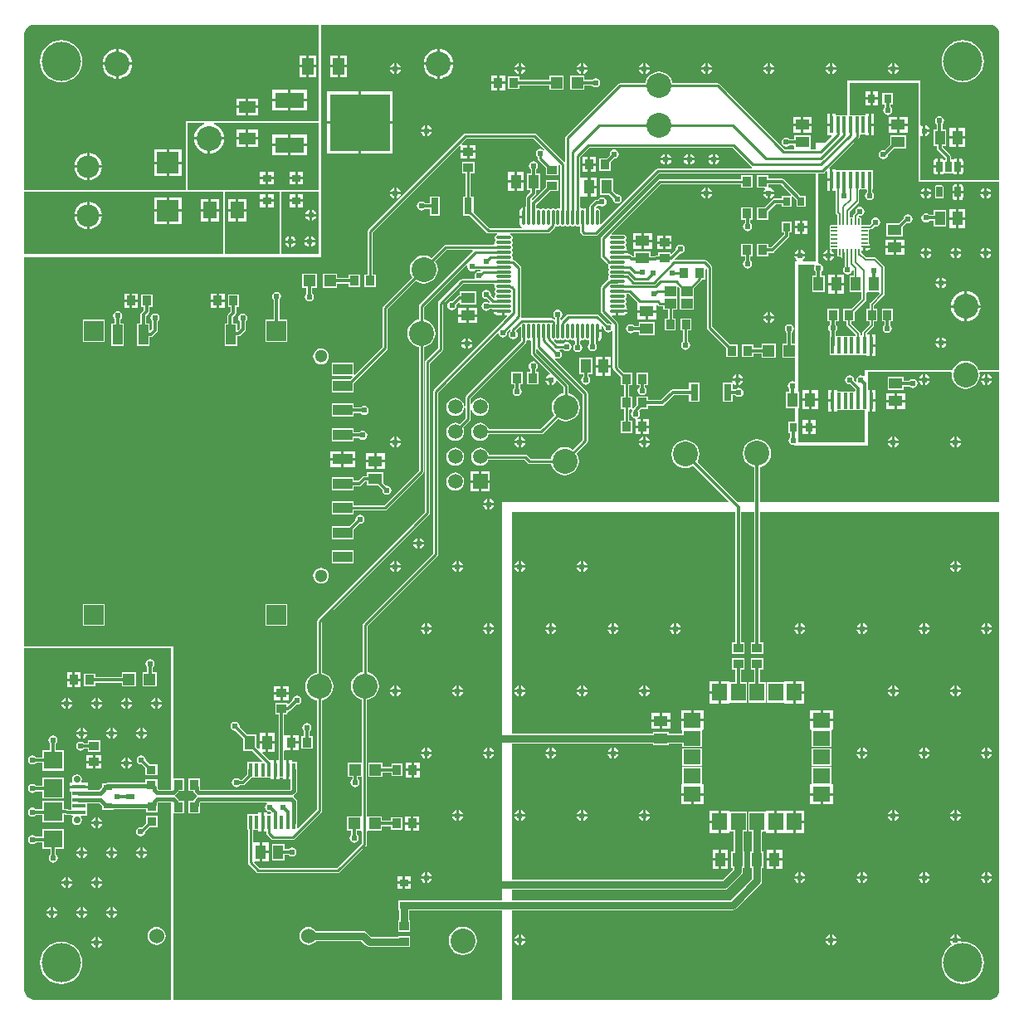
<source format=gtl>
G04*
G04 #@! TF.GenerationSoftware,Altium Limited,Altium Designer,20.1.8 (145)*
G04*
G04 Layer_Physical_Order=1*
G04 Layer_Color=255*
%FSAX25Y25*%
%MOIN*%
G70*
G04*
G04 #@! TF.SameCoordinates,89318993-7189-4E3E-A0A4-2F758258B478*
G04*
G04*
G04 #@! TF.FilePolarity,Positive*
G04*
G01*
G75*
%ADD12C,0.01500*%
%ADD13C,0.01000*%
G04:AMPARAMS|DCode=19|XSize=25.2mil|YSize=8.66mil|CornerRadius=1.08mil|HoleSize=0mil|Usage=FLASHONLY|Rotation=0.000|XOffset=0mil|YOffset=0mil|HoleType=Round|Shape=RoundedRectangle|*
%AMROUNDEDRECTD19*
21,1,0.02520,0.00650,0,0,0.0*
21,1,0.02303,0.00866,0,0,0.0*
1,1,0.00217,0.01152,-0.00325*
1,1,0.00217,-0.01152,-0.00325*
1,1,0.00217,-0.01152,0.00325*
1,1,0.00217,0.01152,0.00325*
%
%ADD19ROUNDEDRECTD19*%
G04:AMPARAMS|DCode=20|XSize=25.2mil|YSize=8.66mil|CornerRadius=1.08mil|HoleSize=0mil|Usage=FLASHONLY|Rotation=90.000|XOffset=0mil|YOffset=0mil|HoleType=Round|Shape=RoundedRectangle|*
%AMROUNDEDRECTD20*
21,1,0.02520,0.00650,0,0,90.0*
21,1,0.02303,0.00866,0,0,90.0*
1,1,0.00217,0.00325,0.01152*
1,1,0.00217,0.00325,-0.01152*
1,1,0.00217,-0.00325,-0.01152*
1,1,0.00217,-0.00325,0.01152*
%
%ADD20ROUNDEDRECTD20*%
%ADD21R,0.04724X0.03937*%
%ADD22R,0.03150X0.06693*%
%ADD23R,0.08898X0.08504*%
%ADD24R,0.02756X0.03386*%
%ADD25R,0.01400X0.06600*%
%ADD26R,0.01500X0.05500*%
%ADD27R,0.07874X0.07874*%
%ADD28R,0.03937X0.07874*%
%ADD29R,0.07874X0.04331*%
%ADD30R,0.03937X0.03543*%
%ADD31R,0.03937X0.03543*%
%ADD32R,0.04252X0.05591*%
%ADD33R,0.05591X0.04252*%
%ADD34R,0.04724X0.04724*%
%ADD35R,0.03543X0.03937*%
%ADD36R,0.07480X0.07480*%
%ADD37R,0.07480X0.07087*%
%ADD38R,0.05315X0.01575*%
%ADD39R,0.03543X0.03150*%
%ADD40R,0.06693X0.04724*%
%ADD41R,0.04724X0.06693*%
%ADD42R,0.11811X0.06299*%
%ADD43R,0.24410X0.22835*%
%ADD44R,0.03110X0.03661*%
G04:AMPARAMS|DCode=45|XSize=23.62mil|YSize=43.31mil|CornerRadius=1.77mil|HoleSize=0mil|Usage=FLASHONLY|Rotation=0.000|XOffset=0mil|YOffset=0mil|HoleType=Round|Shape=RoundedRectangle|*
%AMROUNDEDRECTD45*
21,1,0.02362,0.03976,0,0,0.0*
21,1,0.02008,0.04331,0,0,0.0*
1,1,0.00354,0.01004,-0.01988*
1,1,0.00354,-0.01004,-0.01988*
1,1,0.00354,-0.01004,0.01988*
1,1,0.00354,0.01004,0.01988*
%
%ADD45ROUNDEDRECTD45*%
%ADD46O,0.06299X0.01181*%
%ADD47O,0.01181X0.06299*%
%ADD48R,0.03819X0.03622*%
%ADD49R,0.03543X0.02362*%
%ADD50R,0.05197X0.07087*%
%ADD94R,0.05906X0.07087*%
%ADD95R,0.07087X0.05906*%
%ADD96C,0.00800*%
%ADD97C,0.01200*%
%ADD98C,0.03000*%
%ADD99C,0.09055*%
%ADD100C,0.05118*%
%ADD101R,0.05906X0.05906*%
%ADD102C,0.05906*%
%ADD103C,0.02756*%
%ADD104C,0.10000*%
%ADD105C,0.06000*%
%ADD106C,0.15748*%
%ADD107C,0.02400*%
G36*
X0360236Y0329724D02*
X0392681D01*
Y0253937D01*
X0384380D01*
X0384026Y0254793D01*
X0383128Y0255962D01*
X0381958Y0256860D01*
X0380596Y0257424D01*
X0379134Y0257617D01*
X0377672Y0257424D01*
X0376310Y0256860D01*
X0375140Y0255962D01*
X0374242Y0254793D01*
X0373888Y0253937D01*
X0338583Y0253937D01*
Y0251719D01*
X0338083Y0251452D01*
X0337753Y0251672D01*
X0337050Y0251812D01*
X0336348Y0251672D01*
X0335753Y0251274D01*
X0335355Y0250679D01*
X0335215Y0249977D01*
X0335307Y0249513D01*
X0334846Y0249267D01*
X0334344Y0249769D01*
X0334385Y0249977D01*
X0334246Y0250679D01*
X0333848Y0251274D01*
X0333253Y0251672D01*
X0332550Y0251812D01*
X0331848Y0251672D01*
X0331253Y0251274D01*
X0330855Y0250679D01*
X0330715Y0249977D01*
X0330855Y0249274D01*
X0331253Y0248679D01*
X0331848Y0248281D01*
X0332550Y0248142D01*
X0332758Y0248183D01*
X0334822Y0246118D01*
Y0245767D01*
X0334585Y0245366D01*
X0334244Y0245366D01*
X0332526D01*
X0332185Y0245366D01*
X0331685Y0245366D01*
X0329967D01*
X0329626Y0245366D01*
X0329126Y0245366D01*
X0327408D01*
Y0245866D01*
X0326208D01*
Y0241566D01*
Y0237266D01*
X0327408D01*
Y0237766D01*
X0329126D01*
X0329467Y0237766D01*
X0329967Y0237766D01*
X0331685D01*
X0332026Y0237766D01*
X0332526Y0237766D01*
X0334244D01*
X0334585Y0237766D01*
X0335085Y0237766D01*
X0336803D01*
X0337144Y0237766D01*
X0337644Y0237766D01*
X0338583D01*
X0338583Y0224803D01*
X0311811Y0224803D01*
Y0228646D01*
X0311877D01*
Y0233308D01*
X0311811D01*
Y0238662D01*
X0312231D01*
Y0245252D01*
X0311811D01*
X0311811Y0296260D01*
X0318212Y0296260D01*
X0318448Y0295819D01*
X0318355Y0295679D01*
X0318215Y0294977D01*
X0318355Y0294274D01*
X0318753Y0293679D01*
X0318929Y0293561D01*
Y0291772D01*
X0317401D01*
Y0285181D01*
X0322653D01*
Y0291772D01*
X0321172D01*
Y0293561D01*
X0321348Y0293679D01*
X0321746Y0294274D01*
X0321885Y0294977D01*
X0321746Y0295679D01*
X0321348Y0296274D01*
X0320753Y0296672D01*
X0320050Y0296812D01*
X0319882Y0296950D01*
X0319882Y0332957D01*
X0321707D01*
X0322097Y0333035D01*
X0322428Y0333256D01*
X0323046Y0333873D01*
X0323508Y0333682D01*
Y0330814D01*
X0324708D01*
Y0334614D01*
X0324439D01*
X0324248Y0335076D01*
X0336165Y0346992D01*
X0336386Y0347323D01*
X0336463Y0347713D01*
Y0348354D01*
X0336803Y0348714D01*
X0337144Y0348714D01*
X0338862D01*
Y0348214D01*
X0340062D01*
Y0352514D01*
Y0356814D01*
X0338862D01*
Y0356314D01*
X0337144D01*
X0336803Y0356314D01*
X0336303Y0356314D01*
X0334244D01*
Y0356314D01*
X0334085D01*
Y0356314D01*
X0332677D01*
Y0369094D01*
X0360236D01*
Y0329724D01*
D02*
G37*
G36*
X0389862Y0392528D02*
X0390586Y0392228D01*
X0391238Y0391793D01*
X0391793Y0391238D01*
X0392228Y0390586D01*
X0392528Y0389862D01*
X0392681Y0389093D01*
Y0388701D01*
Y0330315D01*
X0361024D01*
Y0347810D01*
X0361465Y0348046D01*
X0361642Y0347928D01*
X0362000Y0347856D01*
Y0350000D01*
Y0352144D01*
X0361642Y0352072D01*
X0361465Y0351954D01*
X0361024Y0352190D01*
Y0370079D01*
X0331496Y0370079D01*
X0331496Y0356314D01*
X0329126D01*
Y0356314D01*
X0328967D01*
Y0356314D01*
X0326908D01*
Y0356814D01*
X0325708D01*
Y0352514D01*
X0325208D01*
Y0352014D01*
X0323508D01*
Y0348214D01*
X0325192D01*
X0325383Y0347752D01*
X0322907Y0345276D01*
X0318898D01*
Y0342681D01*
X0317269D01*
X0316830Y0342827D01*
X0316830Y0343181D01*
Y0348079D01*
X0310239D01*
Y0346598D01*
X0308466D01*
X0308348Y0346775D01*
X0307753Y0347172D01*
X0307050Y0347312D01*
X0306348Y0347172D01*
X0305752Y0346775D01*
X0305355Y0346179D01*
X0305215Y0345477D01*
X0305355Y0344774D01*
X0305752Y0344179D01*
X0306348Y0343781D01*
X0307050Y0343641D01*
X0307753Y0343781D01*
X0308348Y0344179D01*
X0308466Y0344355D01*
X0309886D01*
X0310239Y0344002D01*
X0310239Y0342827D01*
X0309800Y0342681D01*
X0306399D01*
X0280248Y0368831D01*
X0279918Y0369052D01*
X0279528Y0369130D01*
X0261420D01*
X0261361Y0369572D01*
X0260797Y0370934D01*
X0259899Y0372104D01*
X0258730Y0373002D01*
X0257367Y0373566D01*
X0255906Y0373759D01*
X0254444Y0373566D01*
X0253081Y0373002D01*
X0251911Y0372104D01*
X0251014Y0370934D01*
X0250450Y0369572D01*
X0250391Y0369130D01*
X0240158D01*
X0239767Y0369052D01*
X0239437Y0368831D01*
X0218581Y0347976D01*
X0218360Y0347645D01*
X0218283Y0347255D01*
Y0337804D01*
X0217783Y0337596D01*
X0206627Y0348752D01*
X0206296Y0348973D01*
X0205906Y0349051D01*
X0178347D01*
X0177956Y0348973D01*
X0177626Y0348752D01*
X0139145Y0310272D01*
X0138924Y0309941D01*
X0138847Y0309551D01*
Y0292216D01*
X0137594D01*
Y0287280D01*
X0142138D01*
Y0292216D01*
X0140886D01*
Y0309129D01*
X0175873Y0344116D01*
X0176373Y0343909D01*
Y0342111D01*
X0178842D01*
Y0344382D01*
X0176846D01*
X0176639Y0344882D01*
X0178769Y0347012D01*
X0205483D01*
X0209824Y0342671D01*
X0209505Y0342283D01*
X0208970Y0342640D01*
X0208268Y0342780D01*
X0207565Y0342640D01*
X0206970Y0342243D01*
X0206572Y0341647D01*
X0206433Y0340945D01*
X0206572Y0340243D01*
X0206970Y0339647D01*
X0207248Y0339461D01*
Y0338888D01*
X0207326Y0338498D01*
X0207547Y0338167D01*
X0210551Y0335162D01*
Y0332061D01*
X0215488D01*
Y0336300D01*
X0215941Y0336487D01*
X0216314Y0336179D01*
Y0319071D01*
X0215814Y0318803D01*
X0215791Y0318819D01*
X0215365Y0318904D01*
X0214940Y0318819D01*
X0214721Y0318673D01*
X0214381Y0318613D01*
X0214041Y0318673D01*
X0213822Y0318819D01*
X0213397Y0318904D01*
X0212971Y0318819D01*
X0212752Y0318673D01*
X0212412Y0318613D01*
X0212072Y0318673D01*
X0211854Y0318819D01*
X0211428Y0318904D01*
X0211003Y0318819D01*
X0210642Y0318578D01*
X0210246D01*
X0209885Y0318819D01*
X0209460Y0318904D01*
X0209034Y0318819D01*
X0208815Y0318673D01*
X0208475Y0318613D01*
X0208136Y0318673D01*
X0207917Y0318819D01*
X0207491Y0318904D01*
X0207144Y0318835D01*
X0206887Y0318955D01*
X0206644Y0319139D01*
Y0320269D01*
X0212137Y0325762D01*
X0215488D01*
Y0330305D01*
X0210551D01*
Y0327348D01*
X0205368Y0322165D01*
X0204840Y0322344D01*
X0204801Y0322641D01*
X0206296Y0324136D01*
X0206296Y0324136D01*
X0206539Y0324500D01*
X0206625Y0324929D01*
Y0326308D01*
X0208129D01*
Y0332898D01*
X0206672D01*
Y0334561D01*
X0206848Y0334679D01*
X0207246Y0335274D01*
X0207385Y0335977D01*
X0207246Y0336679D01*
X0206848Y0337275D01*
X0206253Y0337672D01*
X0205550Y0337812D01*
X0204848Y0337672D01*
X0204253Y0337275D01*
X0203855Y0336679D01*
X0203715Y0335977D01*
X0203855Y0335274D01*
X0204253Y0334679D01*
X0204429Y0334561D01*
Y0332898D01*
X0202877D01*
Y0326308D01*
X0204381D01*
Y0325394D01*
X0202761Y0323774D01*
X0202518Y0323410D01*
X0202433Y0322981D01*
X0202433Y0322981D01*
Y0319694D01*
X0202086Y0319451D01*
Y0315233D01*
X0201586D01*
Y0314733D01*
X0199964D01*
Y0312674D01*
X0200087Y0312053D01*
X0200439Y0311527D01*
X0200810Y0311279D01*
X0200658Y0310779D01*
X0187993D01*
X0181416Y0317356D01*
Y0323607D01*
X0180361D01*
Y0333040D01*
X0181810D01*
Y0337583D01*
X0176873D01*
Y0333040D01*
X0178322D01*
Y0323607D01*
X0177267D01*
Y0315914D01*
X0179974D01*
X0186850Y0309038D01*
X0187180Y0308818D01*
X0187571Y0308740D01*
X0190737D01*
X0190786Y0308240D01*
X0190530Y0308189D01*
X0190170Y0307948D01*
X0189928Y0307587D01*
X0189844Y0307162D01*
X0189928Y0306736D01*
X0190075Y0306518D01*
X0190135Y0306177D01*
X0190075Y0305838D01*
X0189928Y0305619D01*
X0189844Y0305193D01*
X0189928Y0304768D01*
X0189944Y0304744D01*
X0189677Y0304244D01*
X0170351D01*
X0169961Y0304167D01*
X0169630Y0303946D01*
X0164595Y0298911D01*
X0164242Y0299183D01*
X0162879Y0299747D01*
X0161417Y0299940D01*
X0159955Y0299747D01*
X0158593Y0299183D01*
X0157423Y0298285D01*
X0156526Y0297115D01*
X0155962Y0295753D01*
X0155769Y0294291D01*
X0155962Y0292829D01*
X0156526Y0291467D01*
X0156797Y0291113D01*
X0145244Y0279559D01*
X0145022Y0279229D01*
X0144945Y0278838D01*
Y0263198D01*
X0133757Y0252010D01*
X0133295Y0252202D01*
Y0256799D01*
X0124421D01*
Y0251468D01*
X0132562D01*
X0132754Y0251007D01*
X0131853Y0250106D01*
X0124421D01*
Y0244776D01*
X0133295D01*
Y0248664D01*
X0146685Y0262054D01*
X0146906Y0262385D01*
X0146984Y0262775D01*
Y0278416D01*
X0158239Y0289671D01*
X0158593Y0289400D01*
X0159955Y0288836D01*
X0161417Y0288643D01*
X0162879Y0288836D01*
X0164242Y0289400D01*
X0165411Y0290297D01*
X0166309Y0291467D01*
X0166873Y0292829D01*
X0167066Y0294291D01*
X0166873Y0295753D01*
X0166309Y0297115D01*
X0166037Y0297469D01*
X0170773Y0302205D01*
X0180962D01*
X0181169Y0301705D01*
X0159712Y0280248D01*
X0159491Y0279918D01*
X0159414Y0279528D01*
Y0274215D01*
X0158971Y0274157D01*
X0157609Y0273592D01*
X0156439Y0272695D01*
X0155542Y0271525D01*
X0154977Y0270163D01*
X0154785Y0268701D01*
X0154977Y0267239D01*
X0155542Y0265877D01*
X0156439Y0264707D01*
X0157609Y0263809D01*
X0158971Y0263245D01*
X0159414Y0263187D01*
Y0213564D01*
X0145393Y0199543D01*
X0133295D01*
Y0201189D01*
X0124421D01*
Y0195858D01*
X0133295D01*
Y0197504D01*
X0145815D01*
X0146205Y0197582D01*
X0146536Y0197803D01*
X0161154Y0212420D01*
X0161375Y0212751D01*
X0161453Y0213141D01*
Y0263187D01*
X0161895Y0263245D01*
X0163257Y0263809D01*
X0164427Y0264707D01*
X0165325Y0265877D01*
X0165889Y0267239D01*
X0166081Y0268701D01*
X0165889Y0270163D01*
X0165325Y0271525D01*
X0164427Y0272695D01*
X0163257Y0273592D01*
X0161895Y0274157D01*
X0161453Y0274215D01*
Y0279105D01*
X0178479Y0296131D01*
X0178598Y0296117D01*
X0178998Y0295567D01*
X0178965Y0295400D01*
X0179104Y0294698D01*
X0179502Y0294102D01*
X0180098Y0293704D01*
X0180800Y0293565D01*
X0181502Y0293704D01*
X0182098Y0294102D01*
X0182200Y0294256D01*
X0184148D01*
X0184345Y0293788D01*
X0184081Y0293498D01*
X0183633Y0293587D01*
X0182931Y0293447D01*
X0182335Y0293049D01*
X0181938Y0292454D01*
X0181798Y0291752D01*
X0181938Y0291049D01*
X0182033Y0290906D01*
X0181798Y0290465D01*
X0176845D01*
X0176455Y0290387D01*
X0176124Y0290166D01*
X0167389Y0281431D01*
X0167168Y0281100D01*
X0167091Y0280710D01*
Y0262627D01*
X0162271Y0257808D01*
X0162050Y0257477D01*
X0161972Y0257087D01*
Y0196879D01*
X0118779Y0153685D01*
X0118558Y0153355D01*
X0118480Y0152965D01*
Y0132341D01*
X0118038Y0132283D01*
X0116676Y0131718D01*
X0115506Y0130821D01*
X0114608Y0129651D01*
X0114044Y0128289D01*
X0113852Y0126827D01*
X0114044Y0125365D01*
X0114608Y0124003D01*
X0115506Y0122833D01*
X0116676Y0121935D01*
X0118038Y0121371D01*
X0118480Y0121313D01*
Y0077249D01*
X0110962Y0069731D01*
X0110500Y0069922D01*
Y0072204D01*
X0110524Y0072327D01*
Y0080698D01*
X0110427Y0081186D01*
X0110151Y0081599D01*
X0109273Y0082478D01*
X0109201Y0082526D01*
Y0083127D01*
X0109273Y0083175D01*
X0110151Y0084054D01*
X0110427Y0084468D01*
X0110524Y0084955D01*
Y0093327D01*
X0110500Y0093450D01*
Y0096577D01*
X0108500D01*
Y0097077D01*
X0107250D01*
Y0093327D01*
Y0089577D01*
X0107975D01*
Y0085483D01*
X0107843Y0085351D01*
X0071578D01*
X0071446Y0085483D01*
Y0086305D01*
X0071421Y0086428D01*
Y0089795D01*
X0066878D01*
Y0084858D01*
X0068916D01*
X0068994Y0084468D01*
X0069270Y0084054D01*
X0070149Y0083175D01*
X0070221Y0083127D01*
Y0082526D01*
X0070149Y0082478D01*
X0069270Y0081599D01*
X0068994Y0081186D01*
X0068916Y0080795D01*
X0066878D01*
Y0075858D01*
X0071421D01*
Y0079225D01*
X0071446Y0079348D01*
Y0080170D01*
X0071578Y0080302D01*
X0098317D01*
X0098468Y0079802D01*
X0098202Y0079624D01*
X0097804Y0079029D01*
X0097665Y0078327D01*
X0097804Y0077624D01*
X0098202Y0077029D01*
X0098798Y0076631D01*
X0099500Y0076491D01*
X0099708Y0076533D01*
X0100164Y0076077D01*
X0099957Y0075577D01*
X0098500D01*
Y0076077D01*
X0097250D01*
Y0072327D01*
Y0068577D01*
X0098230D01*
Y0068025D01*
X0098308Y0067634D01*
X0098529Y0067304D01*
X0100227Y0065606D01*
X0100558Y0065385D01*
X0100948Y0065307D01*
X0109000D01*
X0109390Y0065385D01*
X0109721Y0065606D01*
X0120221Y0076106D01*
X0120442Y0076437D01*
X0120520Y0076827D01*
Y0121313D01*
X0120962Y0121371D01*
X0122324Y0121935D01*
X0123494Y0122833D01*
X0124392Y0124003D01*
X0124956Y0125365D01*
X0125148Y0126827D01*
X0124956Y0128289D01*
X0124392Y0129651D01*
X0123494Y0130821D01*
X0122324Y0131718D01*
X0120962Y0132283D01*
X0120520Y0132341D01*
Y0152542D01*
X0163713Y0195736D01*
X0163934Y0196066D01*
X0164012Y0196457D01*
Y0256664D01*
X0168831Y0261484D01*
X0169052Y0261815D01*
X0169130Y0262205D01*
Y0280288D01*
X0177268Y0288426D01*
X0189677D01*
X0189944Y0287926D01*
X0189928Y0287902D01*
X0189844Y0287477D01*
X0189928Y0287051D01*
X0190075Y0286832D01*
X0190135Y0286492D01*
X0190075Y0286153D01*
X0189928Y0285934D01*
X0189844Y0285508D01*
X0189928Y0285083D01*
X0190075Y0284864D01*
X0190135Y0284524D01*
X0190075Y0284184D01*
X0189928Y0283965D01*
X0189844Y0283540D01*
X0189928Y0283114D01*
X0189491Y0282943D01*
X0189396Y0282912D01*
X0188384Y0283924D01*
X0188449Y0284252D01*
X0188310Y0284954D01*
X0187912Y0285550D01*
X0187317Y0285947D01*
X0186614Y0286087D01*
X0185912Y0285947D01*
X0185317Y0285550D01*
X0184919Y0284954D01*
X0184779Y0284252D01*
X0184919Y0283550D01*
X0185317Y0282954D01*
X0185912Y0282556D01*
X0186614Y0282417D01*
X0186942Y0282482D01*
X0187883Y0281541D01*
X0187732Y0280985D01*
X0187554Y0280939D01*
X0187241Y0281148D01*
X0186539Y0281288D01*
X0185837Y0281148D01*
X0185241Y0280750D01*
X0184844Y0280155D01*
X0184704Y0279452D01*
X0184844Y0278750D01*
X0185241Y0278155D01*
X0185837Y0277757D01*
X0186539Y0277617D01*
X0187241Y0277757D01*
X0187837Y0278155D01*
X0188049Y0278472D01*
X0189047D01*
X0189286Y0278134D01*
X0193515D01*
Y0277634D01*
X0194015D01*
Y0276012D01*
X0194783D01*
X0194975Y0275551D01*
X0165421Y0245996D01*
X0165200Y0245666D01*
X0165122Y0245276D01*
Y0180344D01*
X0137074Y0152296D01*
X0136853Y0151965D01*
X0136776Y0151575D01*
Y0132483D01*
X0136333Y0132424D01*
X0134971Y0131860D01*
X0133801Y0130962D01*
X0132904Y0129793D01*
X0132339Y0128430D01*
X0132147Y0126969D01*
X0132339Y0125507D01*
X0132904Y0124144D01*
X0133801Y0122975D01*
X0134971Y0122077D01*
X0136333Y0121513D01*
X0136480Y0121493D01*
Y0096189D01*
X0130870D01*
Y0090465D01*
X0132737D01*
Y0089604D01*
X0132561Y0089487D01*
X0132163Y0088891D01*
X0132023Y0088189D01*
X0132163Y0087487D01*
X0132561Y0086891D01*
X0133156Y0086493D01*
X0133858Y0086354D01*
X0134561Y0086493D01*
X0135156Y0086891D01*
X0135554Y0087487D01*
X0135694Y0088189D01*
X0135554Y0088891D01*
X0135156Y0089487D01*
X0134980Y0089604D01*
Y0090465D01*
X0136480D01*
Y0075140D01*
X0136362Y0074689D01*
X0135980Y0074689D01*
X0130638D01*
Y0068964D01*
X0132378D01*
Y0067242D01*
X0132202Y0067124D01*
X0131804Y0066529D01*
X0131665Y0065827D01*
X0131804Y0065124D01*
X0132202Y0064529D01*
X0132798Y0064131D01*
X0133500Y0063991D01*
X0134202Y0064131D01*
X0134798Y0064529D01*
X0135196Y0065124D01*
X0135335Y0065827D01*
X0135196Y0066529D01*
X0134798Y0067124D01*
X0134622Y0067242D01*
Y0068964D01*
X0136362Y0068964D01*
X0136480Y0068514D01*
Y0063749D01*
X0126578Y0053846D01*
X0095422D01*
X0093237Y0056032D01*
X0093444Y0056532D01*
X0095476D01*
Y0060327D01*
X0095976D01*
D01*
X0095476D01*
Y0064122D01*
X0092850Y0064122D01*
X0092770Y0064588D01*
Y0069077D01*
X0095000D01*
Y0068577D01*
X0096250D01*
Y0072327D01*
Y0076077D01*
X0095000D01*
Y0075577D01*
X0090500D01*
Y0069077D01*
X0090730D01*
Y0056077D01*
X0090808Y0055687D01*
X0091029Y0055356D01*
X0094279Y0052106D01*
X0094610Y0051885D01*
X0095000Y0051807D01*
X0127000D01*
X0127390Y0051885D01*
X0127721Y0052106D01*
X0138221Y0062606D01*
X0138442Y0062937D01*
X0138520Y0063327D01*
Y0068689D01*
X0138906Y0068964D01*
X0139020Y0068964D01*
X0144630D01*
Y0070705D01*
X0148213D01*
Y0069258D01*
X0152756D01*
Y0074195D01*
X0148213D01*
Y0072948D01*
X0144630D01*
Y0074689D01*
X0139020D01*
X0138906Y0074689D01*
X0138520Y0074964D01*
Y0121415D01*
X0139257Y0121513D01*
X0140619Y0122077D01*
X0141789Y0122975D01*
X0142687Y0124144D01*
X0143251Y0125507D01*
X0143444Y0126969D01*
X0143251Y0128430D01*
X0142687Y0129793D01*
X0141789Y0130962D01*
X0140619Y0131860D01*
X0139257Y0132424D01*
X0138815Y0132483D01*
Y0151153D01*
X0166863Y0179200D01*
X0167084Y0179531D01*
X0167161Y0179921D01*
Y0244853D01*
X0190886Y0268578D01*
X0191428Y0268413D01*
X0191495Y0268079D01*
X0191893Y0267483D01*
X0192488Y0267086D01*
X0193191Y0266946D01*
X0193893Y0267086D01*
X0194488Y0267483D01*
X0194886Y0268079D01*
X0195026Y0268781D01*
X0194914Y0269340D01*
X0195855Y0270281D01*
X0196296Y0270095D01*
X0196293Y0269631D01*
X0196090Y0269495D01*
X0195692Y0268900D01*
X0195553Y0268197D01*
X0195692Y0267495D01*
X0196090Y0266900D01*
X0196686Y0266502D01*
X0197388Y0266362D01*
X0198090Y0266502D01*
X0198686Y0266900D01*
X0199083Y0267495D01*
X0199223Y0268197D01*
X0199083Y0268900D01*
X0198686Y0269495D01*
X0198726Y0270070D01*
X0200012Y0271356D01*
X0200474Y0271165D01*
Y0267004D01*
X0200558Y0266579D01*
X0200566Y0266567D01*
Y0265788D01*
X0178413Y0243634D01*
X0178192Y0243304D01*
X0178114Y0242913D01*
Y0239784D01*
X0177824Y0239405D01*
X0177614Y0239391D01*
X0177612Y0239404D01*
X0177523Y0240081D01*
X0177165Y0240946D01*
X0176596Y0241688D01*
X0175854Y0242257D01*
X0174989Y0242615D01*
X0174062Y0242737D01*
X0173135Y0242615D01*
X0172270Y0242257D01*
X0171528Y0241688D01*
X0170959Y0240946D01*
X0170601Y0240081D01*
X0170479Y0239154D01*
X0170601Y0238227D01*
X0170959Y0237362D01*
X0171528Y0236620D01*
X0172270Y0236051D01*
X0173135Y0235693D01*
X0174062Y0235571D01*
X0174989Y0235693D01*
X0175854Y0236051D01*
X0176596Y0236620D01*
X0177165Y0237362D01*
X0177523Y0238227D01*
X0177612Y0238903D01*
X0177614Y0238917D01*
X0177824Y0238903D01*
X0178114Y0238524D01*
Y0234648D01*
X0175762Y0232295D01*
X0174989Y0232615D01*
X0174062Y0232737D01*
X0173135Y0232615D01*
X0172270Y0232257D01*
X0171528Y0231688D01*
X0170959Y0230946D01*
X0170601Y0230081D01*
X0170479Y0229154D01*
X0170601Y0228226D01*
X0170959Y0227362D01*
X0171528Y0226620D01*
X0172270Y0226051D01*
X0173135Y0225693D01*
X0174062Y0225571D01*
X0174989Y0225693D01*
X0175854Y0226051D01*
X0176596Y0226620D01*
X0177165Y0227362D01*
X0177523Y0228226D01*
X0177645Y0229154D01*
X0177523Y0230081D01*
X0177204Y0230854D01*
X0179855Y0233505D01*
X0180076Y0233836D01*
X0180153Y0234226D01*
Y0238000D01*
X0180653Y0238099D01*
X0180959Y0237362D01*
X0181528Y0236620D01*
X0182270Y0236051D01*
X0183135Y0235693D01*
X0184062Y0235571D01*
X0184990Y0235693D01*
X0185854Y0236051D01*
X0186596Y0236620D01*
X0187165Y0237362D01*
X0187523Y0238227D01*
X0187645Y0239154D01*
X0187523Y0240081D01*
X0187165Y0240946D01*
X0186596Y0241688D01*
X0185854Y0242257D01*
X0184990Y0242615D01*
X0184062Y0242737D01*
X0183135Y0242615D01*
X0182270Y0242257D01*
X0181528Y0241688D01*
X0180959Y0240946D01*
X0180653Y0240209D01*
X0180153Y0240308D01*
Y0242491D01*
X0202307Y0264644D01*
X0202528Y0264975D01*
X0202605Y0265365D01*
Y0265725D01*
X0203105Y0265993D01*
X0203129Y0265977D01*
X0203554Y0265892D01*
X0203980Y0265977D01*
X0204003Y0265993D01*
X0204503Y0265725D01*
Y0260619D01*
X0204581Y0260229D01*
X0204802Y0259898D01*
X0212089Y0252611D01*
X0211944Y0252133D01*
X0211642Y0252072D01*
X0210914Y0251586D01*
X0210428Y0250858D01*
X0210356Y0250500D01*
X0212500D01*
Y0250000D01*
X0213000D01*
Y0247856D01*
X0213358Y0247928D01*
X0214086Y0248414D01*
X0214572Y0249142D01*
X0214633Y0249444D01*
X0215111Y0249589D01*
X0217484Y0247216D01*
Y0244491D01*
X0217042Y0244432D01*
X0215680Y0243868D01*
X0214510Y0242970D01*
X0213612Y0241800D01*
X0213048Y0240438D01*
X0212856Y0238976D01*
X0213048Y0237514D01*
X0213612Y0236152D01*
X0213884Y0235798D01*
X0208259Y0230173D01*
X0187485D01*
X0187165Y0230946D01*
X0186596Y0231688D01*
X0185854Y0232257D01*
X0184990Y0232615D01*
X0184062Y0232737D01*
X0183135Y0232615D01*
X0182270Y0232257D01*
X0181528Y0231688D01*
X0180959Y0230946D01*
X0180601Y0230081D01*
X0180479Y0229154D01*
X0180601Y0228226D01*
X0180959Y0227362D01*
X0181528Y0226620D01*
X0182270Y0226051D01*
X0183135Y0225693D01*
X0184062Y0225571D01*
X0184990Y0225693D01*
X0185854Y0226051D01*
X0186596Y0226620D01*
X0187165Y0227362D01*
X0187485Y0228134D01*
X0208682D01*
X0209072Y0228212D01*
X0209402Y0228433D01*
X0215326Y0234356D01*
X0215680Y0234085D01*
X0217042Y0233521D01*
X0218504Y0233328D01*
X0219966Y0233521D01*
X0221328Y0234085D01*
X0222498Y0234982D01*
X0223395Y0236152D01*
X0223960Y0237514D01*
X0224152Y0238976D01*
X0223960Y0240438D01*
X0223395Y0241800D01*
X0222498Y0242970D01*
X0221328Y0243868D01*
X0219966Y0244432D01*
X0219524Y0244491D01*
Y0247638D01*
X0219446Y0248028D01*
X0219225Y0248359D01*
X0206542Y0261041D01*
Y0262175D01*
X0207042Y0262382D01*
X0225358Y0244066D01*
Y0226013D01*
X0221288Y0221943D01*
X0220934Y0222214D01*
X0219572Y0222779D01*
X0218110Y0222971D01*
X0216648Y0222779D01*
X0215286Y0222214D01*
X0214116Y0221317D01*
X0213219Y0220147D01*
X0212654Y0218785D01*
X0212596Y0218342D01*
X0204359D01*
X0203083Y0219619D01*
X0202752Y0219840D01*
X0202362Y0219917D01*
X0187545D01*
X0187523Y0220081D01*
X0187165Y0220946D01*
X0186596Y0221688D01*
X0185854Y0222257D01*
X0184990Y0222615D01*
X0184062Y0222737D01*
X0183135Y0222615D01*
X0182270Y0222257D01*
X0181528Y0221688D01*
X0180959Y0220946D01*
X0180601Y0220081D01*
X0180479Y0219154D01*
X0180601Y0218227D01*
X0180959Y0217362D01*
X0181528Y0216620D01*
X0182270Y0216051D01*
X0183135Y0215693D01*
X0184062Y0215570D01*
X0184990Y0215693D01*
X0185854Y0216051D01*
X0186596Y0216620D01*
X0187165Y0217362D01*
X0187379Y0217878D01*
X0201940D01*
X0203216Y0216602D01*
X0203547Y0216381D01*
X0203937Y0216303D01*
X0212596D01*
X0212654Y0215861D01*
X0213219Y0214499D01*
X0214116Y0213329D01*
X0215286Y0212431D01*
X0216648Y0211867D01*
X0218110Y0211674D01*
X0219572Y0211867D01*
X0220934Y0212431D01*
X0222104Y0213329D01*
X0223002Y0214499D01*
X0223566Y0215861D01*
X0223759Y0217323D01*
X0223566Y0218785D01*
X0223002Y0220147D01*
X0222730Y0220501D01*
X0227099Y0224870D01*
X0227320Y0225200D01*
X0227397Y0225590D01*
Y0244488D01*
X0227320Y0244878D01*
X0227099Y0245209D01*
X0214250Y0258058D01*
X0214368Y0258595D01*
X0214397Y0258618D01*
X0215060Y0258486D01*
X0215762Y0258626D01*
X0216357Y0259024D01*
X0216755Y0259619D01*
X0216895Y0260321D01*
X0216755Y0261024D01*
X0216357Y0261619D01*
X0215987Y0261866D01*
X0216139Y0262366D01*
X0217414D01*
X0217600Y0262088D01*
X0218195Y0261690D01*
X0218898Y0261551D01*
X0219600Y0261690D01*
X0220195Y0262088D01*
X0220593Y0262684D01*
X0220733Y0263386D01*
X0220593Y0264088D01*
X0220195Y0264684D01*
X0219600Y0265081D01*
X0218898Y0265221D01*
X0218195Y0265081D01*
X0217600Y0264684D01*
X0217414Y0264405D01*
X0214905D01*
X0213808Y0265503D01*
X0213953Y0266065D01*
X0214183Y0266218D01*
X0214579D01*
X0214940Y0265977D01*
X0215365Y0265892D01*
X0215791Y0265977D01*
X0216151Y0266218D01*
X0216689Y0266123D01*
X0216908Y0265977D01*
X0217334Y0265892D01*
X0217759Y0265977D01*
X0217978Y0266123D01*
X0218318Y0266183D01*
X0218658Y0266123D01*
X0218877Y0265977D01*
X0219302Y0265892D01*
X0219728Y0265977D01*
X0219947Y0266123D01*
X0220286Y0266183D01*
X0220626Y0266123D01*
X0220845Y0265977D01*
X0221271Y0265892D01*
X0221696Y0265977D01*
X0221720Y0265993D01*
X0222220Y0265725D01*
Y0264487D01*
X0221941Y0264301D01*
X0221544Y0263705D01*
X0221404Y0263003D01*
X0221544Y0262301D01*
X0221941Y0261705D01*
X0222537Y0261307D01*
X0223239Y0261168D01*
X0223941Y0261307D01*
X0224537Y0261705D01*
X0224935Y0262301D01*
X0225075Y0263003D01*
X0224935Y0263705D01*
X0224537Y0264301D01*
X0224259Y0264487D01*
Y0265725D01*
X0224759Y0265993D01*
X0224782Y0265977D01*
X0225208Y0265892D01*
X0225633Y0265977D01*
X0225994Y0266218D01*
X0226532Y0266123D01*
X0226751Y0265977D01*
X0227176Y0265892D01*
X0227518Y0265960D01*
X0227836Y0265795D01*
X0228018Y0265654D01*
Y0264767D01*
X0227836Y0264646D01*
X0227438Y0264050D01*
X0227299Y0263348D01*
X0227438Y0262646D01*
X0227836Y0262050D01*
X0228432Y0261652D01*
X0229134Y0261513D01*
X0229836Y0261652D01*
X0230432Y0262050D01*
X0230829Y0262646D01*
X0230969Y0263348D01*
X0230829Y0264050D01*
X0230432Y0264646D01*
X0230404Y0264664D01*
X0230402Y0265137D01*
X0230613Y0265300D01*
Y0269563D01*
X0231113D01*
Y0270063D01*
X0232735D01*
Y0271469D01*
X0233197Y0271660D01*
X0233663Y0271194D01*
X0233598Y0270866D01*
X0233737Y0270164D01*
X0234135Y0269568D01*
X0234731Y0269171D01*
X0235433Y0269031D01*
X0236135Y0269171D01*
X0236731Y0269568D01*
X0236877Y0269787D01*
X0237377Y0269636D01*
Y0254800D01*
X0237455Y0254409D01*
X0237676Y0254079D01*
X0240629Y0251125D01*
Y0247827D01*
X0241881D01*
Y0243205D01*
X0240629D01*
Y0238268D01*
X0241881D01*
Y0233646D01*
X0240629D01*
Y0228709D01*
X0245172D01*
Y0233646D01*
X0243920D01*
Y0237914D01*
X0244274Y0238268D01*
X0244744Y0238268D01*
X0245142Y0237863D01*
X0245160Y0237640D01*
X0245159Y0237518D01*
X0244761Y0236923D01*
X0244621Y0236221D01*
X0244761Y0235518D01*
X0245159Y0234923D01*
X0245754Y0234525D01*
X0246060Y0234464D01*
X0246428Y0234146D01*
X0246428Y0233909D01*
Y0231678D01*
X0248700D01*
Y0234146D01*
X0247492D01*
X0247340Y0234646D01*
X0247754Y0234923D01*
X0248152Y0235518D01*
X0248292Y0236221D01*
X0248152Y0236923D01*
X0247810Y0237436D01*
X0248642Y0238268D01*
X0251471D01*
Y0239615D01*
X0257265D01*
X0257265Y0239615D01*
X0257694Y0239700D01*
X0258058Y0239944D01*
X0261950Y0243835D01*
X0268015D01*
Y0241111D01*
X0272164D01*
Y0248803D01*
X0268015D01*
Y0246079D01*
X0261486D01*
X0261486Y0246079D01*
X0261056Y0245993D01*
X0260693Y0245750D01*
X0260693Y0245750D01*
X0256801Y0241858D01*
X0251471D01*
Y0243205D01*
X0246928D01*
Y0239726D01*
X0245876Y0238674D01*
X0245400Y0238550D01*
Y0238550D01*
X0245400Y0238550D01*
D01*
X0245172Y0238626D01*
X0245172Y0238687D01*
X0245172Y0238687D01*
X0245172Y0238688D01*
Y0243205D01*
X0243920D01*
Y0247827D01*
X0245172D01*
Y0252764D01*
X0241874D01*
X0239416Y0255222D01*
Y0272627D01*
X0239339Y0273017D01*
X0239118Y0273348D01*
X0236953Y0275513D01*
X0237160Y0276012D01*
X0238684D01*
Y0277634D01*
X0239184D01*
Y0278134D01*
X0243265D01*
X0243241Y0278255D01*
X0242890Y0278781D01*
X0242624Y0278958D01*
X0242770Y0279177D01*
X0242855Y0279603D01*
X0242770Y0280028D01*
X0242529Y0280389D01*
Y0280785D01*
X0242770Y0281146D01*
X0242855Y0281571D01*
X0242770Y0281997D01*
X0242624Y0282215D01*
X0242529Y0282753D01*
X0242770Y0283114D01*
X0242855Y0283540D01*
X0242770Y0283965D01*
X0242755Y0283989D01*
X0243022Y0284489D01*
X0243892D01*
X0247255Y0281126D01*
X0247255Y0280626D01*
X0247255Y0280626D01*
X0247255Y0280626D01*
Y0278000D01*
X0251050D01*
X0254845D01*
Y0279949D01*
X0255346Y0280156D01*
X0255620Y0279881D01*
X0255951Y0279660D01*
X0256341Y0279583D01*
X0257555D01*
Y0278134D01*
X0259398D01*
Y0274713D01*
X0258161D01*
Y0269776D01*
X0262705D01*
Y0274713D01*
X0261437D01*
Y0278134D01*
X0263280D01*
Y0283071D01*
X0263280D01*
Y0283252D01*
X0263280D01*
Y0287062D01*
X0263741Y0287254D01*
X0264248Y0286747D01*
Y0283571D01*
X0264248Y0283252D01*
X0264248Y0282752D01*
Y0278134D01*
X0269972D01*
Y0282752D01*
X0269972Y0283071D01*
X0269972Y0283571D01*
Y0286747D01*
X0273063Y0289838D01*
X0273285Y0290169D01*
X0273320Y0290347D01*
X0274614D01*
Y0294244D01*
X0275114Y0294511D01*
X0275255Y0294418D01*
Y0270812D01*
X0275332Y0270422D01*
X0275553Y0270091D01*
X0282975Y0262669D01*
Y0259174D01*
X0287519D01*
Y0264111D01*
X0284417D01*
X0277294Y0271234D01*
Y0295182D01*
X0277216Y0295573D01*
X0276995Y0295903D01*
X0275111Y0297787D01*
X0274781Y0298008D01*
X0274391Y0298086D01*
X0262453D01*
X0262245Y0298586D01*
X0264342Y0300683D01*
X0264550Y0300641D01*
X0265253Y0300781D01*
X0265848Y0301179D01*
X0266246Y0301774D01*
X0266386Y0302477D01*
X0266246Y0303179D01*
X0265848Y0303774D01*
X0265253Y0304172D01*
X0264550Y0304312D01*
X0263848Y0304172D01*
X0263252Y0303774D01*
X0262855Y0303179D01*
X0262715Y0302477D01*
X0262756Y0302269D01*
X0261012Y0300525D01*
X0260550Y0300716D01*
Y0301166D01*
X0255613D01*
Y0300016D01*
X0254968D01*
X0254968Y0300016D01*
X0254538Y0299930D01*
X0254226Y0299722D01*
X0252595D01*
Y0301402D01*
X0246005D01*
Y0299722D01*
X0245415D01*
X0245056Y0300081D01*
X0244692Y0300324D01*
X0244263Y0300409D01*
X0244263Y0300409D01*
X0243646D01*
X0243403Y0300756D01*
X0239184D01*
Y0301756D01*
X0243265D01*
X0243241Y0301877D01*
X0242890Y0302403D01*
X0242624Y0302580D01*
X0242770Y0302799D01*
X0242855Y0303225D01*
X0242770Y0303650D01*
X0242624Y0303869D01*
X0242564Y0304209D01*
X0242624Y0304549D01*
X0242770Y0304768D01*
X0242855Y0305193D01*
X0242770Y0305619D01*
X0242624Y0305838D01*
X0242564Y0306177D01*
X0242624Y0306518D01*
X0242770Y0306736D01*
X0242855Y0307162D01*
X0242770Y0307587D01*
X0242529Y0307948D01*
X0242169Y0308189D01*
X0241743Y0308274D01*
X0236996D01*
X0236789Y0308774D01*
X0256627Y0328611D01*
X0288956D01*
Y0327163D01*
X0293499D01*
Y0332100D01*
X0288956D01*
Y0330651D01*
X0256205D01*
X0255814Y0330573D01*
X0255484Y0330352D01*
X0232829Y0307698D01*
X0232608Y0307367D01*
X0232531Y0306977D01*
Y0299737D01*
X0232608Y0299347D01*
X0232829Y0299016D01*
X0235174Y0296671D01*
X0235496Y0296456D01*
X0235506Y0296447D01*
X0235684Y0295905D01*
X0235598Y0295776D01*
X0235513Y0295351D01*
X0235598Y0294925D01*
X0235744Y0294707D01*
X0235804Y0294367D01*
X0235744Y0294026D01*
X0235598Y0293808D01*
X0235513Y0293382D01*
X0235598Y0292957D01*
X0235839Y0292596D01*
X0235744Y0292058D01*
X0235598Y0291839D01*
X0235513Y0291414D01*
X0235598Y0290988D01*
X0235690Y0290851D01*
X0235561Y0290337D01*
X0235512Y0290285D01*
X0235225Y0290093D01*
X0232754Y0287623D01*
X0232533Y0287292D01*
X0232456Y0286902D01*
Y0277548D01*
X0232533Y0277158D01*
X0232754Y0276827D01*
X0236989Y0272593D01*
X0236670Y0272204D01*
X0236135Y0272562D01*
X0235433Y0272701D01*
X0235105Y0272636D01*
X0231673Y0276068D01*
X0231342Y0276290D01*
X0230952Y0276367D01*
X0219648D01*
X0219257Y0276290D01*
X0218927Y0276068D01*
X0216874Y0274016D01*
X0216374Y0274223D01*
Y0274894D01*
X0216652Y0275080D01*
X0217050Y0275676D01*
X0217190Y0276378D01*
X0217050Y0277080D01*
X0216652Y0277676D01*
X0216057Y0278074D01*
X0215354Y0278213D01*
X0214652Y0278074D01*
X0214057Y0277676D01*
X0213659Y0277080D01*
X0213519Y0276378D01*
X0213659Y0275676D01*
X0214057Y0275080D01*
X0214335Y0274894D01*
Y0274429D01*
X0213835Y0274221D01*
X0213622Y0274434D01*
X0213291Y0274655D01*
X0212901Y0274732D01*
X0200927D01*
X0200920Y0274731D01*
X0200743Y0274918D01*
X0200581Y0275174D01*
X0200645Y0275493D01*
Y0295027D01*
X0200567Y0295417D01*
X0200346Y0295748D01*
X0198054Y0298040D01*
X0197723Y0298261D01*
X0197333Y0298339D01*
X0197085Y0298839D01*
X0197101Y0298862D01*
X0197186Y0299288D01*
X0197101Y0299713D01*
X0196955Y0299932D01*
X0196895Y0300272D01*
X0196955Y0300612D01*
X0197101Y0300831D01*
X0197186Y0301256D01*
X0197101Y0301682D01*
X0196955Y0301901D01*
X0196860Y0302438D01*
X0197101Y0302799D01*
X0197186Y0303225D01*
X0197101Y0303650D01*
X0196955Y0303869D01*
X0196895Y0304209D01*
X0196955Y0304549D01*
X0197101Y0304768D01*
X0197186Y0305193D01*
X0197101Y0305619D01*
X0196955Y0305838D01*
X0196895Y0306177D01*
X0196955Y0306518D01*
X0197101Y0306736D01*
X0197186Y0307162D01*
X0197101Y0307587D01*
X0196860Y0307948D01*
X0196499Y0308189D01*
X0196244Y0308240D01*
X0196293Y0308740D01*
X0211333D01*
X0211723Y0308818D01*
X0212054Y0309038D01*
X0214083Y0311068D01*
X0214304Y0311398D01*
X0214317Y0311461D01*
X0214872Y0311692D01*
X0214940Y0311646D01*
X0215365Y0311562D01*
X0215791Y0311646D01*
X0216009Y0311792D01*
X0216349Y0311852D01*
X0216689Y0311792D01*
X0216908Y0311646D01*
X0217334Y0311562D01*
X0217759Y0311646D01*
X0217978Y0311792D01*
X0218318Y0311852D01*
X0218658Y0311792D01*
X0218877Y0311646D01*
X0219302Y0311562D01*
X0219728Y0311646D01*
X0219947Y0311792D01*
X0220286Y0311852D01*
X0220626Y0311792D01*
X0220845Y0311646D01*
X0221271Y0311562D01*
X0221696Y0311646D01*
X0221915Y0311792D01*
X0222255Y0311852D01*
X0222595Y0311792D01*
X0222814Y0311646D01*
X0223239Y0311562D01*
X0223665Y0311646D01*
X0223723Y0311685D01*
X0224223Y0311418D01*
Y0309680D01*
X0224300Y0309290D01*
X0224521Y0308959D01*
X0225224Y0308256D01*
X0225555Y0308035D01*
X0225945Y0307957D01*
X0230550D01*
X0230940Y0308035D01*
X0231271Y0308256D01*
X0255973Y0332957D01*
X0318898D01*
Y0297638D01*
X0313825Y0297638D01*
X0313673Y0298138D01*
X0314086Y0298414D01*
X0314572Y0299142D01*
X0314644Y0299500D01*
X0310356D01*
X0310428Y0299142D01*
X0310914Y0298414D01*
X0311327Y0298138D01*
X0311175Y0297638D01*
X0310630D01*
X0310630Y0264551D01*
X0309389D01*
Y0269057D01*
X0309565Y0269175D01*
X0309963Y0269770D01*
X0310103Y0270472D01*
X0309963Y0271175D01*
X0309565Y0271770D01*
X0308970Y0272168D01*
X0308268Y0272308D01*
X0307565Y0272168D01*
X0306970Y0271770D01*
X0306572Y0271175D01*
X0306433Y0270472D01*
X0306572Y0269770D01*
X0306970Y0269175D01*
X0307146Y0269057D01*
Y0264551D01*
X0305416D01*
Y0258827D01*
X0310630D01*
Y0249530D01*
X0310219Y0249269D01*
X0310130Y0249276D01*
X0309449Y0249412D01*
X0308747Y0249272D01*
X0308151Y0248874D01*
X0307753Y0248279D01*
X0307614Y0247577D01*
X0307753Y0246874D01*
X0308151Y0246279D01*
X0308327Y0246161D01*
Y0245252D01*
X0306979D01*
Y0238662D01*
X0310630D01*
Y0233308D01*
X0307767D01*
Y0228646D01*
X0308711D01*
Y0226999D01*
X0308545Y0226888D01*
X0308147Y0226293D01*
X0308007Y0225590D01*
X0308147Y0224888D01*
X0308545Y0224293D01*
X0309140Y0223895D01*
X0309842Y0223755D01*
X0310130Y0223813D01*
X0310630Y0223622D01*
Y0223622D01*
X0339764Y0223622D01*
X0339764Y0237266D01*
X0340562D01*
Y0241566D01*
Y0245866D01*
X0339764D01*
Y0253150D01*
X0373262D01*
X0373591Y0252774D01*
X0373485Y0251969D01*
X0373678Y0250507D01*
X0374242Y0249144D01*
X0375140Y0247974D01*
X0376310Y0247077D01*
X0377672Y0246513D01*
X0379134Y0246320D01*
X0380596Y0246513D01*
X0381958Y0247077D01*
X0383128Y0247974D01*
X0384026Y0249144D01*
X0384590Y0250507D01*
X0384782Y0251969D01*
X0384676Y0252774D01*
X0385006Y0253150D01*
X0392681D01*
Y0200787D01*
X0296397D01*
Y0214972D01*
X0296738Y0215017D01*
X0298100Y0215581D01*
X0299270Y0216478D01*
X0300167Y0217648D01*
X0300731Y0219011D01*
X0300924Y0220472D01*
X0300731Y0221934D01*
X0300167Y0223297D01*
X0299270Y0224466D01*
X0298100Y0225364D01*
X0296738Y0225928D01*
X0295276Y0226121D01*
X0293814Y0225928D01*
X0292451Y0225364D01*
X0291282Y0224466D01*
X0290384Y0223297D01*
X0289820Y0221934D01*
X0289627Y0220472D01*
X0289820Y0219011D01*
X0290384Y0217648D01*
X0291282Y0216478D01*
X0292451Y0215581D01*
X0293814Y0215017D01*
X0294154Y0214972D01*
Y0200787D01*
X0287413D01*
X0271218Y0216982D01*
X0271427Y0217255D01*
X0271991Y0218617D01*
X0272184Y0220079D01*
X0271991Y0221541D01*
X0271427Y0222903D01*
X0270529Y0224073D01*
X0269360Y0224970D01*
X0267997Y0225535D01*
X0266535Y0225727D01*
X0265073Y0225535D01*
X0263711Y0224970D01*
X0262542Y0224073D01*
X0261644Y0222903D01*
X0261080Y0221541D01*
X0260887Y0220079D01*
X0261080Y0218617D01*
X0261644Y0217255D01*
X0262542Y0216085D01*
X0263711Y0215187D01*
X0265073Y0214623D01*
X0266535Y0214430D01*
X0267997Y0214623D01*
X0269360Y0215187D01*
X0269632Y0215396D01*
X0283779Y0201249D01*
X0283587Y0200787D01*
X0192913D01*
Y0041004D01*
X0155815D01*
Y0041039D01*
X0151272D01*
Y0036890D01*
X0151504D01*
Y0032913D01*
X0151075D01*
Y0028370D01*
X0156012D01*
Y0032913D01*
X0155582D01*
Y0036890D01*
X0155815D01*
Y0036925D01*
X0192913D01*
Y0001020D01*
X0061024D01*
Y0075858D01*
X0065122D01*
Y0080795D01*
X0063049D01*
X0063006Y0081008D01*
X0062730Y0081422D01*
X0061674Y0082478D01*
X0061602Y0082526D01*
Y0083127D01*
X0061674Y0083175D01*
X0062730Y0084232D01*
X0063006Y0084645D01*
X0063049Y0084858D01*
X0065122D01*
Y0089795D01*
X0061024D01*
Y0142913D01*
X0001020D01*
Y0299213D01*
X0081693D01*
X0120079Y0299213D01*
X0120079Y0365158D01*
Y0392681D01*
X0389093D01*
X0389862Y0392528D01*
D02*
G37*
G36*
X0119291Y0326378D02*
X0066535D01*
Y0353150D01*
X0073246D01*
X0073321Y0352650D01*
X0072890Y0352519D01*
X0071847Y0351962D01*
X0070934Y0351212D01*
X0070184Y0350298D01*
X0069627Y0349256D01*
X0069284Y0348125D01*
X0069217Y0347449D01*
X0081177D01*
X0081110Y0348125D01*
X0080767Y0349256D01*
X0080210Y0350298D01*
X0079460Y0351212D01*
X0078546Y0351962D01*
X0077504Y0352519D01*
X0077073Y0352650D01*
X0077147Y0353150D01*
X0119291D01*
Y0326378D01*
D02*
G37*
G36*
X0119095Y0364173D02*
Y0354035D01*
X0065847D01*
Y0340551D01*
X0065846Y0326378D01*
X0001020Y0326378D01*
Y0388701D01*
Y0389093D01*
X0001173Y0389862D01*
X0001473Y0390586D01*
X0001908Y0391238D01*
X0002463Y0391793D01*
X0003115Y0392228D01*
X0003839Y0392528D01*
X0004608Y0392681D01*
X0119095D01*
X0119095Y0364173D01*
D02*
G37*
G36*
X0292829Y0335756D02*
X0293160Y0335535D01*
X0293353Y0335496D01*
X0293304Y0334996D01*
X0255550D01*
X0255160Y0334919D01*
X0254829Y0334698D01*
X0232714Y0312583D01*
X0232536Y0312616D01*
X0232225Y0312801D01*
Y0317792D01*
X0232140Y0318217D01*
X0231899Y0318578D01*
X0231539Y0318819D01*
X0231113Y0318904D01*
X0230766Y0318835D01*
X0230722Y0318855D01*
X0230536Y0319376D01*
X0231209Y0320049D01*
X0231947D01*
X0232348Y0319781D01*
X0233050Y0319641D01*
X0233753Y0319781D01*
X0234348Y0320179D01*
X0234746Y0320774D01*
X0234886Y0321477D01*
X0234746Y0322179D01*
X0234348Y0322775D01*
X0233753Y0323172D01*
X0233050Y0323312D01*
X0232348Y0323172D01*
X0231752Y0322775D01*
X0231430Y0322292D01*
X0230744D01*
X0230744Y0322292D01*
X0230315Y0322207D01*
X0229951Y0321964D01*
X0228352Y0320364D01*
X0228109Y0320000D01*
X0228051Y0319710D01*
X0227945Y0319536D01*
X0227676Y0319414D01*
Y0315233D01*
X0226676D01*
Y0319314D01*
X0226556Y0319290D01*
X0226029Y0318938D01*
X0225852Y0318673D01*
X0225633Y0318819D01*
X0225208Y0318904D01*
X0224782Y0318819D01*
X0224759Y0318803D01*
X0224259Y0319071D01*
Y0323606D01*
X0224727Y0323681D01*
X0224759Y0323681D01*
X0227353D01*
Y0327477D01*
Y0331272D01*
X0224759D01*
X0224727Y0331272D01*
X0224259Y0331348D01*
Y0339352D01*
X0227981Y0343075D01*
X0285510D01*
X0292829Y0335756D01*
D02*
G37*
G36*
X0119291Y0300394D02*
X0104331D01*
Y0325590D01*
X0119291D01*
Y0300394D01*
D02*
G37*
G36*
X0103543D02*
X0081496D01*
Y0325590D01*
X0103543D01*
Y0300394D01*
D02*
G37*
G36*
X0080747D02*
X0001020D01*
Y0325590D01*
X0080747D01*
Y0300394D01*
D02*
G37*
G36*
X0392681Y0005000D02*
Y0004608D01*
X0392528Y0003839D01*
X0392228Y0003115D01*
X0391793Y0002463D01*
X0391238Y0001908D01*
X0390586Y0001473D01*
X0389862Y0001173D01*
X0389093Y0001020D01*
X0196850D01*
Y0036925D01*
X0285421D01*
X0286202Y0037081D01*
X0286863Y0037523D01*
X0296737Y0047397D01*
X0297179Y0048058D01*
X0297335Y0048839D01*
Y0053988D01*
X0297921D01*
Y0060579D01*
X0297315D01*
Y0068044D01*
X0297668Y0068398D01*
X0298728Y0068398D01*
X0298803Y0067929D01*
Y0067898D01*
X0302256D01*
Y0072441D01*
Y0076984D01*
X0298803D01*
Y0076953D01*
X0298728Y0076484D01*
X0298303Y0076484D01*
X0291823D01*
Y0068398D01*
X0293236D01*
Y0060579D01*
X0292669D01*
Y0053988D01*
X0293256D01*
Y0049683D01*
X0284577Y0041004D01*
X0196850D01*
Y0045205D01*
X0282283D01*
X0283064Y0045360D01*
X0283725Y0045802D01*
X0289021Y0051097D01*
X0289463Y0051759D01*
X0289618Y0052539D01*
X0289618Y0052539D01*
Y0053988D01*
X0290205D01*
Y0060579D01*
X0289834D01*
Y0068398D01*
X0291248D01*
Y0076484D01*
X0284343Y0076484D01*
X0284268Y0076953D01*
Y0076984D01*
X0280815D01*
Y0072441D01*
Y0067898D01*
X0284268D01*
Y0067929D01*
X0284343Y0068398D01*
X0284768Y0068398D01*
X0285756D01*
Y0060579D01*
X0284953D01*
Y0053988D01*
X0285540D01*
Y0053384D01*
X0281439Y0049283D01*
X0196850D01*
Y0103886D01*
X0253398D01*
Y0103299D01*
X0259988D01*
Y0103886D01*
X0265248D01*
Y0102453D01*
X0273335D01*
X0273335Y0109358D01*
X0273804Y0109433D01*
X0273835D01*
Y0112886D01*
X0269291D01*
X0264748D01*
Y0109433D01*
X0264779D01*
X0265248Y0109358D01*
X0265248Y0108933D01*
Y0107964D01*
X0259988D01*
Y0108551D01*
X0253398D01*
Y0107964D01*
X0196850D01*
Y0196850D01*
X0286674D01*
Y0144398D01*
X0285327D01*
Y0139854D01*
X0290264D01*
Y0144398D01*
X0288917D01*
Y0196850D01*
X0294154D01*
Y0144398D01*
X0292807D01*
Y0139854D01*
X0297744D01*
Y0144398D01*
X0296397D01*
Y0196850D01*
X0392681D01*
Y0005000D01*
D02*
G37*
G36*
X0060039Y0142126D02*
X0060039Y0085351D01*
X0054851D01*
X0054434Y0085769D01*
Y0086215D01*
X0054409Y0086338D01*
Y0089587D01*
X0049591D01*
Y0088070D01*
X0034337D01*
X0034214Y0088046D01*
X0032225D01*
Y0086486D01*
X0030914Y0085175D01*
X0026689D01*
Y0085945D01*
X0023031D01*
X0019374D01*
Y0084658D01*
X0019874D01*
Y0080039D01*
Y0077330D01*
X0018583D01*
X0018518Y0077395D01*
X0018154Y0077639D01*
X0017724Y0077724D01*
X0017724Y0077724D01*
X0016740D01*
Y0080843D01*
X0008260D01*
Y0077500D01*
X0005746D01*
X0005628Y0077676D01*
X0005033Y0078074D01*
X0004331Y0078213D01*
X0003628Y0078074D01*
X0003033Y0077676D01*
X0002635Y0077080D01*
X0002495Y0076378D01*
X0002635Y0075676D01*
X0003033Y0075080D01*
X0003628Y0074682D01*
X0004331Y0074543D01*
X0005033Y0074682D01*
X0005628Y0075080D01*
X0005746Y0075256D01*
X0008260D01*
Y0072362D01*
X0016740D01*
Y0075481D01*
X0017260D01*
X0017325Y0075416D01*
X0017689Y0075173D01*
X0018118Y0075087D01*
X0018118Y0075087D01*
X0019874D01*
Y0074921D01*
X0020394D01*
X0020611Y0074421D01*
X0020282Y0073929D01*
X0020129Y0073158D01*
X0020282Y0072386D01*
X0020720Y0071731D01*
X0021374Y0071294D01*
X0022146Y0071141D01*
X0022917Y0071294D01*
X0023572Y0071731D01*
X0024009Y0072386D01*
X0024162Y0073158D01*
X0024009Y0073929D01*
X0023680Y0074421D01*
X0023898Y0074921D01*
X0026189D01*
Y0077480D01*
Y0080026D01*
X0030963D01*
X0032225Y0078763D01*
Y0077203D01*
X0036768D01*
Y0077480D01*
X0049793D01*
Y0076314D01*
X0054612D01*
Y0079563D01*
X0054636Y0079686D01*
Y0080170D01*
X0054768Y0080302D01*
X0060039D01*
X0060039Y0001020D01*
X0004608D01*
X0003839Y0001173D01*
X0003115Y0001473D01*
X0002463Y0001908D01*
X0001908Y0002463D01*
X0001473Y0003115D01*
X0001173Y0003839D01*
X0001020Y0004608D01*
Y0005000D01*
Y0142126D01*
X0060039Y0142126D01*
D02*
G37*
%LPC*%
G36*
X0343877Y0365808D02*
X0341822D01*
Y0363477D01*
X0343877D01*
Y0365808D01*
D02*
G37*
G36*
X0340822D02*
X0338767D01*
Y0363477D01*
X0340822D01*
Y0365808D01*
D02*
G37*
G36*
X0343877Y0362477D02*
X0341822D01*
Y0360146D01*
X0343877D01*
Y0362477D01*
D02*
G37*
G36*
X0340822D02*
X0338767D01*
Y0360146D01*
X0340822D01*
Y0362477D01*
D02*
G37*
G36*
X0349834Y0365307D02*
X0345724D01*
Y0360646D01*
X0346657D01*
Y0359620D01*
X0346481Y0359503D01*
X0346083Y0358907D01*
X0345943Y0358205D01*
X0346083Y0357503D01*
X0346481Y0356907D01*
X0347076Y0356509D01*
X0347779Y0356370D01*
X0348481Y0356509D01*
X0349076Y0356907D01*
X0349474Y0357503D01*
X0349614Y0358205D01*
X0349474Y0358907D01*
X0349076Y0359503D01*
X0348900Y0359620D01*
Y0360646D01*
X0349834D01*
Y0365307D01*
D02*
G37*
G36*
X0342262Y0356814D02*
X0341062D01*
Y0353014D01*
X0342262D01*
Y0356814D01*
D02*
G37*
G36*
X0355845Y0355626D02*
X0352550D01*
Y0353000D01*
X0355845D01*
Y0355626D01*
D02*
G37*
G36*
X0351550D02*
X0348255D01*
Y0353000D01*
X0351550D01*
Y0355626D01*
D02*
G37*
G36*
X0355845Y0352000D02*
X0352550D01*
Y0349374D01*
X0355845D01*
Y0352000D01*
D02*
G37*
G36*
X0351550D02*
X0348255D01*
Y0349374D01*
X0351550D01*
Y0352000D01*
D02*
G37*
G36*
X0342262Y0352014D02*
X0341062D01*
Y0348214D01*
X0342262D01*
Y0352014D01*
D02*
G37*
G36*
X0355346Y0348079D02*
X0348755D01*
Y0344413D01*
X0346554Y0342212D01*
X0346050Y0342312D01*
X0345348Y0342172D01*
X0344753Y0341775D01*
X0344355Y0341179D01*
X0344215Y0340477D01*
X0344355Y0339774D01*
X0344753Y0339179D01*
X0345348Y0338781D01*
X0346050Y0338642D01*
X0346753Y0338781D01*
X0347348Y0339179D01*
X0347746Y0339774D01*
X0347859Y0340345D01*
X0350341Y0342827D01*
X0355346D01*
Y0348079D01*
D02*
G37*
G36*
X0324708Y0329814D02*
X0323508D01*
Y0326014D01*
X0324708D01*
Y0329814D01*
D02*
G37*
G36*
X0376936Y0328626D02*
X0376432D01*
Y0325937D01*
X0378136D01*
Y0327426D01*
X0378045Y0327885D01*
X0377785Y0328274D01*
X0377395Y0328534D01*
X0376936Y0328626D01*
D02*
G37*
G36*
X0375432D02*
X0374928D01*
X0374469Y0328534D01*
X0374079Y0328274D01*
X0373819Y0327885D01*
X0373728Y0327426D01*
Y0325937D01*
X0375432D01*
Y0328626D01*
D02*
G37*
G36*
X0387687Y0327045D02*
Y0325402D01*
X0389331D01*
X0389260Y0325760D01*
X0388773Y0326488D01*
X0388046Y0326974D01*
X0387687Y0327045D01*
D02*
G37*
G36*
X0386687D02*
X0386329Y0326974D01*
X0385601Y0326488D01*
X0385115Y0325760D01*
X0385044Y0325402D01*
X0386687D01*
Y0327045D01*
D02*
G37*
G36*
X0363687D02*
Y0325402D01*
X0365331D01*
X0365260Y0325760D01*
X0364774Y0326488D01*
X0364046Y0326974D01*
X0363687Y0327045D01*
D02*
G37*
G36*
X0362687D02*
X0362329Y0326974D01*
X0361601Y0326488D01*
X0361115Y0325760D01*
X0361044Y0325402D01*
X0362687D01*
Y0327045D01*
D02*
G37*
G36*
X0369456Y0328116D02*
X0367448D01*
X0367184Y0328063D01*
X0366960Y0327914D01*
X0366810Y0327690D01*
X0366757Y0327426D01*
Y0323449D01*
X0366810Y0323185D01*
X0366960Y0322961D01*
X0367184Y0322811D01*
X0367448Y0322759D01*
X0369456D01*
X0369720Y0322811D01*
X0369944Y0322961D01*
X0370094Y0323185D01*
X0370146Y0323449D01*
Y0327426D01*
X0370094Y0327690D01*
X0369944Y0327914D01*
X0369720Y0328063D01*
X0369456Y0328116D01*
D02*
G37*
G36*
X0389331Y0324402D02*
X0387687D01*
Y0322758D01*
X0388046Y0322829D01*
X0388773Y0323316D01*
X0389260Y0324043D01*
X0389331Y0324402D01*
D02*
G37*
G36*
X0386687D02*
X0385044D01*
X0385115Y0324043D01*
X0385601Y0323316D01*
X0386329Y0322829D01*
X0386687Y0322758D01*
Y0324402D01*
D02*
G37*
G36*
X0365331D02*
X0363687D01*
Y0322758D01*
X0364046Y0322829D01*
X0364774Y0323316D01*
X0365260Y0324043D01*
X0365331Y0324402D01*
D02*
G37*
G36*
X0362687D02*
X0361044D01*
X0361115Y0324043D01*
X0361601Y0323316D01*
X0362329Y0322829D01*
X0362687Y0322758D01*
Y0324402D01*
D02*
G37*
G36*
X0378136Y0324937D02*
X0376432D01*
Y0322249D01*
X0376936D01*
X0377395Y0322340D01*
X0377785Y0322601D01*
X0378045Y0322990D01*
X0378136Y0323449D01*
Y0324937D01*
D02*
G37*
G36*
X0375432D02*
X0373728D01*
Y0323449D01*
X0373819Y0322990D01*
X0374079Y0322601D01*
X0374469Y0322340D01*
X0374928Y0322249D01*
X0375432D01*
Y0324937D01*
D02*
G37*
G36*
X0326908Y0334614D02*
X0325708D01*
Y0330314D01*
Y0326014D01*
X0326849D01*
Y0317260D01*
X0326919Y0316909D01*
X0327118Y0316611D01*
X0327558Y0316172D01*
Y0314808D01*
X0327520Y0314616D01*
Y0312378D01*
X0327429D01*
Y0312264D01*
X0325167D01*
X0324930Y0312217D01*
X0324729Y0312082D01*
X0324594Y0311881D01*
X0324547Y0311644D01*
Y0310994D01*
X0324594Y0310757D01*
X0324705Y0310517D01*
X0324575Y0310306D01*
X0324528Y0310069D01*
Y0309419D01*
X0324575Y0309182D01*
X0324705Y0308971D01*
X0324594Y0308731D01*
X0324547Y0308494D01*
Y0307844D01*
X0324594Y0307607D01*
X0324716Y0307382D01*
X0324594Y0307157D01*
X0324547Y0306919D01*
Y0306270D01*
X0324594Y0306032D01*
X0324716Y0305807D01*
X0324594Y0305582D01*
X0324547Y0305345D01*
Y0304695D01*
X0324594Y0304457D01*
X0324716Y0304232D01*
X0324594Y0304007D01*
X0324547Y0303770D01*
Y0303120D01*
X0324594Y0302883D01*
X0324703Y0302721D01*
X0324745Y0302646D01*
X0324765Y0302604D01*
X0324516Y0302284D01*
Y0300500D01*
X0326159D01*
X0326088Y0300858D01*
X0325602Y0301586D01*
X0325159Y0301882D01*
X0325154Y0302452D01*
X0325327Y0302500D01*
X0325167Y0302500D01*
X0325153Y0302487D01*
X0325167Y0302500D01*
X0325397Y0302500D01*
X0327429D01*
Y0302410D01*
X0327520D01*
Y0300148D01*
X0327567Y0299910D01*
X0327701Y0299709D01*
X0327902Y0299575D01*
X0328140Y0299527D01*
X0328789D01*
X0328795Y0299529D01*
X0328916Y0299349D01*
X0329282Y0299104D01*
X0329539Y0299053D01*
Y0301299D01*
X0330539D01*
Y0298874D01*
X0330677Y0298761D01*
Y0295580D01*
X0330395Y0295392D01*
X0329997Y0294797D01*
X0329858Y0294094D01*
X0329997Y0293392D01*
X0330395Y0292797D01*
X0330991Y0292399D01*
X0331693Y0292259D01*
X0332395Y0292399D01*
X0332991Y0292797D01*
X0333388Y0293392D01*
X0333492Y0293911D01*
X0333912Y0294157D01*
X0334015Y0294173D01*
X0334133Y0294099D01*
Y0291772D01*
X0332424D01*
Y0285181D01*
X0337359D01*
Y0282630D01*
X0333174Y0278445D01*
X0329928D01*
Y0273508D01*
X0331282D01*
Y0272309D01*
X0331352Y0271958D01*
X0331551Y0271660D01*
X0335026Y0268186D01*
Y0267709D01*
X0334585Y0267566D01*
X0334244Y0267566D01*
X0332526D01*
X0332185Y0267566D01*
X0331685Y0267566D01*
X0329967D01*
X0329626Y0267566D01*
X0329126Y0267566D01*
X0327408D01*
X0327067Y0267566D01*
X0326851Y0267976D01*
Y0269447D01*
X0327048Y0269579D01*
X0327446Y0270174D01*
X0327586Y0270877D01*
X0327446Y0271579D01*
X0327048Y0272175D01*
X0326872Y0272292D01*
Y0273508D01*
X0328172D01*
Y0278445D01*
X0323629D01*
Y0273508D01*
X0324629D01*
Y0272292D01*
X0324452Y0272175D01*
X0324055Y0271579D01*
X0323915Y0270877D01*
X0324055Y0270174D01*
X0324452Y0269579D01*
X0324607Y0269476D01*
Y0267566D01*
X0324508D01*
Y0259966D01*
X0326567D01*
X0326908Y0259966D01*
X0327408Y0259966D01*
X0329126D01*
X0329467Y0259966D01*
X0329967Y0259966D01*
X0331685D01*
X0332026Y0259966D01*
X0332526Y0259966D01*
X0334244D01*
X0334585Y0259966D01*
X0335085Y0259966D01*
X0337144D01*
Y0259966D01*
X0337303D01*
Y0259966D01*
X0339362D01*
Y0259466D01*
X0340562D01*
Y0263766D01*
Y0268066D01*
X0339421D01*
Y0268608D01*
X0342050Y0271237D01*
X0342248Y0271535D01*
X0342318Y0271886D01*
Y0273508D01*
X0343672D01*
Y0278445D01*
X0342318D01*
Y0279997D01*
X0346329Y0284008D01*
X0346528Y0284305D01*
X0346598Y0284657D01*
Y0295068D01*
X0346528Y0295419D01*
X0346329Y0295717D01*
X0343169Y0298877D01*
X0342871Y0299076D01*
X0342520Y0299146D01*
X0339120D01*
X0337284Y0300982D01*
Y0301950D01*
X0337333Y0301990D01*
X0337984D01*
Y0303445D01*
X0338484D01*
Y0303945D01*
X0340731D01*
X0340680Y0304202D01*
X0340435Y0304569D01*
X0340255Y0304689D01*
X0340256Y0304695D01*
Y0305345D01*
X0340209Y0305582D01*
X0340087Y0305807D01*
X0340209Y0306032D01*
X0340256Y0306270D01*
Y0306919D01*
X0340209Y0307157D01*
X0340087Y0307382D01*
X0340209Y0307607D01*
X0340256Y0307844D01*
Y0308494D01*
X0340209Y0308731D01*
X0340087Y0308957D01*
X0340209Y0309182D01*
X0340256Y0309419D01*
Y0310069D01*
X0340693Y0310413D01*
X0340859D01*
X0341210Y0310483D01*
X0341508Y0310682D01*
X0342465Y0311640D01*
X0342913Y0311551D01*
X0343616Y0311690D01*
X0344211Y0312088D01*
X0344609Y0312684D01*
X0344749Y0313386D01*
X0344609Y0314088D01*
X0344211Y0314684D01*
X0343616Y0315081D01*
X0342913Y0315221D01*
X0342211Y0315081D01*
X0341616Y0314684D01*
X0341218Y0314088D01*
X0341078Y0313386D01*
X0341167Y0312937D01*
X0340478Y0312249D01*
X0339712D01*
X0339636Y0312264D01*
X0337396D01*
Y0312378D01*
X0337284D01*
Y0314616D01*
X0337236Y0314854D01*
X0337102Y0315055D01*
X0336901Y0315189D01*
X0336663Y0315236D01*
X0336340D01*
X0336130Y0315733D01*
X0336335Y0315937D01*
X0336614Y0315881D01*
X0337316Y0316021D01*
X0337912Y0316419D01*
X0338310Y0317014D01*
X0338449Y0317717D01*
X0338310Y0318419D01*
X0337912Y0319014D01*
X0337316Y0319412D01*
X0336614Y0319552D01*
X0335912Y0319412D01*
X0335316Y0319014D01*
X0334919Y0318419D01*
X0334779Y0317717D01*
X0334868Y0317268D01*
X0334126Y0316526D01*
X0333927Y0316228D01*
X0333857Y0315877D01*
Y0315674D01*
X0333514Y0315236D01*
X0332864D01*
X0332543Y0315682D01*
Y0317671D01*
X0336093Y0321222D01*
X0336292Y0321519D01*
X0336362Y0321870D01*
Y0326372D01*
X0336803Y0326514D01*
X0337144Y0326514D01*
X0338862D01*
X0339203Y0326514D01*
X0339435Y0326110D01*
Y0325396D01*
X0339252Y0325274D01*
X0338855Y0324679D01*
X0338715Y0323977D01*
X0338855Y0323274D01*
X0339252Y0322679D01*
X0339848Y0322281D01*
X0340550Y0322142D01*
X0341253Y0322281D01*
X0341848Y0322679D01*
X0342246Y0323274D01*
X0342386Y0323977D01*
X0342246Y0324679D01*
X0341848Y0325274D01*
X0341678Y0325388D01*
Y0326514D01*
X0341762D01*
Y0334114D01*
X0339703D01*
X0339362Y0334114D01*
X0338862Y0334114D01*
X0337144D01*
X0336803Y0334114D01*
X0336303Y0334114D01*
X0334244D01*
Y0334114D01*
X0334085D01*
Y0334114D01*
X0331685D01*
Y0334114D01*
X0331526D01*
Y0334114D01*
X0329126D01*
Y0334114D01*
X0328967D01*
Y0334114D01*
X0326908D01*
Y0334614D01*
D02*
G37*
G36*
X0371357Y0318134D02*
X0366105D01*
Y0316193D01*
X0364560D01*
X0364442Y0316369D01*
X0363847Y0316767D01*
X0363145Y0316906D01*
X0362442Y0316767D01*
X0361847Y0316369D01*
X0361449Y0315774D01*
X0361310Y0315071D01*
X0361449Y0314369D01*
X0361847Y0313773D01*
X0362442Y0313376D01*
X0363145Y0313236D01*
X0363847Y0313376D01*
X0364442Y0313773D01*
X0364560Y0313950D01*
X0366105D01*
Y0311544D01*
X0371357D01*
Y0318134D01*
D02*
G37*
G36*
X0378905Y0318634D02*
X0376279D01*
Y0315339D01*
X0378905D01*
Y0318634D01*
D02*
G37*
G36*
X0375279D02*
X0372653D01*
Y0315339D01*
X0375279D01*
Y0318634D01*
D02*
G37*
G36*
X0355906Y0316402D02*
X0355203Y0316263D01*
X0354608Y0315865D01*
X0354210Y0315269D01*
X0354103Y0314729D01*
X0352311Y0312937D01*
X0347306D01*
Y0307685D01*
X0353897D01*
Y0311351D01*
X0355381Y0312836D01*
X0355906Y0312732D01*
X0356608Y0312871D01*
X0357203Y0313269D01*
X0357601Y0313865D01*
X0357741Y0314567D01*
X0357601Y0315269D01*
X0357203Y0315865D01*
X0356608Y0316263D01*
X0355906Y0316402D01*
D02*
G37*
G36*
X0378905Y0314339D02*
X0376279D01*
Y0311044D01*
X0378905D01*
Y0314339D01*
D02*
G37*
G36*
X0375279D02*
X0372653D01*
Y0311044D01*
X0375279D01*
Y0314339D01*
D02*
G37*
G36*
X0354397Y0306390D02*
X0351101D01*
Y0303764D01*
X0354397D01*
Y0306390D01*
D02*
G37*
G36*
X0350101D02*
X0346806D01*
Y0303764D01*
X0350101D01*
Y0306390D01*
D02*
G37*
G36*
X0340731Y0302945D02*
X0338984D01*
Y0301990D01*
X0339636D01*
X0340068Y0302076D01*
X0340435Y0302321D01*
X0340680Y0302688D01*
X0340731Y0302945D01*
D02*
G37*
G36*
X0387687Y0303045D02*
Y0301402D01*
X0389331D01*
X0389260Y0301760D01*
X0388773Y0302488D01*
X0388046Y0302974D01*
X0387687Y0303045D01*
D02*
G37*
G36*
X0386687D02*
X0386329Y0302974D01*
X0385601Y0302488D01*
X0385115Y0301760D01*
X0385044Y0301402D01*
X0386687D01*
Y0303045D01*
D02*
G37*
G36*
X0375687D02*
Y0301402D01*
X0377331D01*
X0377260Y0301760D01*
X0376774Y0302488D01*
X0376046Y0302974D01*
X0375687Y0303045D01*
D02*
G37*
G36*
X0374687D02*
X0374329Y0302974D01*
X0373601Y0302488D01*
X0373115Y0301760D01*
X0373044Y0301402D01*
X0374687D01*
Y0303045D01*
D02*
G37*
G36*
X0363687D02*
Y0301402D01*
X0365331D01*
X0365260Y0301760D01*
X0364774Y0302488D01*
X0364046Y0302974D01*
X0363687Y0303045D01*
D02*
G37*
G36*
X0362687D02*
X0362329Y0302974D01*
X0361601Y0302488D01*
X0361115Y0301760D01*
X0361044Y0301402D01*
X0362687D01*
Y0303045D01*
D02*
G37*
G36*
X0323516Y0302144D02*
X0323157Y0302072D01*
X0322430Y0301586D01*
X0321943Y0300858D01*
X0321872Y0300500D01*
X0323516D01*
Y0302144D01*
D02*
G37*
G36*
X0354397Y0302764D02*
X0351101D01*
Y0300138D01*
X0354397D01*
Y0302764D01*
D02*
G37*
G36*
X0350101D02*
X0346806D01*
Y0300138D01*
X0350101D01*
Y0302764D01*
D02*
G37*
G36*
X0389331Y0300402D02*
X0387687D01*
Y0298758D01*
X0388046Y0298829D01*
X0388773Y0299316D01*
X0389260Y0300043D01*
X0389331Y0300402D01*
D02*
G37*
G36*
X0386687D02*
X0385044D01*
X0385115Y0300043D01*
X0385601Y0299316D01*
X0386329Y0298829D01*
X0386687Y0298758D01*
Y0300402D01*
D02*
G37*
G36*
X0377331D02*
X0375687D01*
Y0298758D01*
X0376046Y0298829D01*
X0376774Y0299316D01*
X0377260Y0300043D01*
X0377331Y0300402D01*
D02*
G37*
G36*
X0374687D02*
X0373044D01*
X0373115Y0300043D01*
X0373601Y0299316D01*
X0374329Y0298829D01*
X0374687Y0298758D01*
Y0300402D01*
D02*
G37*
G36*
X0365331D02*
X0363687D01*
Y0298758D01*
X0364046Y0298829D01*
X0364774Y0299316D01*
X0365260Y0300043D01*
X0365331Y0300402D01*
D02*
G37*
G36*
X0362687D02*
X0361044D01*
X0361115Y0300043D01*
X0361601Y0299316D01*
X0362329Y0298829D01*
X0362687Y0298758D01*
Y0300402D01*
D02*
G37*
G36*
X0326159Y0299500D02*
X0324516D01*
Y0297856D01*
X0324874Y0297928D01*
X0325602Y0298414D01*
X0326088Y0299142D01*
X0326159Y0299500D01*
D02*
G37*
G36*
X0323516D02*
X0321872D01*
X0321943Y0299142D01*
X0322430Y0298414D01*
X0323157Y0297928D01*
X0323516Y0297856D01*
Y0299500D01*
D02*
G37*
G36*
X0369687Y0291045D02*
Y0289402D01*
X0371331D01*
X0371260Y0289760D01*
X0370774Y0290488D01*
X0370046Y0290974D01*
X0369687Y0291045D01*
D02*
G37*
G36*
X0368687D02*
X0368329Y0290974D01*
X0367601Y0290488D01*
X0367115Y0289760D01*
X0367044Y0289402D01*
X0368687D01*
Y0291045D01*
D02*
G37*
G36*
X0330200Y0292272D02*
X0327574D01*
Y0288977D01*
X0330200D01*
Y0292272D01*
D02*
G37*
G36*
X0326574D02*
X0323948D01*
Y0288977D01*
X0326574D01*
Y0292272D01*
D02*
G37*
G36*
X0371331Y0288402D02*
X0369687D01*
Y0286758D01*
X0370046Y0286829D01*
X0370774Y0287316D01*
X0371260Y0288043D01*
X0371331Y0288402D01*
D02*
G37*
G36*
X0368687D02*
X0367044D01*
X0367115Y0288043D01*
X0367601Y0287316D01*
X0368329Y0286829D01*
X0368687Y0286758D01*
Y0288402D01*
D02*
G37*
G36*
X0330200Y0287977D02*
X0327574D01*
Y0284682D01*
X0330200D01*
Y0287977D01*
D02*
G37*
G36*
X0326574D02*
X0323948D01*
Y0284682D01*
X0326574D01*
Y0287977D01*
D02*
G37*
G36*
X0379634Y0285507D02*
Y0280028D01*
X0385114D01*
X0385047Y0280704D01*
X0384704Y0281835D01*
X0384147Y0282877D01*
X0383397Y0283791D01*
X0382483Y0284541D01*
X0381441Y0285098D01*
X0380310Y0285441D01*
X0379634Y0285507D01*
D02*
G37*
G36*
X0378634Y0285507D02*
X0377958Y0285441D01*
X0376827Y0285098D01*
X0375784Y0284541D01*
X0374871Y0283791D01*
X0374121Y0282877D01*
X0373564Y0281835D01*
X0373221Y0280704D01*
X0373154Y0280028D01*
X0378634D01*
Y0285507D01*
D02*
G37*
G36*
Y0279028D02*
X0373154D01*
X0373221Y0278351D01*
X0373564Y0277220D01*
X0374121Y0276178D01*
X0374871Y0275264D01*
X0375784Y0274515D01*
X0376827Y0273957D01*
X0377958Y0273614D01*
X0378634Y0273548D01*
Y0279028D01*
D02*
G37*
G36*
X0385114D02*
X0379634D01*
Y0273548D01*
X0380310Y0273614D01*
X0381441Y0273957D01*
X0382483Y0274515D01*
X0383397Y0275264D01*
X0384147Y0276178D01*
X0384704Y0277220D01*
X0385047Y0278351D01*
X0385114Y0279028D01*
D02*
G37*
G36*
X0349972Y0278445D02*
X0345428D01*
Y0273508D01*
X0346529D01*
Y0272092D01*
X0346353Y0271974D01*
X0345955Y0271379D01*
X0345815Y0270677D01*
X0345955Y0269974D01*
X0346353Y0269379D01*
X0346948Y0268981D01*
X0347650Y0268842D01*
X0348353Y0268981D01*
X0348948Y0269379D01*
X0349346Y0269974D01*
X0349485Y0270677D01*
X0349346Y0271379D01*
X0348948Y0271974D01*
X0348772Y0272092D01*
Y0273508D01*
X0349972D01*
Y0278445D01*
D02*
G37*
G36*
X0369687Y0267045D02*
Y0265402D01*
X0371331D01*
X0371260Y0265760D01*
X0370774Y0266488D01*
X0370046Y0266974D01*
X0369687Y0267045D01*
D02*
G37*
G36*
X0368687D02*
X0368329Y0266974D01*
X0367601Y0266488D01*
X0367115Y0265760D01*
X0367044Y0265402D01*
X0368687D01*
Y0267045D01*
D02*
G37*
G36*
X0342762Y0268066D02*
X0341562D01*
Y0264266D01*
X0342762D01*
Y0268066D01*
D02*
G37*
G36*
X0371331Y0264402D02*
X0369687D01*
Y0262758D01*
X0370046Y0262829D01*
X0370774Y0263316D01*
X0371260Y0264043D01*
X0371331Y0264402D01*
D02*
G37*
G36*
X0368687D02*
X0367044D01*
X0367115Y0264043D01*
X0367601Y0263316D01*
X0368329Y0262829D01*
X0368687Y0262758D01*
Y0264402D01*
D02*
G37*
G36*
X0342762Y0263266D02*
X0341562D01*
Y0259466D01*
X0342762D01*
Y0263266D01*
D02*
G37*
G36*
X0319779Y0245752D02*
X0317153D01*
Y0242457D01*
X0319779D01*
Y0245752D01*
D02*
G37*
G36*
X0316153D02*
X0313527D01*
Y0242457D01*
X0316153D01*
Y0245752D01*
D02*
G37*
G36*
X0325208Y0245866D02*
X0324008D01*
Y0242066D01*
X0325208D01*
Y0245866D01*
D02*
G37*
G36*
X0319779Y0241457D02*
X0317153D01*
Y0238162D01*
X0319779D01*
Y0241457D01*
D02*
G37*
G36*
X0316153D02*
X0313527D01*
Y0238162D01*
X0316153D01*
Y0241457D01*
D02*
G37*
G36*
X0325208Y0241066D02*
X0324008D01*
Y0237266D01*
X0325208D01*
Y0241066D01*
D02*
G37*
G36*
X0318834Y0233807D02*
X0316779D01*
Y0231477D01*
X0318834D01*
Y0233807D01*
D02*
G37*
G36*
X0315779D02*
X0313723D01*
Y0231477D01*
X0315779D01*
Y0233807D01*
D02*
G37*
G36*
X0318834Y0230477D02*
X0316779D01*
Y0228146D01*
X0318834D01*
Y0230477D01*
D02*
G37*
G36*
X0315779D02*
X0313723D01*
Y0228146D01*
X0315779D01*
Y0230477D01*
D02*
G37*
%LPD*%
G36*
X0344407Y0284682D02*
X0340752Y0281026D01*
X0340553Y0280728D01*
X0340483Y0280377D01*
Y0278445D01*
X0339129D01*
Y0273508D01*
X0340483D01*
Y0272266D01*
X0337854Y0269637D01*
X0337655Y0269339D01*
X0337585Y0268988D01*
Y0267971D01*
X0337222Y0267761D01*
X0336861Y0267968D01*
Y0268566D01*
X0336791Y0268917D01*
X0336592Y0269215D01*
X0333118Y0272689D01*
Y0273508D01*
X0334472D01*
Y0277148D01*
X0338925Y0281601D01*
X0339124Y0281899D01*
X0339194Y0282250D01*
Y0284797D01*
X0339472Y0285181D01*
X0339694Y0285181D01*
X0344200D01*
X0344407Y0284682D01*
D02*
G37*
%LPC*%
G36*
X0167886Y0382948D02*
Y0377468D01*
X0173366D01*
X0173299Y0378145D01*
X0172956Y0379276D01*
X0172399Y0380318D01*
X0171649Y0381232D01*
X0170735Y0381981D01*
X0169693Y0382539D01*
X0168562Y0382882D01*
X0167886Y0382948D01*
D02*
G37*
G36*
X0166886D02*
X0166210Y0382882D01*
X0165079Y0382539D01*
X0164036Y0381981D01*
X0163123Y0381232D01*
X0162373Y0380318D01*
X0161816Y0379276D01*
X0161473Y0378145D01*
X0161406Y0377468D01*
X0166886D01*
Y0382948D01*
D02*
G37*
G36*
X0130724Y0380331D02*
X0127862D01*
Y0376484D01*
X0130724D01*
Y0380331D01*
D02*
G37*
G36*
X0126862D02*
X0124000D01*
Y0376484D01*
X0126862D01*
Y0380331D01*
D02*
G37*
G36*
X0350500Y0377144D02*
Y0375500D01*
X0352144D01*
X0352072Y0375858D01*
X0351586Y0376586D01*
X0350858Y0377072D01*
X0350500Y0377144D01*
D02*
G37*
G36*
X0349500D02*
X0349142Y0377072D01*
X0348414Y0376586D01*
X0347928Y0375858D01*
X0347856Y0375500D01*
X0349500D01*
Y0377144D01*
D02*
G37*
G36*
X0325500D02*
Y0375500D01*
X0327144D01*
X0327072Y0375858D01*
X0326586Y0376586D01*
X0325858Y0377072D01*
X0325500Y0377144D01*
D02*
G37*
G36*
X0324500D02*
X0324142Y0377072D01*
X0323414Y0376586D01*
X0322928Y0375858D01*
X0322856Y0375500D01*
X0324500D01*
Y0377144D01*
D02*
G37*
G36*
X0300500D02*
Y0375500D01*
X0302144D01*
X0302072Y0375858D01*
X0301586Y0376586D01*
X0300858Y0377072D01*
X0300500Y0377144D01*
D02*
G37*
G36*
X0299500D02*
X0299142Y0377072D01*
X0298414Y0376586D01*
X0297928Y0375858D01*
X0297856Y0375500D01*
X0299500D01*
Y0377144D01*
D02*
G37*
G36*
X0275500D02*
Y0375500D01*
X0277144D01*
X0277072Y0375858D01*
X0276586Y0376586D01*
X0275858Y0377072D01*
X0275500Y0377144D01*
D02*
G37*
G36*
X0274500D02*
X0274142Y0377072D01*
X0273414Y0376586D01*
X0272928Y0375858D01*
X0272856Y0375500D01*
X0274500D01*
Y0377144D01*
D02*
G37*
G36*
X0250500D02*
Y0375500D01*
X0252144D01*
X0252072Y0375858D01*
X0251586Y0376586D01*
X0250858Y0377072D01*
X0250500Y0377144D01*
D02*
G37*
G36*
X0249500D02*
X0249142Y0377072D01*
X0248414Y0376586D01*
X0247928Y0375858D01*
X0247856Y0375500D01*
X0249500D01*
Y0377144D01*
D02*
G37*
G36*
X0225500D02*
Y0375500D01*
X0227144D01*
X0227072Y0375858D01*
X0226586Y0376586D01*
X0225858Y0377072D01*
X0225500Y0377144D01*
D02*
G37*
G36*
X0224500D02*
X0224142Y0377072D01*
X0223414Y0376586D01*
X0222928Y0375858D01*
X0222856Y0375500D01*
X0224500D01*
Y0377144D01*
D02*
G37*
G36*
X0200500D02*
Y0375500D01*
X0202144D01*
X0202072Y0375858D01*
X0201586Y0376586D01*
X0200858Y0377072D01*
X0200500Y0377144D01*
D02*
G37*
G36*
X0199500D02*
X0199142Y0377072D01*
X0198414Y0376586D01*
X0197928Y0375858D01*
X0197856Y0375500D01*
X0199500D01*
Y0377144D01*
D02*
G37*
G36*
X0150500D02*
Y0375500D01*
X0152144D01*
X0152072Y0375858D01*
X0151586Y0376586D01*
X0150858Y0377072D01*
X0150500Y0377144D01*
D02*
G37*
G36*
X0149500D02*
X0149142Y0377072D01*
X0148414Y0376586D01*
X0147928Y0375858D01*
X0147856Y0375500D01*
X0149500D01*
Y0377144D01*
D02*
G37*
G36*
X0352144Y0374500D02*
X0350500D01*
Y0372856D01*
X0350858Y0372928D01*
X0351586Y0373414D01*
X0352072Y0374142D01*
X0352144Y0374500D01*
D02*
G37*
G36*
X0349500D02*
X0347856D01*
X0347928Y0374142D01*
X0348414Y0373414D01*
X0349142Y0372928D01*
X0349500Y0372856D01*
Y0374500D01*
D02*
G37*
G36*
X0327144D02*
X0325500D01*
Y0372856D01*
X0325858Y0372928D01*
X0326586Y0373414D01*
X0327072Y0374142D01*
X0327144Y0374500D01*
D02*
G37*
G36*
X0324500D02*
X0322856D01*
X0322928Y0374142D01*
X0323414Y0373414D01*
X0324142Y0372928D01*
X0324500Y0372856D01*
Y0374500D01*
D02*
G37*
G36*
X0302144D02*
X0300500D01*
Y0372856D01*
X0300858Y0372928D01*
X0301586Y0373414D01*
X0302072Y0374142D01*
X0302144Y0374500D01*
D02*
G37*
G36*
X0299500D02*
X0297856D01*
X0297928Y0374142D01*
X0298414Y0373414D01*
X0299142Y0372928D01*
X0299500Y0372856D01*
Y0374500D01*
D02*
G37*
G36*
X0277144D02*
X0275500D01*
Y0372856D01*
X0275858Y0372928D01*
X0276586Y0373414D01*
X0277072Y0374142D01*
X0277144Y0374500D01*
D02*
G37*
G36*
X0274500D02*
X0272856D01*
X0272928Y0374142D01*
X0273414Y0373414D01*
X0274142Y0372928D01*
X0274500Y0372856D01*
Y0374500D01*
D02*
G37*
G36*
X0252144D02*
X0250500D01*
Y0372856D01*
X0250858Y0372928D01*
X0251586Y0373414D01*
X0252072Y0374142D01*
X0252144Y0374500D01*
D02*
G37*
G36*
X0249500D02*
X0247856D01*
X0247928Y0374142D01*
X0248414Y0373414D01*
X0249142Y0372928D01*
X0249500Y0372856D01*
Y0374500D01*
D02*
G37*
G36*
X0227144D02*
X0225500D01*
Y0372856D01*
X0225858Y0372928D01*
X0226586Y0373414D01*
X0227072Y0374142D01*
X0227144Y0374500D01*
D02*
G37*
G36*
X0224500D02*
X0222856D01*
X0222928Y0374142D01*
X0223414Y0373414D01*
X0224142Y0372928D01*
X0224500Y0372856D01*
Y0374500D01*
D02*
G37*
G36*
X0202144D02*
X0200500D01*
Y0372856D01*
X0200858Y0372928D01*
X0201586Y0373414D01*
X0202072Y0374142D01*
X0202144Y0374500D01*
D02*
G37*
G36*
X0199500D02*
X0197856D01*
X0197928Y0374142D01*
X0198414Y0373414D01*
X0199142Y0372928D01*
X0199500Y0372856D01*
Y0374500D01*
D02*
G37*
G36*
X0152144D02*
X0150500D01*
Y0372856D01*
X0150858Y0372928D01*
X0151586Y0373414D01*
X0152072Y0374142D01*
X0152144Y0374500D01*
D02*
G37*
G36*
X0149500D02*
X0147856D01*
X0147928Y0374142D01*
X0148414Y0373414D01*
X0149142Y0372928D01*
X0149500Y0372856D01*
Y0374500D01*
D02*
G37*
G36*
X0130724Y0375484D02*
X0127862D01*
Y0371638D01*
X0130724D01*
Y0375484D01*
D02*
G37*
G36*
X0126862D02*
X0124000D01*
Y0371638D01*
X0126862D01*
Y0375484D01*
D02*
G37*
G36*
X0173366Y0376468D02*
X0167886D01*
Y0370989D01*
X0168562Y0371055D01*
X0169693Y0371398D01*
X0170735Y0371955D01*
X0171649Y0372705D01*
X0172399Y0373619D01*
X0172956Y0374661D01*
X0173299Y0375792D01*
X0173366Y0376468D01*
D02*
G37*
G36*
X0166886D02*
X0161406D01*
X0161473Y0375792D01*
X0161816Y0374661D01*
X0162373Y0373619D01*
X0163123Y0372705D01*
X0164036Y0371955D01*
X0165079Y0371398D01*
X0166210Y0371055D01*
X0166886Y0370989D01*
Y0376468D01*
D02*
G37*
G36*
X0217693Y0372173D02*
X0211968D01*
Y0370433D01*
X0199886D01*
Y0371779D01*
X0195343D01*
Y0366843D01*
X0199886D01*
Y0368190D01*
X0211968D01*
Y0366449D01*
X0217693D01*
Y0372173D01*
D02*
G37*
G36*
X0194087Y0372280D02*
X0191815D01*
Y0369811D01*
X0194087D01*
Y0372280D01*
D02*
G37*
G36*
X0190815D02*
X0188543D01*
Y0369811D01*
X0190815D01*
Y0372280D01*
D02*
G37*
G36*
X0377953Y0386468D02*
X0376292Y0386304D01*
X0374694Y0385820D01*
X0373222Y0385033D01*
X0371932Y0383974D01*
X0370873Y0382683D01*
X0370086Y0381211D01*
X0369601Y0379614D01*
X0369438Y0377953D01*
X0369601Y0376292D01*
X0370086Y0374694D01*
X0370873Y0373222D01*
X0371932Y0371932D01*
X0373222Y0370873D01*
X0374694Y0370086D01*
X0376292Y0369601D01*
X0377953Y0369438D01*
X0379614Y0369601D01*
X0381211Y0370086D01*
X0382683Y0370873D01*
X0383974Y0371932D01*
X0385033Y0373222D01*
X0385820Y0374694D01*
X0386304Y0376292D01*
X0386468Y0377953D01*
X0386304Y0379614D01*
X0385820Y0381211D01*
X0385033Y0382683D01*
X0383974Y0383974D01*
X0382683Y0385033D01*
X0381211Y0385820D01*
X0379614Y0386304D01*
X0377953Y0386468D01*
D02*
G37*
G36*
X0225961Y0372173D02*
X0220236D01*
Y0366449D01*
X0225961D01*
Y0368190D01*
X0229049D01*
X0229167Y0368013D01*
X0229762Y0367616D01*
X0230465Y0367476D01*
X0231167Y0367616D01*
X0231762Y0368013D01*
X0232160Y0368609D01*
X0232300Y0369311D01*
X0232160Y0370013D01*
X0231762Y0370609D01*
X0231167Y0371007D01*
X0230465Y0371146D01*
X0229762Y0371007D01*
X0229167Y0370609D01*
X0229049Y0370433D01*
X0225961D01*
Y0372173D01*
D02*
G37*
G36*
X0194087Y0368811D02*
X0191815D01*
Y0366342D01*
X0194087D01*
Y0368811D01*
D02*
G37*
G36*
X0190815D02*
X0188543D01*
Y0366342D01*
X0190815D01*
Y0368811D01*
D02*
G37*
G36*
X0149031Y0365764D02*
X0136327D01*
Y0353846D01*
X0149031D01*
Y0365764D01*
D02*
G37*
G36*
X0135327D02*
X0122622D01*
Y0353846D01*
X0135327D01*
Y0365764D01*
D02*
G37*
G36*
X0324708Y0356814D02*
X0323508D01*
Y0353014D01*
X0324708D01*
Y0356814D01*
D02*
G37*
G36*
X0317330Y0355626D02*
X0314035D01*
Y0353000D01*
X0317330D01*
Y0355626D01*
D02*
G37*
G36*
X0313035D02*
X0309739D01*
Y0353000D01*
X0313035D01*
Y0355626D01*
D02*
G37*
G36*
X0363000Y0352144D02*
Y0350500D01*
X0364644D01*
X0364572Y0350858D01*
X0364086Y0351586D01*
X0363358Y0352072D01*
X0363000Y0352144D01*
D02*
G37*
G36*
X0163000D02*
Y0350500D01*
X0164644D01*
X0164572Y0350858D01*
X0164086Y0351586D01*
X0163358Y0352072D01*
X0163000Y0352144D01*
D02*
G37*
G36*
X0162000D02*
X0161642Y0352072D01*
X0160914Y0351586D01*
X0160428Y0350858D01*
X0160356Y0350500D01*
X0162000D01*
Y0352144D01*
D02*
G37*
G36*
X0317330Y0352000D02*
X0314035D01*
Y0349374D01*
X0317330D01*
Y0352000D01*
D02*
G37*
G36*
X0313035D02*
X0309739D01*
Y0349374D01*
X0313035D01*
Y0352000D01*
D02*
G37*
G36*
X0364644Y0349500D02*
X0363000D01*
Y0347856D01*
X0363358Y0347928D01*
X0364086Y0348414D01*
X0364572Y0349142D01*
X0364644Y0349500D01*
D02*
G37*
G36*
X0164644D02*
X0163000D01*
Y0347856D01*
X0163358Y0347928D01*
X0164086Y0348414D01*
X0164572Y0349142D01*
X0164644Y0349500D01*
D02*
G37*
G36*
X0162000D02*
X0160356D01*
X0160428Y0349142D01*
X0160914Y0348414D01*
X0161642Y0347928D01*
X0162000Y0347856D01*
Y0349500D01*
D02*
G37*
G36*
X0378905Y0351115D02*
X0376279D01*
Y0347819D01*
X0378905D01*
Y0351115D01*
D02*
G37*
G36*
X0375279D02*
X0372653D01*
Y0347819D01*
X0375279D01*
Y0351115D01*
D02*
G37*
G36*
X0378905Y0346819D02*
X0376279D01*
Y0343524D01*
X0378905D01*
Y0346819D01*
D02*
G37*
G36*
X0375279D02*
X0372653D01*
Y0343524D01*
X0375279D01*
Y0346819D01*
D02*
G37*
G36*
X0182310Y0344382D02*
X0179842D01*
Y0342111D01*
X0182310D01*
Y0344382D01*
D02*
G37*
G36*
X0149031Y0352846D02*
X0136327D01*
Y0340929D01*
X0149031D01*
Y0352846D01*
D02*
G37*
G36*
X0135327D02*
X0122622D01*
Y0340929D01*
X0135327D01*
Y0352846D01*
D02*
G37*
G36*
X0182310Y0341111D02*
X0179842D01*
Y0338839D01*
X0182310D01*
Y0341111D01*
D02*
G37*
G36*
X0178842D02*
X0176373D01*
Y0338839D01*
X0178842D01*
Y0341111D01*
D02*
G37*
G36*
X0368645Y0355907D02*
X0367942Y0355767D01*
X0367347Y0355369D01*
X0366949Y0354773D01*
X0366810Y0354071D01*
X0366949Y0353369D01*
X0367347Y0352773D01*
X0367523Y0352656D01*
Y0350615D01*
X0366105D01*
Y0344024D01*
X0367610D01*
Y0342985D01*
X0367610Y0342985D01*
X0367695Y0342555D01*
X0367938Y0342192D01*
X0371070Y0339059D01*
Y0338409D01*
X0370614Y0338224D01*
X0370336Y0338463D01*
X0370304Y0338510D01*
X0369915Y0338771D01*
X0369456Y0338862D01*
X0368952D01*
Y0335674D01*
Y0332485D01*
X0369456D01*
X0369915Y0332576D01*
X0370304Y0332837D01*
X0370336Y0332885D01*
X0370672Y0333173D01*
X0370924Y0333048D01*
X0371188Y0332995D01*
X0373196D01*
X0373460Y0333048D01*
X0373712Y0333173D01*
X0374048Y0332885D01*
X0374079Y0332837D01*
X0374469Y0332576D01*
X0374928Y0332485D01*
X0375432D01*
Y0335674D01*
Y0338862D01*
X0374928D01*
X0374469Y0338771D01*
X0374079Y0338510D01*
X0374048Y0338463D01*
X0373770Y0338224D01*
X0373313Y0338409D01*
Y0339524D01*
X0373313Y0339524D01*
X0373228Y0339953D01*
X0372985Y0340317D01*
X0372985Y0340317D01*
X0369853Y0343449D01*
Y0344024D01*
X0371357D01*
Y0350615D01*
X0369766D01*
Y0352656D01*
X0369942Y0352773D01*
X0370340Y0353369D01*
X0370480Y0354071D01*
X0370340Y0354773D01*
X0369942Y0355369D01*
X0369347Y0355767D01*
X0368645Y0355907D01*
D02*
G37*
G36*
X0376936Y0338862D02*
X0376432D01*
Y0336174D01*
X0378136D01*
Y0337662D01*
X0378045Y0338121D01*
X0377785Y0338510D01*
X0377395Y0338771D01*
X0376936Y0338862D01*
D02*
G37*
G36*
X0367952D02*
X0367448D01*
X0366988Y0338771D01*
X0366599Y0338510D01*
X0366339Y0338121D01*
X0366248Y0337662D01*
Y0336174D01*
X0367952D01*
Y0338862D01*
D02*
G37*
G36*
X0378136Y0335174D02*
X0376432D01*
Y0332485D01*
X0376936D01*
X0377395Y0332576D01*
X0377785Y0332837D01*
X0378045Y0333226D01*
X0378136Y0333685D01*
Y0335174D01*
D02*
G37*
G36*
X0367952D02*
X0366248D01*
Y0333685D01*
X0366339Y0333226D01*
X0366599Y0332837D01*
X0366988Y0332576D01*
X0367448Y0332485D01*
X0367952D01*
Y0335174D01*
D02*
G37*
G36*
X0201582Y0333398D02*
X0198956D01*
Y0330103D01*
X0201582D01*
Y0333398D01*
D02*
G37*
G36*
X0197956D02*
X0195330D01*
Y0330103D01*
X0197956D01*
Y0333398D01*
D02*
G37*
G36*
X0201582Y0329103D02*
X0198956D01*
Y0325807D01*
X0201582D01*
Y0329103D01*
D02*
G37*
G36*
X0197956D02*
X0195330D01*
Y0325807D01*
X0197956D01*
Y0329103D01*
D02*
G37*
G36*
X0275500Y0327144D02*
Y0325500D01*
X0277144D01*
X0277072Y0325858D01*
X0276586Y0326586D01*
X0275858Y0327072D01*
X0275500Y0327144D01*
D02*
G37*
G36*
X0274500D02*
X0274142Y0327072D01*
X0273414Y0326586D01*
X0272928Y0325858D01*
X0272856Y0325500D01*
X0274500D01*
Y0327144D01*
D02*
G37*
G36*
X0150500D02*
Y0325500D01*
X0152144D01*
X0152072Y0325858D01*
X0151586Y0326586D01*
X0150858Y0327072D01*
X0150500Y0327144D01*
D02*
G37*
G36*
X0149500D02*
X0149142Y0327072D01*
X0148414Y0326586D01*
X0147928Y0325858D01*
X0147856Y0325500D01*
X0149500D01*
Y0327144D01*
D02*
G37*
G36*
X0302144Y0324500D02*
X0300500D01*
Y0322856D01*
X0300858Y0322928D01*
X0301586Y0323414D01*
X0302072Y0324142D01*
X0302144Y0324500D01*
D02*
G37*
G36*
X0299500D02*
X0297856D01*
X0297928Y0324142D01*
X0298414Y0323414D01*
X0299142Y0322928D01*
X0299500Y0322856D01*
Y0324500D01*
D02*
G37*
G36*
X0277144D02*
X0275500D01*
Y0322856D01*
X0275858Y0322928D01*
X0276586Y0323414D01*
X0277072Y0324142D01*
X0277144Y0324500D01*
D02*
G37*
G36*
X0274500D02*
X0272856D01*
X0272928Y0324142D01*
X0273414Y0323414D01*
X0274142Y0322928D01*
X0274500Y0322856D01*
Y0324500D01*
D02*
G37*
G36*
X0152144D02*
X0150500D01*
Y0322856D01*
X0150858Y0322928D01*
X0151586Y0323414D01*
X0152072Y0324142D01*
X0152144Y0324500D01*
D02*
G37*
G36*
X0149500D02*
X0147856D01*
X0147928Y0324142D01*
X0148414Y0323414D01*
X0149142Y0322928D01*
X0149500Y0322856D01*
Y0324500D01*
D02*
G37*
G36*
X0168031Y0323607D02*
X0163881D01*
Y0320882D01*
X0161930D01*
X0161731Y0321180D01*
X0161135Y0321577D01*
X0160433Y0321717D01*
X0159731Y0321577D01*
X0159135Y0321180D01*
X0158738Y0320584D01*
X0158598Y0319882D01*
X0158738Y0319180D01*
X0159135Y0318584D01*
X0159731Y0318186D01*
X0160433Y0318047D01*
X0161135Y0318186D01*
X0161731Y0318584D01*
X0161767Y0318639D01*
X0163881D01*
Y0315914D01*
X0168031D01*
Y0323607D01*
D02*
G37*
G36*
X0299798Y0332100D02*
X0295255D01*
Y0327163D01*
X0298377D01*
X0298528Y0326663D01*
X0298414Y0326586D01*
X0297928Y0325858D01*
X0297856Y0325500D01*
X0302144D01*
X0302072Y0325858D01*
X0301586Y0326586D01*
X0300858Y0327072D01*
X0300067Y0327230D01*
X0300000Y0327243D01*
X0299798Y0327409D01*
Y0328509D01*
X0304957D01*
X0309057Y0324409D01*
X0308850Y0323909D01*
X0308692Y0323909D01*
X0305336D01*
Y0322838D01*
X0302263D01*
X0302263Y0322838D01*
X0301834Y0322752D01*
X0301470Y0322509D01*
X0301470Y0322509D01*
X0298212Y0319251D01*
X0295255D01*
Y0314315D01*
X0299798D01*
Y0317665D01*
X0302727Y0320595D01*
X0305336D01*
Y0319523D01*
X0309092D01*
Y0323498D01*
X0309092Y0323667D01*
X0309592Y0323874D01*
X0311143Y0322323D01*
Y0319523D01*
X0314899D01*
Y0323909D01*
X0312729D01*
X0306214Y0330424D01*
X0305850Y0330667D01*
X0305421Y0330753D01*
X0305421Y0330753D01*
X0299798D01*
Y0332100D01*
D02*
G37*
G36*
X0201086Y0319314D02*
X0200965Y0319290D01*
X0200439Y0318938D01*
X0200087Y0318412D01*
X0199964Y0317792D01*
Y0315733D01*
X0201086D01*
Y0319314D01*
D02*
G37*
G36*
X0315399Y0313976D02*
X0313521D01*
Y0311783D01*
X0315399D01*
Y0313976D01*
D02*
G37*
G36*
X0312521D02*
X0310643D01*
Y0311783D01*
X0312521D01*
Y0313976D01*
D02*
G37*
G36*
X0293499Y0319251D02*
X0288956D01*
Y0314315D01*
X0290429D01*
Y0312892D01*
X0290252Y0312774D01*
X0289855Y0312179D01*
X0289715Y0311477D01*
X0289855Y0310774D01*
X0290252Y0310179D01*
X0290848Y0309781D01*
X0291550Y0309642D01*
X0292253Y0309781D01*
X0292848Y0310179D01*
X0293246Y0310774D01*
X0293386Y0311477D01*
X0293246Y0312179D01*
X0292848Y0312774D01*
X0292672Y0312892D01*
Y0314315D01*
X0293499D01*
Y0319251D01*
D02*
G37*
G36*
X0315399Y0310783D02*
X0313521D01*
Y0308590D01*
X0315399D01*
Y0310783D01*
D02*
G37*
G36*
X0312521D02*
X0310643D01*
Y0308590D01*
X0312521D01*
Y0310783D01*
D02*
G37*
G36*
X0253095Y0308950D02*
X0249800D01*
Y0306324D01*
X0253095D01*
Y0308950D01*
D02*
G37*
G36*
X0248800D02*
X0245505D01*
Y0306324D01*
X0248800D01*
Y0308950D01*
D02*
G37*
G36*
X0261050Y0307965D02*
X0258582D01*
Y0305693D01*
X0261050D01*
Y0307965D01*
D02*
G37*
G36*
X0257582D02*
X0255113D01*
Y0305693D01*
X0257582D01*
Y0307965D01*
D02*
G37*
G36*
X0309092Y0313476D02*
X0305336D01*
Y0309090D01*
X0306092D01*
Y0308333D01*
X0300953Y0303194D01*
X0299798D01*
Y0304540D01*
X0295255D01*
Y0299604D01*
X0299798D01*
Y0300951D01*
X0301417D01*
X0301417Y0300951D01*
X0301846Y0301036D01*
X0302210Y0301279D01*
X0308007Y0307076D01*
X0308007Y0307076D01*
X0308250Y0307440D01*
X0308335Y0307869D01*
X0308335Y0307869D01*
Y0309090D01*
X0309092D01*
Y0313476D01*
D02*
G37*
G36*
X0253095Y0305324D02*
X0249800D01*
Y0302698D01*
X0253095D01*
Y0305324D01*
D02*
G37*
G36*
X0248800D02*
X0245505D01*
Y0302698D01*
X0248800D01*
Y0305324D01*
D02*
G37*
G36*
X0261050Y0304693D02*
X0258582D01*
Y0302422D01*
X0261050D01*
Y0304693D01*
D02*
G37*
G36*
X0257582D02*
X0255113D01*
Y0302422D01*
X0257582D01*
Y0304693D01*
D02*
G37*
G36*
X0313000Y0302144D02*
Y0300500D01*
X0314644D01*
X0314572Y0300858D01*
X0314086Y0301586D01*
X0313358Y0302072D01*
X0313000Y0302144D01*
D02*
G37*
G36*
X0312000D02*
X0311642Y0302072D01*
X0310914Y0301586D01*
X0310428Y0300858D01*
X0310356Y0300500D01*
X0312000D01*
Y0302144D01*
D02*
G37*
G36*
X0293499Y0304540D02*
X0288956D01*
Y0299604D01*
X0290429D01*
Y0297892D01*
X0290252Y0297775D01*
X0289855Y0297179D01*
X0289715Y0296477D01*
X0289855Y0295774D01*
X0290252Y0295179D01*
X0290848Y0294781D01*
X0291550Y0294641D01*
X0292253Y0294781D01*
X0292848Y0295179D01*
X0293246Y0295774D01*
X0293386Y0296477D01*
X0293246Y0297179D01*
X0292848Y0297775D01*
X0292672Y0297892D01*
Y0299604D01*
X0293499D01*
Y0304540D01*
D02*
G37*
G36*
X0126713Y0292610D02*
X0120988D01*
Y0286886D01*
X0126713D01*
Y0288627D01*
X0131295D01*
Y0287280D01*
X0135839D01*
Y0292216D01*
X0131295D01*
Y0290869D01*
X0126713D01*
Y0292610D01*
D02*
G37*
G36*
X0046622Y0284717D02*
X0044350D01*
Y0282248D01*
X0046622D01*
Y0284717D01*
D02*
G37*
G36*
X0081472D02*
X0079201D01*
Y0282248D01*
X0081472D01*
Y0284717D01*
D02*
G37*
G36*
X0043350D02*
X0041079D01*
Y0282248D01*
X0043350D01*
Y0284717D01*
D02*
G37*
G36*
X0078201D02*
X0075929D01*
Y0282248D01*
X0078201D01*
Y0284717D01*
D02*
G37*
G36*
X0182440Y0285556D02*
X0175849D01*
Y0284530D01*
X0175811Y0284051D01*
X0175382Y0283966D01*
X0175018Y0283723D01*
X0175018Y0283722D01*
X0172951Y0281656D01*
X0172743Y0281697D01*
X0172041Y0281558D01*
X0171446Y0281160D01*
X0171048Y0280564D01*
X0170908Y0279862D01*
X0171048Y0279160D01*
X0171446Y0278564D01*
X0172041Y0278167D01*
X0172743Y0278027D01*
X0173446Y0278167D01*
X0174041Y0278564D01*
X0174439Y0279160D01*
X0174579Y0279862D01*
X0174537Y0280070D01*
X0175388Y0280920D01*
X0175849Y0280729D01*
Y0280304D01*
X0182440D01*
Y0285556D01*
D02*
G37*
G36*
X0118445Y0292610D02*
X0112721D01*
Y0286886D01*
X0114378D01*
Y0284663D01*
X0114202Y0284546D01*
X0113804Y0283950D01*
X0113665Y0283248D01*
X0113804Y0282546D01*
X0114202Y0281950D01*
X0114798Y0281552D01*
X0115500Y0281413D01*
X0116202Y0281552D01*
X0116798Y0281950D01*
X0117196Y0282546D01*
X0117335Y0283248D01*
X0117196Y0283950D01*
X0116798Y0284546D01*
X0116622Y0284663D01*
Y0286886D01*
X0118445D01*
Y0292610D01*
D02*
G37*
G36*
X0081472Y0281248D02*
X0079201D01*
Y0278780D01*
X0081472D01*
Y0281248D01*
D02*
G37*
G36*
X0078201D02*
X0075929D01*
Y0278780D01*
X0078201D01*
Y0281248D01*
D02*
G37*
G36*
X0046622D02*
X0044350D01*
Y0278780D01*
X0046622D01*
Y0281248D01*
D02*
G37*
G36*
X0043350D02*
X0041079D01*
Y0278780D01*
X0043350D01*
Y0281248D01*
D02*
G37*
G36*
X0182940Y0279008D02*
X0179645D01*
Y0276382D01*
X0182940D01*
Y0279008D01*
D02*
G37*
G36*
X0178645D02*
X0175349D01*
Y0276382D01*
X0178645D01*
Y0279008D01*
D02*
G37*
G36*
X0243265Y0277134D02*
X0239684D01*
Y0276012D01*
X0241743D01*
X0242364Y0276136D01*
X0242890Y0276487D01*
X0243241Y0277014D01*
X0243265Y0277134D01*
D02*
G37*
G36*
X0193015Y0277134D02*
X0189434D01*
X0189457Y0277014D01*
X0189809Y0276487D01*
X0190335Y0276136D01*
X0190956Y0276012D01*
X0193015D01*
Y0277134D01*
D02*
G37*
G36*
X0300500Y0277144D02*
Y0275500D01*
X0302144D01*
X0302072Y0275858D01*
X0301586Y0276586D01*
X0300858Y0277072D01*
X0300500Y0277144D01*
D02*
G37*
G36*
X0299500D02*
X0299142Y0277072D01*
X0298414Y0276586D01*
X0297928Y0275858D01*
X0297856Y0275500D01*
X0299500D01*
Y0277144D01*
D02*
G37*
G36*
X0254845Y0277000D02*
X0251550D01*
Y0274374D01*
X0254845D01*
Y0277000D01*
D02*
G37*
G36*
X0250550D02*
X0247255D01*
Y0274374D01*
X0250550D01*
Y0277000D01*
D02*
G37*
G36*
X0302144Y0274500D02*
X0300500D01*
Y0272856D01*
X0300858Y0272928D01*
X0301586Y0273414D01*
X0302072Y0274142D01*
X0302144Y0274500D01*
D02*
G37*
G36*
X0299500D02*
X0297856D01*
X0297928Y0274142D01*
X0298414Y0273414D01*
X0299142Y0272928D01*
X0299500Y0272856D01*
Y0274500D01*
D02*
G37*
G36*
X0182940Y0275382D02*
X0179645D01*
Y0272756D01*
X0182940D01*
Y0275382D01*
D02*
G37*
G36*
X0178645D02*
X0175349D01*
Y0272756D01*
X0178645D01*
Y0275382D01*
D02*
G37*
G36*
X0254345Y0273079D02*
X0247755D01*
Y0271598D01*
X0245966D01*
X0245848Y0271775D01*
X0245253Y0272172D01*
X0244550Y0272312D01*
X0243848Y0272172D01*
X0243252Y0271775D01*
X0242855Y0271179D01*
X0242715Y0270477D01*
X0242855Y0269774D01*
X0243252Y0269179D01*
X0243848Y0268781D01*
X0244550Y0268641D01*
X0245253Y0268781D01*
X0245848Y0269179D01*
X0245966Y0269355D01*
X0247755D01*
Y0267827D01*
X0254345D01*
Y0273079D01*
D02*
G37*
G36*
X0087272Y0284216D02*
X0082728D01*
Y0279279D01*
X0083878D01*
Y0277394D01*
X0082868Y0276384D01*
X0082625Y0276020D01*
X0082540Y0275590D01*
X0082540Y0275590D01*
Y0272547D01*
X0081508D01*
Y0263673D01*
X0086445D01*
Y0267417D01*
X0087042D01*
X0087042Y0267416D01*
X0087471Y0267502D01*
X0087835Y0267745D01*
X0089539Y0269449D01*
X0089539Y0269449D01*
X0089782Y0269813D01*
X0089867Y0270242D01*
Y0273433D01*
X0090043Y0273550D01*
X0090441Y0274146D01*
X0090581Y0274848D01*
X0090441Y0275550D01*
X0090043Y0276146D01*
X0089448Y0276544D01*
X0088746Y0276683D01*
X0088043Y0276544D01*
X0087448Y0276146D01*
X0087050Y0275550D01*
X0086910Y0274848D01*
X0087050Y0274146D01*
X0087448Y0273550D01*
X0087624Y0273433D01*
Y0270706D01*
X0086945Y0270027D01*
X0086445Y0270234D01*
Y0272547D01*
X0084783D01*
Y0275126D01*
X0085793Y0276136D01*
X0085793Y0276136D01*
X0086036Y0276500D01*
X0086122Y0276929D01*
X0086122Y0276929D01*
Y0279279D01*
X0087272D01*
Y0284216D01*
D02*
G37*
G36*
X0052421D02*
X0047878D01*
Y0279279D01*
X0049028D01*
Y0277978D01*
X0047947Y0276897D01*
X0047704Y0276534D01*
X0047619Y0276104D01*
X0047619Y0276104D01*
Y0272547D01*
X0046272D01*
Y0263673D01*
X0051209D01*
Y0267220D01*
X0051806D01*
X0051806Y0267220D01*
X0052235Y0267305D01*
X0052599Y0267548D01*
X0054293Y0269242D01*
X0054293Y0269242D01*
X0054536Y0269606D01*
X0054622Y0270035D01*
Y0273423D01*
X0054798Y0273541D01*
X0055196Y0274136D01*
X0055335Y0274838D01*
X0055196Y0275541D01*
X0054798Y0276136D01*
X0054202Y0276534D01*
X0053500Y0276674D01*
X0052798Y0276534D01*
X0052202Y0276136D01*
X0051804Y0275541D01*
X0051665Y0274838D01*
X0051804Y0274136D01*
X0052202Y0273541D01*
X0052378Y0273423D01*
Y0270500D01*
X0051709Y0269830D01*
X0051209Y0270037D01*
Y0272547D01*
X0049862D01*
Y0275640D01*
X0050943Y0276721D01*
X0051186Y0277085D01*
X0051271Y0277514D01*
X0051271Y0277514D01*
Y0279279D01*
X0052421D01*
Y0284216D01*
D02*
G37*
G36*
X0232735Y0269063D02*
X0231613D01*
Y0265482D01*
X0231734Y0265506D01*
X0232260Y0265858D01*
X0232611Y0266384D01*
X0232735Y0267004D01*
Y0269063D01*
D02*
G37*
G36*
X0102362Y0285300D02*
X0101660Y0285160D01*
X0101065Y0284762D01*
X0100667Y0284167D01*
X0100527Y0283465D01*
X0100667Y0282762D01*
X0101065Y0282167D01*
X0101241Y0282049D01*
Y0274122D01*
X0097847D01*
Y0265248D01*
X0106720D01*
Y0274122D01*
X0103484D01*
Y0282049D01*
X0103660Y0282167D01*
X0104058Y0282762D01*
X0104198Y0283465D01*
X0104058Y0284167D01*
X0103660Y0284762D01*
X0103065Y0285160D01*
X0102362Y0285300D01*
D02*
G37*
G36*
X0033295Y0274122D02*
X0024421D01*
Y0265248D01*
X0033295D01*
Y0274122D01*
D02*
G37*
G36*
X0179256Y0266711D02*
Y0265067D01*
X0180899D01*
X0180828Y0265425D01*
X0180342Y0266153D01*
X0179614Y0266639D01*
X0179256Y0266711D01*
D02*
G37*
G36*
X0178256D02*
X0177897Y0266639D01*
X0177170Y0266153D01*
X0176683Y0265425D01*
X0176612Y0265067D01*
X0178256D01*
Y0266711D01*
D02*
G37*
G36*
X0038500Y0277583D02*
X0037798Y0277444D01*
X0037202Y0277046D01*
X0036804Y0276450D01*
X0036665Y0275748D01*
X0036804Y0275046D01*
X0037202Y0274450D01*
X0037378Y0274333D01*
Y0272547D01*
X0036035D01*
Y0263673D01*
X0040972D01*
Y0272547D01*
X0039622D01*
Y0274333D01*
X0039798Y0274450D01*
X0040196Y0275046D01*
X0040335Y0275748D01*
X0040196Y0276450D01*
X0039798Y0277046D01*
X0039202Y0277444D01*
X0038500Y0277583D01*
D02*
G37*
G36*
X0302873Y0264551D02*
X0297149D01*
Y0262795D01*
X0293818D01*
Y0264111D01*
X0289275D01*
Y0259174D01*
X0293818D01*
Y0260552D01*
X0297149D01*
Y0258827D01*
X0302873D01*
Y0264551D01*
D02*
G37*
G36*
X0180899Y0264067D02*
X0179256D01*
Y0262423D01*
X0179614Y0262495D01*
X0180342Y0262981D01*
X0180828Y0263708D01*
X0180899Y0264067D01*
D02*
G37*
G36*
X0178256D02*
X0176612D01*
X0176683Y0263708D01*
X0177170Y0262981D01*
X0177897Y0262495D01*
X0178256Y0262423D01*
Y0264067D01*
D02*
G37*
G36*
X0269004Y0274713D02*
X0264461D01*
Y0269776D01*
X0265649D01*
Y0265263D01*
X0265371Y0265077D01*
X0264973Y0264482D01*
X0264833Y0263779D01*
X0264973Y0263077D01*
X0265371Y0262482D01*
X0265966Y0262084D01*
X0266669Y0261944D01*
X0267371Y0262084D01*
X0267966Y0262482D01*
X0268364Y0263077D01*
X0268504Y0263779D01*
X0268364Y0264482D01*
X0267966Y0265077D01*
X0267688Y0265263D01*
Y0269776D01*
X0269004D01*
Y0274713D01*
D02*
G37*
G36*
X0120197Y0262635D02*
X0119372Y0262526D01*
X0118604Y0262208D01*
X0117944Y0261702D01*
X0117437Y0261042D01*
X0117119Y0260274D01*
X0117010Y0259449D01*
X0117119Y0258624D01*
X0117437Y0257856D01*
X0117944Y0257196D01*
X0118604Y0256689D01*
X0119372Y0256371D01*
X0120197Y0256262D01*
X0121021Y0256371D01*
X0121790Y0256689D01*
X0122450Y0257196D01*
X0122956Y0257856D01*
X0123275Y0258624D01*
X0123383Y0259449D01*
X0123275Y0260274D01*
X0122956Y0261042D01*
X0122450Y0261702D01*
X0121790Y0262208D01*
X0121021Y0262526D01*
X0120197Y0262635D01*
D02*
G37*
G36*
X0236700Y0259272D02*
X0234074D01*
Y0255977D01*
X0236700D01*
Y0259272D01*
D02*
G37*
G36*
X0233074D02*
X0230448D01*
Y0255977D01*
X0233074D01*
Y0259272D01*
D02*
G37*
G36*
X0236700Y0254977D02*
X0234074D01*
Y0251681D01*
X0236700D01*
Y0254977D01*
D02*
G37*
G36*
X0233074D02*
X0230448D01*
Y0251681D01*
X0233074D01*
Y0254977D01*
D02*
G37*
G36*
X0388000Y0252144D02*
Y0250500D01*
X0389644D01*
X0389572Y0250858D01*
X0389086Y0251586D01*
X0388358Y0252072D01*
X0388000Y0252144D01*
D02*
G37*
G36*
X0387000D02*
X0386642Y0252072D01*
X0385914Y0251586D01*
X0385428Y0250858D01*
X0385356Y0250500D01*
X0387000D01*
Y0252144D01*
D02*
G37*
G36*
X0363000D02*
Y0250500D01*
X0364644D01*
X0364572Y0250858D01*
X0364086Y0251586D01*
X0363358Y0252072D01*
X0363000Y0252144D01*
D02*
G37*
G36*
X0362000D02*
X0361642Y0252072D01*
X0360914Y0251586D01*
X0360428Y0250858D01*
X0360356Y0250500D01*
X0362000D01*
Y0252144D01*
D02*
G37*
G36*
X0288000D02*
Y0250500D01*
X0289644D01*
X0289572Y0250858D01*
X0289086Y0251586D01*
X0288358Y0252072D01*
X0288000Y0252144D01*
D02*
G37*
G36*
X0287000D02*
X0286642Y0252072D01*
X0285914Y0251586D01*
X0285428Y0250858D01*
X0285356Y0250500D01*
X0287000D01*
Y0252144D01*
D02*
G37*
G36*
X0205400Y0257435D02*
X0204698Y0257296D01*
X0204102Y0256898D01*
X0203704Y0256302D01*
X0203565Y0255600D01*
X0203704Y0254898D01*
X0204102Y0254302D01*
X0204278Y0254185D01*
Y0253148D01*
X0202978D01*
Y0248211D01*
X0207521D01*
Y0253148D01*
X0206522D01*
Y0254185D01*
X0206698Y0254302D01*
X0207096Y0254898D01*
X0207235Y0255600D01*
X0207096Y0256302D01*
X0206698Y0256898D01*
X0206102Y0257296D01*
X0205400Y0257435D01*
D02*
G37*
G36*
X0229153Y0258772D02*
X0223901D01*
Y0252182D01*
X0225405D01*
Y0251267D01*
X0225229Y0251149D01*
X0224831Y0250554D01*
X0224691Y0249851D01*
X0224831Y0249149D01*
X0225229Y0248554D01*
X0225824Y0248156D01*
X0226527Y0248016D01*
X0227229Y0248156D01*
X0227824Y0248554D01*
X0228222Y0249149D01*
X0228362Y0249851D01*
X0228222Y0250554D01*
X0227824Y0251149D01*
X0227648Y0251267D01*
Y0252182D01*
X0229153D01*
Y0258772D01*
D02*
G37*
G36*
X0389644Y0249500D02*
X0388000D01*
Y0247856D01*
X0388358Y0247928D01*
X0389086Y0248414D01*
X0389572Y0249142D01*
X0389644Y0249500D01*
D02*
G37*
G36*
X0387000D02*
X0385356D01*
X0385428Y0249142D01*
X0385914Y0248414D01*
X0386642Y0247928D01*
X0387000Y0247856D01*
Y0249500D01*
D02*
G37*
G36*
X0364644D02*
X0363000D01*
Y0247856D01*
X0363358Y0247928D01*
X0364086Y0248414D01*
X0364572Y0249142D01*
X0364644Y0249500D01*
D02*
G37*
G36*
X0362000D02*
X0360356D01*
X0360428Y0249142D01*
X0360914Y0248414D01*
X0361642Y0247928D01*
X0362000Y0247856D01*
Y0249500D01*
D02*
G37*
G36*
X0289644D02*
X0288000D01*
Y0247856D01*
X0288358Y0247928D01*
X0289086Y0248414D01*
X0289572Y0249142D01*
X0289644Y0249500D01*
D02*
G37*
G36*
X0287000D02*
X0285356D01*
X0285395Y0249304D01*
X0285151Y0248892D01*
X0285052Y0248803D01*
X0281401D01*
Y0241111D01*
X0285550D01*
Y0243855D01*
X0286635D01*
X0286753Y0243679D01*
X0287348Y0243281D01*
X0288050Y0243142D01*
X0288753Y0243281D01*
X0289348Y0243679D01*
X0289746Y0244274D01*
X0289885Y0244977D01*
X0289746Y0245679D01*
X0289348Y0246274D01*
X0288753Y0246672D01*
X0288050Y0246812D01*
X0287348Y0246672D01*
X0286753Y0246274D01*
X0286635Y0246098D01*
X0285550D01*
Y0248101D01*
X0285605Y0248148D01*
X0286050Y0248323D01*
X0286642Y0247928D01*
X0287000Y0247856D01*
Y0249500D01*
D02*
G37*
G36*
X0212000D02*
X0210356D01*
X0210428Y0249142D01*
X0210914Y0248414D01*
X0211642Y0247928D01*
X0212000Y0247856D01*
Y0249500D01*
D02*
G37*
G36*
X0354345Y0251126D02*
X0347755D01*
Y0245874D01*
X0354345D01*
Y0247355D01*
X0356535D01*
X0356652Y0247179D01*
X0357248Y0246781D01*
X0357950Y0246641D01*
X0358653Y0246781D01*
X0359248Y0247179D01*
X0359646Y0247774D01*
X0359786Y0248477D01*
X0359646Y0249179D01*
X0359248Y0249775D01*
X0358653Y0250172D01*
X0357950Y0250312D01*
X0357248Y0250172D01*
X0356652Y0249775D01*
X0356535Y0249598D01*
X0354345D01*
Y0251126D01*
D02*
G37*
G36*
X0251471Y0252764D02*
X0246928D01*
Y0247827D01*
X0248078D01*
Y0247115D01*
X0247902Y0246998D01*
X0247504Y0246402D01*
X0247365Y0245700D01*
X0247504Y0244998D01*
X0247902Y0244402D01*
X0248498Y0244004D01*
X0249200Y0243865D01*
X0249902Y0244004D01*
X0250498Y0244402D01*
X0250896Y0244998D01*
X0251035Y0245700D01*
X0250896Y0246402D01*
X0250498Y0246998D01*
X0250322Y0247115D01*
Y0247827D01*
X0251471D01*
Y0252764D01*
D02*
G37*
G36*
X0201222Y0253148D02*
X0196679D01*
Y0248211D01*
X0197824D01*
Y0246806D01*
X0197642Y0246685D01*
X0197244Y0246090D01*
X0197104Y0245387D01*
X0197244Y0244685D01*
X0197642Y0244090D01*
X0198237Y0243692D01*
X0198940Y0243552D01*
X0199642Y0243692D01*
X0200237Y0244090D01*
X0200635Y0244685D01*
X0200775Y0245387D01*
X0200635Y0246090D01*
X0200237Y0246685D01*
X0200067Y0246799D01*
Y0248211D01*
X0201222D01*
Y0253148D01*
D02*
G37*
G36*
X0342762Y0245866D02*
X0341562D01*
Y0242066D01*
X0342762D01*
Y0245866D01*
D02*
G37*
G36*
X0354845Y0244579D02*
X0351550D01*
Y0241953D01*
X0354845D01*
Y0244579D01*
D02*
G37*
G36*
X0350550D02*
X0347255D01*
Y0241953D01*
X0350550D01*
Y0244579D01*
D02*
G37*
G36*
X0354845Y0240953D02*
X0351550D01*
Y0238327D01*
X0354845D01*
Y0240953D01*
D02*
G37*
G36*
X0350550D02*
X0347255D01*
Y0238327D01*
X0350550D01*
Y0240953D01*
D02*
G37*
G36*
X0342762Y0241066D02*
X0341562D01*
Y0237266D01*
X0342762D01*
Y0241066D01*
D02*
G37*
G36*
X0133295Y0240559D02*
X0124421D01*
Y0235228D01*
X0133295D01*
Y0236627D01*
X0136085D01*
X0136202Y0236450D01*
X0136798Y0236052D01*
X0137500Y0235913D01*
X0138202Y0236052D01*
X0138798Y0236450D01*
X0139196Y0237046D01*
X0139335Y0237748D01*
X0139196Y0238450D01*
X0138798Y0239046D01*
X0138202Y0239444D01*
X0137500Y0239583D01*
X0136798Y0239444D01*
X0136202Y0239046D01*
X0136085Y0238870D01*
X0133295D01*
Y0240559D01*
D02*
G37*
G36*
X0251972Y0234146D02*
X0249700D01*
Y0231678D01*
X0251972D01*
Y0234146D01*
D02*
G37*
G36*
Y0230678D02*
X0249700D01*
Y0228209D01*
X0251972D01*
Y0230678D01*
D02*
G37*
G36*
X0248700D02*
X0246428D01*
Y0228209D01*
X0248700D01*
Y0230678D01*
D02*
G37*
G36*
X0133295Y0230716D02*
X0124421D01*
Y0225386D01*
X0133295D01*
Y0226626D01*
X0135585D01*
X0135702Y0226450D01*
X0136298Y0226052D01*
X0137000Y0225913D01*
X0137702Y0226052D01*
X0138298Y0226450D01*
X0138696Y0227046D01*
X0138835Y0227748D01*
X0138696Y0228450D01*
X0138298Y0229046D01*
X0137702Y0229444D01*
X0137000Y0229583D01*
X0136298Y0229444D01*
X0135702Y0229046D01*
X0135585Y0228870D01*
X0133295D01*
Y0230716D01*
D02*
G37*
G36*
X0375500Y0227144D02*
Y0225500D01*
X0377144D01*
X0377072Y0225858D01*
X0376586Y0226586D01*
X0375858Y0227072D01*
X0375500Y0227144D01*
D02*
G37*
G36*
X0374500D02*
X0374142Y0227072D01*
X0373414Y0226586D01*
X0372928Y0225858D01*
X0372856Y0225500D01*
X0374500D01*
Y0227144D01*
D02*
G37*
G36*
X0350500D02*
Y0225500D01*
X0352144D01*
X0352072Y0225858D01*
X0351586Y0226586D01*
X0350858Y0227072D01*
X0350500Y0227144D01*
D02*
G37*
G36*
X0349500D02*
X0349142Y0227072D01*
X0348414Y0226586D01*
X0347928Y0225858D01*
X0347856Y0225500D01*
X0349500D01*
Y0227144D01*
D02*
G37*
G36*
X0250500D02*
Y0225500D01*
X0252144D01*
X0252072Y0225858D01*
X0251586Y0226586D01*
X0250858Y0227072D01*
X0250500Y0227144D01*
D02*
G37*
G36*
X0249500D02*
X0249142Y0227072D01*
X0248414Y0226586D01*
X0247928Y0225858D01*
X0247856Y0225500D01*
X0249500D01*
Y0227144D01*
D02*
G37*
G36*
X0200500D02*
Y0225500D01*
X0202144D01*
X0202072Y0225858D01*
X0201586Y0226586D01*
X0200858Y0227072D01*
X0200500Y0227144D01*
D02*
G37*
G36*
X0199500D02*
X0199142Y0227072D01*
X0198414Y0226586D01*
X0197928Y0225858D01*
X0197856Y0225500D01*
X0199500D01*
Y0227144D01*
D02*
G37*
G36*
X0150500D02*
Y0225500D01*
X0152144D01*
X0152072Y0225858D01*
X0151586Y0226586D01*
X0150858Y0227072D01*
X0150500Y0227144D01*
D02*
G37*
G36*
X0149500D02*
X0149142Y0227072D01*
X0148414Y0226586D01*
X0147928Y0225858D01*
X0147856Y0225500D01*
X0149500D01*
Y0227144D01*
D02*
G37*
G36*
X0252144Y0224500D02*
X0250500D01*
Y0222856D01*
X0250858Y0222928D01*
X0251586Y0223414D01*
X0252072Y0224142D01*
X0252144Y0224500D01*
D02*
G37*
G36*
X0249500D02*
X0247856D01*
X0247928Y0224142D01*
X0248414Y0223414D01*
X0249142Y0222928D01*
X0249500Y0222856D01*
Y0224500D01*
D02*
G37*
G36*
X0202144D02*
X0200500D01*
Y0222856D01*
X0200858Y0222928D01*
X0201586Y0223414D01*
X0202072Y0224142D01*
X0202144Y0224500D01*
D02*
G37*
G36*
X0199500D02*
X0197856D01*
X0197928Y0224142D01*
X0198414Y0223414D01*
X0199142Y0222928D01*
X0199500Y0222856D01*
Y0224500D01*
D02*
G37*
G36*
X0377144D02*
X0375500D01*
Y0222856D01*
X0375858Y0222928D01*
X0376586Y0223414D01*
X0377072Y0224142D01*
X0377144Y0224500D01*
D02*
G37*
G36*
X0374500D02*
X0372856D01*
X0372928Y0224142D01*
X0373414Y0223414D01*
X0374142Y0222928D01*
X0374500Y0222856D01*
Y0224500D01*
D02*
G37*
G36*
X0352144D02*
X0350500D01*
Y0222856D01*
X0350858Y0222928D01*
X0351586Y0223414D01*
X0352072Y0224142D01*
X0352144Y0224500D01*
D02*
G37*
G36*
X0349500D02*
X0347856D01*
X0347928Y0224142D01*
X0348414Y0223414D01*
X0349142Y0222928D01*
X0349500Y0222856D01*
Y0224500D01*
D02*
G37*
G36*
X0152144D02*
X0150500D01*
Y0222856D01*
X0150858Y0222928D01*
X0151586Y0223414D01*
X0152072Y0224142D01*
X0152144Y0224500D01*
D02*
G37*
G36*
X0149500D02*
X0147856D01*
X0147928Y0224142D01*
X0148414Y0223414D01*
X0149142Y0222928D01*
X0149500Y0222856D01*
Y0224500D01*
D02*
G37*
G36*
X0133795Y0221374D02*
X0129358D01*
Y0218709D01*
X0133795D01*
Y0221374D01*
D02*
G37*
G36*
X0128358D02*
X0123921D01*
Y0218709D01*
X0128358D01*
Y0221374D01*
D02*
G37*
G36*
X0145795Y0220398D02*
X0142500D01*
Y0217772D01*
X0145795D01*
Y0220398D01*
D02*
G37*
G36*
X0141500D02*
X0138205D01*
Y0217772D01*
X0141500D01*
Y0220398D01*
D02*
G37*
G36*
X0174062Y0222737D02*
X0173135Y0222615D01*
X0172270Y0222257D01*
X0171528Y0221688D01*
X0170959Y0220946D01*
X0170601Y0220081D01*
X0170479Y0219154D01*
X0170601Y0218227D01*
X0170959Y0217362D01*
X0171528Y0216620D01*
X0172270Y0216051D01*
X0173135Y0215693D01*
X0174062Y0215570D01*
X0174989Y0215693D01*
X0175854Y0216051D01*
X0176596Y0216620D01*
X0177165Y0217362D01*
X0177523Y0218227D01*
X0177645Y0219154D01*
X0177523Y0220081D01*
X0177165Y0220946D01*
X0176596Y0221688D01*
X0175854Y0222257D01*
X0174989Y0222615D01*
X0174062Y0222737D01*
D02*
G37*
G36*
X0133795Y0217709D02*
X0129358D01*
Y0215043D01*
X0133795D01*
Y0217709D01*
D02*
G37*
G36*
X0128358D02*
X0123921D01*
Y0215043D01*
X0128358D01*
Y0217709D01*
D02*
G37*
G36*
X0145795Y0216772D02*
X0142500D01*
Y0214146D01*
X0145795D01*
Y0216772D01*
D02*
G37*
G36*
X0141500D02*
X0138205D01*
Y0214146D01*
X0141500D01*
Y0216772D01*
D02*
G37*
G36*
X0188015Y0213107D02*
X0184562D01*
Y0209654D01*
X0188015D01*
Y0213107D01*
D02*
G37*
G36*
X0183562D02*
X0180109D01*
Y0209654D01*
X0183562D01*
Y0213107D01*
D02*
G37*
G36*
X0145295Y0212850D02*
X0138705D01*
Y0211369D01*
X0137500D01*
X0137071Y0211284D01*
X0136707Y0211041D01*
X0136707Y0211041D01*
X0135153Y0209488D01*
X0133295D01*
Y0211032D01*
X0124421D01*
Y0205701D01*
X0133295D01*
Y0207245D01*
X0135618D01*
X0135618Y0207244D01*
X0136047Y0207330D01*
X0136411Y0207573D01*
X0137965Y0209126D01*
X0138705D01*
Y0207598D01*
X0143040D01*
X0144860Y0205779D01*
X0144818Y0205571D01*
X0144958Y0204869D01*
X0145356Y0204273D01*
X0145951Y0203875D01*
X0146653Y0203736D01*
X0147356Y0203875D01*
X0147951Y0204273D01*
X0148349Y0204869D01*
X0148489Y0205571D01*
X0148349Y0206273D01*
X0147951Y0206869D01*
X0147356Y0207266D01*
X0146653Y0207406D01*
X0146446Y0207365D01*
X0145295Y0208515D01*
Y0212850D01*
D02*
G37*
G36*
X0174062Y0212737D02*
X0173135Y0212615D01*
X0172270Y0212257D01*
X0171528Y0211688D01*
X0170959Y0210946D01*
X0170601Y0210081D01*
X0170479Y0209154D01*
X0170601Y0208226D01*
X0170959Y0207362D01*
X0171528Y0206620D01*
X0172270Y0206051D01*
X0173135Y0205693D01*
X0174062Y0205571D01*
X0174989Y0205693D01*
X0175854Y0206051D01*
X0176596Y0206620D01*
X0177165Y0207362D01*
X0177523Y0208226D01*
X0177645Y0209154D01*
X0177523Y0210081D01*
X0177165Y0210946D01*
X0176596Y0211688D01*
X0175854Y0212257D01*
X0174989Y0212615D01*
X0174062Y0212737D01*
D02*
G37*
G36*
X0188015Y0208654D02*
X0184562D01*
Y0205201D01*
X0188015D01*
Y0208654D01*
D02*
G37*
G36*
X0183562D02*
X0180109D01*
Y0205201D01*
X0183562D01*
Y0208654D01*
D02*
G37*
G36*
X0188000Y0202144D02*
Y0200500D01*
X0189644D01*
X0189572Y0200858D01*
X0189086Y0201586D01*
X0188358Y0202072D01*
X0188000Y0202144D01*
D02*
G37*
G36*
X0187000D02*
X0186642Y0202072D01*
X0185914Y0201586D01*
X0185428Y0200858D01*
X0185356Y0200500D01*
X0187000D01*
Y0202144D01*
D02*
G37*
G36*
X0189644Y0199500D02*
X0188000D01*
Y0197856D01*
X0188358Y0197928D01*
X0189086Y0198414D01*
X0189572Y0199142D01*
X0189644Y0199500D01*
D02*
G37*
G36*
X0187000D02*
X0185356D01*
X0185428Y0199142D01*
X0185914Y0198414D01*
X0186642Y0197928D01*
X0187000Y0197856D01*
Y0199500D01*
D02*
G37*
G36*
X0135827Y0195733D02*
X0135125Y0195593D01*
X0134529Y0195195D01*
X0134131Y0194600D01*
X0133992Y0193898D01*
X0134036Y0193673D01*
X0131709Y0191346D01*
X0124421D01*
Y0186016D01*
X0133295D01*
Y0189760D01*
X0135635Y0192100D01*
X0135827Y0192062D01*
X0136529Y0192202D01*
X0137125Y0192600D01*
X0137522Y0193195D01*
X0137662Y0193898D01*
X0137522Y0194600D01*
X0137125Y0195195D01*
X0136529Y0195593D01*
X0135827Y0195733D01*
D02*
G37*
G36*
X0159964Y0186396D02*
Y0184752D01*
X0161608D01*
X0161537Y0185110D01*
X0161050Y0185838D01*
X0160323Y0186324D01*
X0159964Y0186396D01*
D02*
G37*
G36*
X0158964D02*
X0158606Y0186324D01*
X0157878Y0185838D01*
X0157392Y0185110D01*
X0157321Y0184752D01*
X0158964D01*
Y0186396D01*
D02*
G37*
G36*
X0161608Y0183752D02*
X0159964D01*
Y0182108D01*
X0160323Y0182180D01*
X0161050Y0182666D01*
X0161537Y0183394D01*
X0161608Y0183752D01*
D02*
G37*
G36*
X0158964D02*
X0157321D01*
X0157392Y0183394D01*
X0157878Y0182666D01*
X0158606Y0182180D01*
X0158964Y0182108D01*
Y0183752D01*
D02*
G37*
G36*
X0133295Y0181504D02*
X0124421D01*
Y0176173D01*
X0133295D01*
Y0181504D01*
D02*
G37*
G36*
X0175500Y0177144D02*
Y0175500D01*
X0177144D01*
X0177072Y0175858D01*
X0176586Y0176586D01*
X0175858Y0177072D01*
X0175500Y0177144D01*
D02*
G37*
G36*
X0174500D02*
X0174142Y0177072D01*
X0173414Y0176586D01*
X0172928Y0175858D01*
X0172856Y0175500D01*
X0174500D01*
Y0177144D01*
D02*
G37*
G36*
X0150500D02*
Y0175500D01*
X0152144D01*
X0152072Y0175858D01*
X0151586Y0176586D01*
X0150858Y0177072D01*
X0150500Y0177144D01*
D02*
G37*
G36*
X0149500D02*
X0149142Y0177072D01*
X0148414Y0176586D01*
X0147928Y0175858D01*
X0147856Y0175500D01*
X0149500D01*
Y0177144D01*
D02*
G37*
G36*
X0152144Y0174500D02*
X0150500D01*
Y0172856D01*
X0150858Y0172928D01*
X0151586Y0173414D01*
X0152072Y0174142D01*
X0152144Y0174500D01*
D02*
G37*
G36*
X0149500D02*
X0147856D01*
X0147928Y0174142D01*
X0148414Y0173414D01*
X0149142Y0172928D01*
X0149500Y0172856D01*
Y0174500D01*
D02*
G37*
G36*
X0177144D02*
X0175500D01*
Y0172856D01*
X0175858Y0172928D01*
X0176586Y0173414D01*
X0177072Y0174142D01*
X0177144Y0174500D01*
D02*
G37*
G36*
X0174500D02*
X0172856D01*
X0172928Y0174142D01*
X0173414Y0173414D01*
X0174142Y0172928D01*
X0174500Y0172856D01*
Y0174500D01*
D02*
G37*
G36*
X0120197Y0174446D02*
X0119372Y0174338D01*
X0118604Y0174019D01*
X0117944Y0173513D01*
X0117437Y0172853D01*
X0117119Y0172084D01*
X0117010Y0171260D01*
X0117119Y0170435D01*
X0117437Y0169667D01*
X0117944Y0169007D01*
X0118604Y0168500D01*
X0119372Y0168182D01*
X0120197Y0168073D01*
X0121021Y0168182D01*
X0121790Y0168500D01*
X0122450Y0169007D01*
X0122956Y0169667D01*
X0123275Y0170435D01*
X0123383Y0171260D01*
X0123275Y0172084D01*
X0122956Y0172853D01*
X0122450Y0173513D01*
X0121790Y0174019D01*
X0121021Y0174338D01*
X0120197Y0174446D01*
D02*
G37*
G36*
X0106720Y0159949D02*
X0097847D01*
Y0151075D01*
X0106720D01*
Y0159949D01*
D02*
G37*
G36*
X0033295D02*
X0024421D01*
Y0151075D01*
X0033295D01*
Y0159949D01*
D02*
G37*
G36*
X0188000Y0152144D02*
Y0150500D01*
X0189644D01*
X0189572Y0150858D01*
X0189086Y0151586D01*
X0188358Y0152072D01*
X0188000Y0152144D01*
D02*
G37*
G36*
X0187000D02*
X0186642Y0152072D01*
X0185914Y0151586D01*
X0185428Y0150858D01*
X0185356Y0150500D01*
X0187000D01*
Y0152144D01*
D02*
G37*
G36*
X0163000D02*
Y0150500D01*
X0164644D01*
X0164572Y0150858D01*
X0164086Y0151586D01*
X0163358Y0152072D01*
X0163000Y0152144D01*
D02*
G37*
G36*
X0162000D02*
X0161642Y0152072D01*
X0160914Y0151586D01*
X0160428Y0150858D01*
X0160356Y0150500D01*
X0162000D01*
Y0152144D01*
D02*
G37*
G36*
X0189644Y0149500D02*
X0188000D01*
Y0147856D01*
X0188358Y0147928D01*
X0189086Y0148414D01*
X0189572Y0149142D01*
X0189644Y0149500D01*
D02*
G37*
G36*
X0187000D02*
X0185356D01*
X0185428Y0149142D01*
X0185914Y0148414D01*
X0186642Y0147928D01*
X0187000Y0147856D01*
Y0149500D01*
D02*
G37*
G36*
X0164644D02*
X0163000D01*
Y0147856D01*
X0163358Y0147928D01*
X0164086Y0148414D01*
X0164572Y0149142D01*
X0164644Y0149500D01*
D02*
G37*
G36*
X0162000D02*
X0160356D01*
X0160428Y0149142D01*
X0160914Y0148414D01*
X0161642Y0147928D01*
X0162000Y0147856D01*
Y0149500D01*
D02*
G37*
G36*
X0175500Y0127144D02*
Y0125500D01*
X0177144D01*
X0177072Y0125858D01*
X0176586Y0126586D01*
X0175858Y0127072D01*
X0175500Y0127144D01*
D02*
G37*
G36*
X0174500D02*
X0174142Y0127072D01*
X0173414Y0126586D01*
X0172928Y0125858D01*
X0172856Y0125500D01*
X0174500D01*
Y0127144D01*
D02*
G37*
G36*
X0150500D02*
Y0125500D01*
X0152144D01*
X0152072Y0125858D01*
X0151586Y0126586D01*
X0150858Y0127072D01*
X0150500Y0127144D01*
D02*
G37*
G36*
X0149500D02*
X0149142Y0127072D01*
X0148414Y0126586D01*
X0147928Y0125858D01*
X0147856Y0125500D01*
X0149500D01*
Y0127144D01*
D02*
G37*
G36*
X0107219Y0126903D02*
X0104750D01*
Y0124632D01*
X0107219D01*
Y0126903D01*
D02*
G37*
G36*
X0103750D02*
X0101281D01*
Y0124632D01*
X0103750D01*
Y0126903D01*
D02*
G37*
G36*
X0177144Y0124500D02*
X0175500D01*
Y0122856D01*
X0175858Y0122928D01*
X0176586Y0123414D01*
X0177072Y0124142D01*
X0177144Y0124500D01*
D02*
G37*
G36*
X0174500D02*
X0172856D01*
X0172928Y0124142D01*
X0173414Y0123414D01*
X0174142Y0122928D01*
X0174500Y0122856D01*
Y0124500D01*
D02*
G37*
G36*
X0152144D02*
X0150500D01*
Y0122856D01*
X0150858Y0122928D01*
X0151586Y0123414D01*
X0152072Y0124142D01*
X0152144Y0124500D01*
D02*
G37*
G36*
X0149500D02*
X0147856D01*
X0147928Y0124142D01*
X0148414Y0123414D01*
X0149142Y0122928D01*
X0149500Y0122856D01*
Y0124500D01*
D02*
G37*
G36*
X0107219Y0123632D02*
X0104750D01*
Y0121360D01*
X0107219D01*
Y0123632D01*
D02*
G37*
G36*
X0103750D02*
X0101281D01*
Y0121360D01*
X0103750D01*
Y0123632D01*
D02*
G37*
G36*
X0110500Y0123162D02*
X0109798Y0123022D01*
X0109202Y0122625D01*
X0108804Y0122029D01*
X0108665Y0121327D01*
X0108706Y0121119D01*
X0107180Y0119593D01*
X0106719Y0119785D01*
Y0120104D01*
X0101781D01*
Y0115561D01*
X0103128D01*
Y0097077D01*
X0102250D01*
Y0093327D01*
Y0089577D01*
X0103500D01*
Y0090077D01*
X0105000D01*
Y0089577D01*
X0106250D01*
Y0093327D01*
Y0097077D01*
X0105372D01*
Y0100944D01*
X0105579Y0101358D01*
X0105872Y0101358D01*
X0107850D01*
Y0104327D01*
Y0107295D01*
X0105872D01*
X0105579Y0107295D01*
X0105372Y0107709D01*
Y0115561D01*
X0106719D01*
Y0116348D01*
X0107006Y0116711D01*
X0107435Y0116797D01*
X0107799Y0117040D01*
X0110292Y0119533D01*
X0110500Y0119492D01*
X0111202Y0119631D01*
X0111798Y0120029D01*
X0112196Y0120624D01*
X0112335Y0121327D01*
X0112196Y0122029D01*
X0111798Y0122625D01*
X0111202Y0123022D01*
X0110500Y0123162D01*
D02*
G37*
G36*
X0108850Y0107295D02*
Y0104827D01*
X0111122D01*
Y0107295D01*
X0108850D01*
D02*
G37*
G36*
X0101657Y0108122D02*
X0099032D01*
Y0104827D01*
X0101657D01*
Y0108122D01*
D02*
G37*
G36*
X0098032D02*
X0095406D01*
Y0104827D01*
X0098032D01*
Y0108122D01*
D02*
G37*
G36*
X0114500Y0112162D02*
X0113798Y0112022D01*
X0113202Y0111625D01*
X0112804Y0111029D01*
X0112665Y0110327D01*
X0112804Y0109624D01*
X0113202Y0109029D01*
X0113378Y0108911D01*
Y0106795D01*
X0112378D01*
Y0101858D01*
X0116921D01*
Y0106795D01*
X0115622D01*
Y0108911D01*
X0115798Y0109029D01*
X0116196Y0109624D01*
X0116335Y0110327D01*
X0116196Y0111029D01*
X0115798Y0111625D01*
X0115202Y0112022D01*
X0114500Y0112162D01*
D02*
G37*
G36*
X0111122Y0103827D02*
X0108850D01*
Y0101358D01*
X0111122D01*
Y0103827D01*
D02*
G37*
G36*
X0101657D02*
X0099032D01*
Y0100531D01*
X0101657D01*
Y0103827D01*
D02*
G37*
G36*
X0188000Y0102144D02*
Y0100500D01*
X0189644D01*
X0189572Y0100858D01*
X0189086Y0101586D01*
X0188358Y0102072D01*
X0188000Y0102144D01*
D02*
G37*
G36*
X0187000D02*
X0186642Y0102072D01*
X0185914Y0101586D01*
X0185428Y0100858D01*
X0185356Y0100500D01*
X0187000D01*
Y0102144D01*
D02*
G37*
G36*
X0163000D02*
Y0100500D01*
X0164644D01*
X0164572Y0100858D01*
X0164086Y0101586D01*
X0163358Y0102072D01*
X0163000Y0102144D01*
D02*
G37*
G36*
X0162000D02*
X0161642Y0102072D01*
X0160914Y0101586D01*
X0160428Y0100858D01*
X0160356Y0100500D01*
X0162000D01*
Y0102144D01*
D02*
G37*
G36*
X0189644Y0099500D02*
X0188000D01*
Y0097856D01*
X0188358Y0097928D01*
X0189086Y0098414D01*
X0189572Y0099142D01*
X0189644Y0099500D01*
D02*
G37*
G36*
X0187000D02*
X0185356D01*
X0185428Y0099142D01*
X0185914Y0098414D01*
X0186642Y0097928D01*
X0187000Y0097856D01*
Y0099500D01*
D02*
G37*
G36*
X0164644D02*
X0163000D01*
Y0097856D01*
X0163358Y0097928D01*
X0164086Y0098414D01*
X0164572Y0099142D01*
X0164644Y0099500D01*
D02*
G37*
G36*
X0162000D02*
X0160356D01*
X0160428Y0099142D01*
X0160914Y0098414D01*
X0161642Y0097928D01*
X0162000Y0097856D01*
Y0099500D01*
D02*
G37*
G36*
X0159787Y0096295D02*
X0157516D01*
Y0093827D01*
X0159787D01*
Y0096295D01*
D02*
G37*
G36*
X0156516D02*
X0154244D01*
Y0093827D01*
X0156516D01*
Y0096295D01*
D02*
G37*
G36*
X0144862Y0096189D02*
X0139138D01*
Y0090465D01*
X0144862D01*
Y0092205D01*
X0148445D01*
Y0090858D01*
X0152988D01*
Y0095795D01*
X0148445D01*
Y0094448D01*
X0144862D01*
Y0096189D01*
D02*
G37*
G36*
X0159787Y0092827D02*
X0157516D01*
Y0090358D01*
X0159787D01*
Y0092827D01*
D02*
G37*
G36*
X0156516D02*
X0154244D01*
Y0090358D01*
X0156516D01*
Y0092827D01*
D02*
G37*
G36*
X0085654Y0112662D02*
X0084951Y0112522D01*
X0084356Y0112125D01*
X0083958Y0111529D01*
X0083818Y0110827D01*
X0083958Y0110124D01*
X0084356Y0109529D01*
X0084951Y0109131D01*
X0085654Y0108992D01*
X0085861Y0109033D01*
X0088858Y0106036D01*
Y0101031D01*
X0092524D01*
X0096517Y0097039D01*
X0096326Y0096577D01*
X0090500D01*
Y0093285D01*
X0090478Y0093177D01*
X0090478Y0093177D01*
Y0091422D01*
X0088367Y0089310D01*
X0087636D01*
X0087518Y0089487D01*
X0086923Y0089885D01*
X0086221Y0090024D01*
X0085518Y0089885D01*
X0084923Y0089487D01*
X0084525Y0088891D01*
X0084385Y0088189D01*
X0084525Y0087487D01*
X0084923Y0086891D01*
X0085518Y0086493D01*
X0086221Y0086354D01*
X0086923Y0086493D01*
X0087518Y0086891D01*
X0087636Y0087067D01*
X0088832D01*
X0088832Y0087067D01*
X0089261Y0087153D01*
X0089625Y0087396D01*
X0092306Y0090077D01*
X0100000D01*
Y0089577D01*
X0101250D01*
Y0093327D01*
Y0097077D01*
X0100000D01*
X0100000Y0097077D01*
Y0097077D01*
X0100000Y0097077D01*
X0099544Y0097184D01*
X0096658Y0100069D01*
X0096850Y0100531D01*
X0098032D01*
Y0103827D01*
X0095406D01*
Y0101976D01*
X0094944Y0101784D01*
X0094110Y0102618D01*
Y0107622D01*
X0090444D01*
X0087448Y0110619D01*
X0087489Y0110827D01*
X0087349Y0111529D01*
X0086951Y0112125D01*
X0086356Y0112522D01*
X0085654Y0112662D01*
D02*
G37*
G36*
X0175500Y0077144D02*
Y0075500D01*
X0177144D01*
X0177072Y0075858D01*
X0176586Y0076586D01*
X0175858Y0077072D01*
X0175500Y0077144D01*
D02*
G37*
G36*
X0174500D02*
X0174142Y0077072D01*
X0173414Y0076586D01*
X0172928Y0075858D01*
X0172856Y0075500D01*
X0174500D01*
Y0077144D01*
D02*
G37*
G36*
X0177144Y0074500D02*
X0175500D01*
Y0072856D01*
X0175858Y0072928D01*
X0176586Y0073414D01*
X0177072Y0074142D01*
X0177144Y0074500D01*
D02*
G37*
G36*
X0174500D02*
X0172856D01*
X0172928Y0074142D01*
X0173414Y0073414D01*
X0174142Y0072928D01*
X0174500Y0072856D01*
Y0074500D01*
D02*
G37*
G36*
X0159555Y0074695D02*
X0157283D01*
Y0072227D01*
X0159555D01*
Y0074695D01*
D02*
G37*
G36*
X0156283D02*
X0154012D01*
Y0072227D01*
X0156283D01*
Y0074695D01*
D02*
G37*
G36*
X0159555Y0071227D02*
X0157283D01*
Y0068758D01*
X0159555D01*
Y0071227D01*
D02*
G37*
G36*
X0156283D02*
X0154012D01*
Y0068758D01*
X0156283D01*
Y0071227D01*
D02*
G37*
G36*
X0096476Y0064122D02*
Y0060827D01*
X0099102D01*
Y0064122D01*
X0096476D01*
D02*
G37*
G36*
X0105650Y0063622D02*
X0100398D01*
Y0057032D01*
X0105650D01*
Y0059195D01*
X0107085D01*
X0107202Y0059018D01*
X0107798Y0058621D01*
X0108500Y0058481D01*
X0109202Y0058621D01*
X0109798Y0059018D01*
X0110196Y0059614D01*
X0110335Y0060316D01*
X0110196Y0061019D01*
X0109798Y0061614D01*
X0109202Y0062012D01*
X0108500Y0062151D01*
X0107798Y0062012D01*
X0107202Y0061614D01*
X0107085Y0061438D01*
X0105650D01*
Y0063622D01*
D02*
G37*
G36*
X0099102Y0059827D02*
X0096476D01*
Y0056532D01*
X0099102D01*
Y0059827D01*
D02*
G37*
G36*
X0163000Y0052144D02*
Y0050500D01*
X0164644D01*
X0164572Y0050858D01*
X0164086Y0051586D01*
X0163358Y0052072D01*
X0163000Y0052144D01*
D02*
G37*
G36*
X0162000D02*
X0161642Y0052072D01*
X0160914Y0051586D01*
X0160428Y0050858D01*
X0160356Y0050500D01*
X0162000D01*
Y0052144D01*
D02*
G37*
G36*
X0156315Y0050595D02*
X0154043D01*
Y0048520D01*
X0156315D01*
Y0050595D01*
D02*
G37*
G36*
X0153043D02*
X0150772D01*
Y0048520D01*
X0153043D01*
Y0050595D01*
D02*
G37*
G36*
X0164644Y0049500D02*
X0163000D01*
Y0047856D01*
X0163358Y0047928D01*
X0164086Y0048414D01*
X0164572Y0049142D01*
X0164644Y0049500D01*
D02*
G37*
G36*
X0162000D02*
X0160356D01*
X0160428Y0049142D01*
X0160914Y0048414D01*
X0161642Y0047928D01*
X0162000Y0047856D01*
Y0049500D01*
D02*
G37*
G36*
X0156315Y0047520D02*
X0154043D01*
Y0045445D01*
X0156315D01*
Y0047520D01*
D02*
G37*
G36*
X0153043D02*
X0150772D01*
Y0045445D01*
X0153043D01*
Y0047520D01*
D02*
G37*
G36*
X0115157Y0030206D02*
X0114218Y0030082D01*
X0113342Y0029719D01*
X0112590Y0029142D01*
X0112013Y0028390D01*
X0111650Y0027515D01*
X0111526Y0026575D01*
X0111650Y0025635D01*
X0112013Y0024759D01*
X0112590Y0024007D01*
X0113342Y0023430D01*
X0114218Y0023067D01*
X0115157Y0022944D01*
X0116097Y0023067D01*
X0116973Y0023430D01*
X0117725Y0024007D01*
X0118131Y0024536D01*
X0136360D01*
X0137995Y0022901D01*
X0137995Y0022901D01*
X0138657Y0022458D01*
X0139437Y0022303D01*
X0151075D01*
Y0022071D01*
X0156012D01*
Y0026614D01*
X0151075D01*
Y0026382D01*
X0140282D01*
X0138647Y0028017D01*
X0137985Y0028459D01*
X0137205Y0028614D01*
X0118131D01*
X0117725Y0029142D01*
X0116973Y0029719D01*
X0116097Y0030082D01*
X0115157Y0030206D01*
D02*
G37*
G36*
X0177165Y0030255D02*
X0175704Y0030062D01*
X0174341Y0029498D01*
X0173171Y0028600D01*
X0172274Y0027430D01*
X0171710Y0026068D01*
X0171517Y0024606D01*
X0171710Y0023144D01*
X0172274Y0021782D01*
X0173171Y0020612D01*
X0174341Y0019715D01*
X0175704Y0019150D01*
X0177165Y0018958D01*
X0178627Y0019150D01*
X0179990Y0019715D01*
X0181159Y0020612D01*
X0182057Y0021782D01*
X0182621Y0023144D01*
X0182814Y0024606D01*
X0182621Y0026068D01*
X0182057Y0027430D01*
X0181159Y0028600D01*
X0179990Y0029498D01*
X0178627Y0030062D01*
X0177165Y0030255D01*
D02*
G37*
G36*
X0094898Y0350409D02*
X0091051D01*
Y0347547D01*
X0094898D01*
Y0350409D01*
D02*
G37*
G36*
X0090051D02*
X0086205D01*
Y0347547D01*
X0090051D01*
Y0350409D01*
D02*
G37*
G36*
X0114465Y0348500D02*
X0108059D01*
Y0344850D01*
X0114465D01*
Y0348500D01*
D02*
G37*
G36*
X0107059D02*
X0100654D01*
Y0344850D01*
X0107059D01*
Y0348500D01*
D02*
G37*
G36*
X0094898Y0346547D02*
X0091051D01*
Y0343685D01*
X0094898D01*
Y0346547D01*
D02*
G37*
G36*
X0090051D02*
X0086205D01*
Y0343685D01*
X0090051D01*
Y0346547D01*
D02*
G37*
G36*
X0081177Y0346449D02*
X0075697D01*
Y0340969D01*
X0076373Y0341036D01*
X0077504Y0341379D01*
X0078546Y0341936D01*
X0079460Y0342686D01*
X0080210Y0343599D01*
X0080767Y0344642D01*
X0081110Y0345773D01*
X0081177Y0346449D01*
D02*
G37*
G36*
X0074697D02*
X0069217D01*
X0069284Y0345773D01*
X0069627Y0344642D01*
X0070184Y0343599D01*
X0070934Y0342686D01*
X0071847Y0341936D01*
X0072890Y0341379D01*
X0074021Y0341036D01*
X0074697Y0340969D01*
Y0346449D01*
D02*
G37*
G36*
X0114465Y0343850D02*
X0108059D01*
Y0340201D01*
X0114465D01*
Y0343850D01*
D02*
G37*
G36*
X0107059D02*
X0100654D01*
Y0340201D01*
X0107059D01*
Y0343850D01*
D02*
G37*
G36*
X0113008Y0333543D02*
X0110736D01*
Y0331469D01*
X0113008D01*
Y0333543D01*
D02*
G37*
G36*
X0101197D02*
X0098925D01*
Y0331469D01*
X0101197D01*
Y0333543D01*
D02*
G37*
G36*
X0109736D02*
X0107465D01*
Y0331469D01*
X0109736D01*
Y0333543D01*
D02*
G37*
G36*
X0097925D02*
X0095653D01*
Y0331469D01*
X0097925D01*
Y0333543D01*
D02*
G37*
G36*
X0113008Y0330469D02*
X0110736D01*
Y0328394D01*
X0113008D01*
Y0330469D01*
D02*
G37*
G36*
X0109736D02*
X0107465D01*
Y0328394D01*
X0109736D01*
Y0330469D01*
D02*
G37*
G36*
X0101197D02*
X0098925D01*
Y0328394D01*
X0101197D01*
Y0330469D01*
D02*
G37*
G36*
X0097925D02*
X0095653D01*
Y0328394D01*
X0097925D01*
Y0330469D01*
D02*
G37*
G36*
X0038886Y0382948D02*
Y0377468D01*
X0044366D01*
X0044299Y0378145D01*
X0043956Y0379276D01*
X0043399Y0380318D01*
X0042649Y0381232D01*
X0041735Y0381981D01*
X0040693Y0382539D01*
X0039562Y0382882D01*
X0038886Y0382948D01*
D02*
G37*
G36*
X0037886D02*
X0037210Y0382882D01*
X0036079Y0382539D01*
X0035036Y0381981D01*
X0034123Y0381232D01*
X0033373Y0380318D01*
X0032816Y0379276D01*
X0032473Y0378145D01*
X0032406Y0377468D01*
X0037886D01*
Y0382948D01*
D02*
G37*
G36*
X0118126Y0380331D02*
X0115264D01*
Y0376484D01*
X0118126D01*
Y0380331D01*
D02*
G37*
G36*
X0114264D02*
X0111402D01*
Y0376484D01*
X0114264D01*
Y0380331D01*
D02*
G37*
G36*
X0118126Y0375484D02*
X0115264D01*
Y0371638D01*
X0118126D01*
Y0375484D01*
D02*
G37*
G36*
X0114264D02*
X0111402D01*
Y0371638D01*
X0114264D01*
Y0375484D01*
D02*
G37*
G36*
X0044366Y0376468D02*
X0038886D01*
Y0370989D01*
X0039562Y0371055D01*
X0040693Y0371398D01*
X0041735Y0371955D01*
X0042649Y0372705D01*
X0043399Y0373619D01*
X0043956Y0374661D01*
X0044299Y0375792D01*
X0044366Y0376468D01*
D02*
G37*
G36*
X0037886D02*
X0032406D01*
X0032473Y0375792D01*
X0032816Y0374661D01*
X0033373Y0373619D01*
X0034123Y0372705D01*
X0035036Y0371955D01*
X0036079Y0371398D01*
X0037210Y0371055D01*
X0037886Y0370989D01*
Y0376468D01*
D02*
G37*
G36*
X0015748Y0386468D02*
X0014087Y0386304D01*
X0012489Y0385820D01*
X0011017Y0385033D01*
X0009727Y0383974D01*
X0008668Y0382683D01*
X0007881Y0381211D01*
X0007397Y0379614D01*
X0007233Y0377953D01*
X0007397Y0376292D01*
X0007881Y0374694D01*
X0008668Y0373222D01*
X0009727Y0371932D01*
X0011017Y0370873D01*
X0012489Y0370086D01*
X0014087Y0369601D01*
X0015748Y0369438D01*
X0017409Y0369601D01*
X0019007Y0370086D01*
X0020479Y0370873D01*
X0021769Y0371932D01*
X0022828Y0373222D01*
X0023615Y0374694D01*
X0024099Y0376292D01*
X0024263Y0377953D01*
X0024099Y0379614D01*
X0023615Y0381211D01*
X0022828Y0382683D01*
X0021769Y0383974D01*
X0020479Y0385033D01*
X0019007Y0385820D01*
X0017409Y0386304D01*
X0015748Y0386468D01*
D02*
G37*
G36*
X0114465Y0366492D02*
X0108059D01*
Y0362842D01*
X0114465D01*
Y0366492D01*
D02*
G37*
G36*
X0107059D02*
X0100654D01*
Y0362842D01*
X0107059D01*
Y0366492D01*
D02*
G37*
G36*
X0094898Y0363008D02*
X0091051D01*
Y0360146D01*
X0094898D01*
Y0363008D01*
D02*
G37*
G36*
X0090051D02*
X0086205D01*
Y0360146D01*
X0090051D01*
Y0363008D01*
D02*
G37*
G36*
X0114465Y0361842D02*
X0108059D01*
Y0358193D01*
X0114465D01*
Y0361842D01*
D02*
G37*
G36*
X0107059D02*
X0100654D01*
Y0358193D01*
X0107059D01*
Y0361842D01*
D02*
G37*
G36*
X0094898Y0359146D02*
X0091051D01*
Y0356283D01*
X0094898D01*
Y0359146D01*
D02*
G37*
G36*
X0090051D02*
X0086205D01*
Y0356283D01*
X0090051D01*
Y0359146D01*
D02*
G37*
G36*
X0064110Y0342457D02*
X0059161D01*
Y0337705D01*
X0064110D01*
Y0342457D01*
D02*
G37*
G36*
X0058161D02*
X0053213D01*
Y0337705D01*
X0058161D01*
Y0342457D01*
D02*
G37*
G36*
X0027075Y0341139D02*
Y0336130D01*
X0032084D01*
X0031960Y0337073D01*
X0031403Y0338418D01*
X0030517Y0339572D01*
X0029362Y0340458D01*
X0028018Y0341015D01*
X0027075Y0341139D01*
D02*
G37*
G36*
X0026075D02*
X0025132Y0341015D01*
X0023787Y0340458D01*
X0022633Y0339572D01*
X0021746Y0338418D01*
X0021190Y0337073D01*
X0021065Y0336130D01*
X0026075D01*
Y0341139D01*
D02*
G37*
G36*
X0064110Y0336705D02*
X0059161D01*
Y0331953D01*
X0064110D01*
Y0336705D01*
D02*
G37*
G36*
X0058161D02*
X0053213D01*
Y0331953D01*
X0058161D01*
Y0336705D01*
D02*
G37*
G36*
X0032084Y0335130D02*
X0027075D01*
Y0330120D01*
X0028018Y0330245D01*
X0029362Y0330802D01*
X0030517Y0331688D01*
X0031403Y0332842D01*
X0031960Y0334187D01*
X0032084Y0335130D01*
D02*
G37*
G36*
X0026075D02*
X0021065D01*
X0021190Y0334187D01*
X0021746Y0332842D01*
X0022633Y0331688D01*
X0023787Y0330802D01*
X0025132Y0330245D01*
X0026075Y0330120D01*
Y0335130D01*
D02*
G37*
G36*
X0268626Y0340726D02*
Y0339083D01*
X0270269D01*
X0270198Y0339441D01*
X0269712Y0340169D01*
X0268984Y0340655D01*
X0268626Y0340726D01*
D02*
G37*
G36*
X0267626D02*
X0267267Y0340655D01*
X0266540Y0340169D01*
X0266053Y0339441D01*
X0265982Y0339083D01*
X0267626D01*
Y0340726D01*
D02*
G37*
G36*
X0259177D02*
Y0339083D01*
X0260821D01*
X0260749Y0339441D01*
X0260263Y0340169D01*
X0259535Y0340655D01*
X0259177Y0340726D01*
D02*
G37*
G36*
X0258177D02*
X0257818Y0340655D01*
X0257091Y0340169D01*
X0256605Y0339441D01*
X0256533Y0339083D01*
X0258177D01*
Y0340726D01*
D02*
G37*
G36*
X0278453Y0340720D02*
Y0339076D01*
X0280096D01*
X0280025Y0339434D01*
X0279539Y0340162D01*
X0278811Y0340648D01*
X0278453Y0340720D01*
D02*
G37*
G36*
X0277453D02*
X0277094Y0340648D01*
X0276366Y0340162D01*
X0275880Y0339434D01*
X0275809Y0339076D01*
X0277453D01*
Y0340720D01*
D02*
G37*
G36*
X0237948Y0342540D02*
X0237246Y0342400D01*
X0236651Y0342002D01*
X0236253Y0341407D01*
X0236113Y0340704D01*
X0236193Y0340300D01*
X0234838Y0338945D01*
X0231881D01*
Y0334008D01*
X0236424D01*
Y0337359D01*
X0237936Y0338871D01*
X0237948Y0338869D01*
X0238651Y0339009D01*
X0239246Y0339406D01*
X0239644Y0340002D01*
X0239784Y0340704D01*
X0239644Y0341407D01*
X0239246Y0342002D01*
X0238651Y0342400D01*
X0237948Y0342540D01*
D02*
G37*
G36*
X0230625Y0339445D02*
X0228353D01*
Y0336977D01*
X0230625D01*
Y0339445D01*
D02*
G37*
G36*
X0227353D02*
X0225082D01*
Y0336977D01*
X0227353D01*
Y0339445D01*
D02*
G37*
G36*
X0270269Y0338083D02*
X0268626D01*
Y0336439D01*
X0268984Y0336510D01*
X0269712Y0336997D01*
X0270198Y0337724D01*
X0270269Y0338083D01*
D02*
G37*
G36*
X0267626D02*
X0265982D01*
X0266053Y0337724D01*
X0266540Y0336997D01*
X0267267Y0336510D01*
X0267626Y0336439D01*
Y0338083D01*
D02*
G37*
G36*
X0260821D02*
X0259177D01*
Y0336439D01*
X0259535Y0336510D01*
X0260263Y0336997D01*
X0260749Y0337724D01*
X0260821Y0338083D01*
D02*
G37*
G36*
X0258177D02*
X0256533D01*
X0256605Y0337724D01*
X0257091Y0336997D01*
X0257818Y0336510D01*
X0258177Y0336439D01*
Y0338083D01*
D02*
G37*
G36*
X0280096Y0338076D02*
X0278453D01*
Y0336432D01*
X0278811Y0336504D01*
X0279539Y0336990D01*
X0280025Y0337717D01*
X0280096Y0338076D01*
D02*
G37*
G36*
X0277453D02*
X0275809D01*
X0275880Y0337717D01*
X0276366Y0336990D01*
X0277094Y0336504D01*
X0277453Y0336432D01*
Y0338076D01*
D02*
G37*
G36*
X0230625Y0335977D02*
X0228353D01*
Y0333508D01*
X0230625D01*
Y0335977D01*
D02*
G37*
G36*
X0227353D02*
X0225082D01*
Y0333508D01*
X0227353D01*
Y0335977D01*
D02*
G37*
G36*
X0228353Y0331272D02*
Y0327977D01*
X0230979D01*
Y0331272D01*
X0228353D01*
D02*
G37*
G36*
X0230979Y0326977D02*
X0228353D01*
Y0323681D01*
X0230979D01*
Y0326977D01*
D02*
G37*
G36*
X0237527Y0330772D02*
X0232275D01*
Y0324182D01*
X0235941D01*
X0237333Y0322789D01*
X0237294Y0322594D01*
X0237434Y0321892D01*
X0237832Y0321296D01*
X0238427Y0320899D01*
X0239129Y0320759D01*
X0239832Y0320899D01*
X0240427Y0321296D01*
X0240825Y0321892D01*
X0240965Y0322594D01*
X0240825Y0323296D01*
X0240427Y0323892D01*
X0239832Y0324290D01*
X0239129Y0324429D01*
X0238909Y0324385D01*
X0237527Y0325768D01*
Y0330772D01*
D02*
G37*
G36*
X0113008Y0324488D02*
X0110736D01*
Y0322413D01*
X0113008D01*
Y0324488D01*
D02*
G37*
G36*
X0109736D02*
X0107465D01*
Y0322413D01*
X0109736D01*
Y0324488D01*
D02*
G37*
G36*
X0113008Y0321413D02*
X0110736D01*
Y0319339D01*
X0113008D01*
Y0321413D01*
D02*
G37*
G36*
X0109736D02*
X0107465D01*
Y0319339D01*
X0109736D01*
Y0321413D01*
D02*
G37*
G36*
X0116581Y0318346D02*
Y0316703D01*
X0118225D01*
X0118153Y0317061D01*
X0117667Y0317789D01*
X0116939Y0318275D01*
X0116581Y0318346D01*
D02*
G37*
G36*
X0115581D02*
X0115223Y0318275D01*
X0114495Y0317789D01*
X0114008Y0317061D01*
X0113937Y0316703D01*
X0115581D01*
Y0318346D01*
D02*
G37*
G36*
X0118225Y0315703D02*
X0116581D01*
Y0314059D01*
X0116939Y0314130D01*
X0117667Y0314616D01*
X0118153Y0315344D01*
X0118225Y0315703D01*
D02*
G37*
G36*
X0115581D02*
X0113937D01*
X0114008Y0315344D01*
X0114495Y0314616D01*
X0115223Y0314130D01*
X0115581Y0314059D01*
Y0315703D01*
D02*
G37*
G36*
X0116187Y0307716D02*
Y0306073D01*
X0117831D01*
X0117760Y0306431D01*
X0117273Y0307159D01*
X0116546Y0307645D01*
X0116187Y0307716D01*
D02*
G37*
G36*
X0115187D02*
X0114829Y0307645D01*
X0114101Y0307159D01*
X0113615Y0306431D01*
X0113544Y0306073D01*
X0115187D01*
Y0307716D01*
D02*
G37*
G36*
X0108374Y0307656D02*
Y0306012D01*
X0110018D01*
X0109946Y0306370D01*
X0109460Y0307098D01*
X0108732Y0307584D01*
X0108374Y0307656D01*
D02*
G37*
G36*
X0107374D02*
X0107016Y0307584D01*
X0106288Y0307098D01*
X0105802Y0306370D01*
X0105730Y0306012D01*
X0107374D01*
Y0307656D01*
D02*
G37*
G36*
X0117831Y0305073D02*
X0116187D01*
Y0303429D01*
X0116546Y0303500D01*
X0117273Y0303987D01*
X0117760Y0304714D01*
X0117831Y0305073D01*
D02*
G37*
G36*
X0115187D02*
X0113544D01*
X0113615Y0304714D01*
X0114101Y0303987D01*
X0114829Y0303500D01*
X0115187Y0303429D01*
Y0305073D01*
D02*
G37*
G36*
X0110018Y0305012D02*
X0108374D01*
Y0303368D01*
X0108732Y0303439D01*
X0109460Y0303926D01*
X0109946Y0304653D01*
X0110018Y0305012D01*
D02*
G37*
G36*
X0107374D02*
X0105730D01*
X0105802Y0304653D01*
X0106288Y0303926D01*
X0107016Y0303439D01*
X0107374Y0303368D01*
Y0305012D01*
D02*
G37*
G36*
X0101197Y0324488D02*
X0098925D01*
Y0322413D01*
X0101197D01*
Y0324488D01*
D02*
G37*
G36*
X0097925D02*
X0095653D01*
Y0322413D01*
X0097925D01*
Y0324488D01*
D02*
G37*
G36*
X0101197Y0321413D02*
X0098925D01*
Y0319339D01*
X0101197D01*
Y0321413D01*
D02*
G37*
G36*
X0097925D02*
X0095653D01*
Y0319339D01*
X0097925D01*
Y0321413D01*
D02*
G37*
G36*
X0090075Y0322681D02*
X0086976D01*
Y0318638D01*
X0090075D01*
Y0322681D01*
D02*
G37*
G36*
X0085976D02*
X0082878D01*
Y0318638D01*
X0085976D01*
Y0322681D01*
D02*
G37*
G36*
X0090075Y0317638D02*
X0086976D01*
Y0313595D01*
X0090075D01*
Y0317638D01*
D02*
G37*
G36*
X0085976D02*
X0082878D01*
Y0313595D01*
X0085976D01*
Y0317638D01*
D02*
G37*
G36*
X0079090Y0322681D02*
X0075992D01*
Y0318638D01*
X0079090D01*
Y0322681D01*
D02*
G37*
G36*
X0074992D02*
X0071894D01*
Y0318638D01*
X0074992D01*
Y0322681D01*
D02*
G37*
G36*
X0064110Y0323165D02*
X0059161D01*
Y0318413D01*
X0064110D01*
Y0323165D01*
D02*
G37*
G36*
X0058161D02*
X0053213D01*
Y0318413D01*
X0058161D01*
Y0323165D01*
D02*
G37*
G36*
X0027075Y0321454D02*
Y0316445D01*
X0032084D01*
X0031960Y0317388D01*
X0031403Y0318733D01*
X0030517Y0319887D01*
X0029362Y0320773D01*
X0028018Y0321330D01*
X0027075Y0321454D01*
D02*
G37*
G36*
X0026075D02*
X0025132Y0321330D01*
X0023787Y0320773D01*
X0022633Y0319887D01*
X0021746Y0318733D01*
X0021190Y0317388D01*
X0021065Y0316445D01*
X0026075D01*
Y0321454D01*
D02*
G37*
G36*
X0079090Y0317638D02*
X0075992D01*
Y0313595D01*
X0079090D01*
Y0317638D01*
D02*
G37*
G36*
X0074992D02*
X0071894D01*
Y0313595D01*
X0074992D01*
Y0317638D01*
D02*
G37*
G36*
X0064110Y0317413D02*
X0059161D01*
Y0312661D01*
X0064110D01*
Y0317413D01*
D02*
G37*
G36*
X0058161D02*
X0053213D01*
Y0312661D01*
X0058161D01*
Y0317413D01*
D02*
G37*
G36*
X0032084Y0315445D02*
X0027075D01*
Y0310435D01*
X0028018Y0310560D01*
X0029362Y0311117D01*
X0030517Y0312003D01*
X0031403Y0313157D01*
X0031960Y0314502D01*
X0032084Y0315445D01*
D02*
G37*
G36*
X0026075D02*
X0021065D01*
X0021190Y0314502D01*
X0021746Y0313157D01*
X0022633Y0312003D01*
X0023787Y0311117D01*
X0025132Y0310560D01*
X0026075Y0310435D01*
Y0315445D01*
D02*
G37*
G36*
X0375500Y0177144D02*
Y0175500D01*
X0377144D01*
X0377072Y0175858D01*
X0376586Y0176586D01*
X0375858Y0177072D01*
X0375500Y0177144D01*
D02*
G37*
G36*
X0374500D02*
X0374142Y0177072D01*
X0373414Y0176586D01*
X0372928Y0175858D01*
X0372856Y0175500D01*
X0374500D01*
Y0177144D01*
D02*
G37*
G36*
X0225500D02*
Y0175500D01*
X0227144D01*
X0227072Y0175858D01*
X0226586Y0176586D01*
X0225858Y0177072D01*
X0225500Y0177144D01*
D02*
G37*
G36*
X0224500D02*
X0224142Y0177072D01*
X0223414Y0176586D01*
X0222928Y0175858D01*
X0222856Y0175500D01*
X0224500D01*
Y0177144D01*
D02*
G37*
G36*
X0200500D02*
Y0175500D01*
X0202144D01*
X0202072Y0175858D01*
X0201586Y0176586D01*
X0200858Y0177072D01*
X0200500Y0177144D01*
D02*
G37*
G36*
X0199500D02*
X0199142Y0177072D01*
X0198414Y0176586D01*
X0197928Y0175858D01*
X0197856Y0175500D01*
X0199500D01*
Y0177144D01*
D02*
G37*
G36*
X0377144Y0174500D02*
X0375500D01*
Y0172856D01*
X0375858Y0172928D01*
X0376586Y0173414D01*
X0377072Y0174142D01*
X0377144Y0174500D01*
D02*
G37*
G36*
X0374500D02*
X0372856D01*
X0372928Y0174142D01*
X0373414Y0173414D01*
X0374142Y0172928D01*
X0374500Y0172856D01*
Y0174500D01*
D02*
G37*
G36*
X0227144D02*
X0225500D01*
Y0172856D01*
X0225858Y0172928D01*
X0226586Y0173414D01*
X0227072Y0174142D01*
X0227144Y0174500D01*
D02*
G37*
G36*
X0224500D02*
X0222856D01*
X0222928Y0174142D01*
X0223414Y0173414D01*
X0224142Y0172928D01*
X0224500Y0172856D01*
Y0174500D01*
D02*
G37*
G36*
X0202144D02*
X0200500D01*
Y0172856D01*
X0200858Y0172928D01*
X0201586Y0173414D01*
X0202072Y0174142D01*
X0202144Y0174500D01*
D02*
G37*
G36*
X0199500D02*
X0197856D01*
X0197928Y0174142D01*
X0198414Y0173414D01*
X0199142Y0172928D01*
X0199500Y0172856D01*
Y0174500D01*
D02*
G37*
G36*
X0388000Y0152144D02*
Y0150500D01*
X0389644D01*
X0389572Y0150858D01*
X0389086Y0151586D01*
X0388358Y0152072D01*
X0388000Y0152144D01*
D02*
G37*
G36*
X0387000D02*
X0386642Y0152072D01*
X0385914Y0151586D01*
X0385428Y0150858D01*
X0385356Y0150500D01*
X0387000D01*
Y0152144D01*
D02*
G37*
G36*
X0363000D02*
Y0150500D01*
X0364644D01*
X0364572Y0150858D01*
X0364086Y0151586D01*
X0363358Y0152072D01*
X0363000Y0152144D01*
D02*
G37*
G36*
X0362000D02*
X0361642Y0152072D01*
X0360914Y0151586D01*
X0360428Y0150858D01*
X0360356Y0150500D01*
X0362000D01*
Y0152144D01*
D02*
G37*
G36*
X0338000D02*
Y0150500D01*
X0339644D01*
X0339572Y0150858D01*
X0339086Y0151586D01*
X0338358Y0152072D01*
X0338000Y0152144D01*
D02*
G37*
G36*
X0337000D02*
X0336642Y0152072D01*
X0335914Y0151586D01*
X0335428Y0150858D01*
X0335356Y0150500D01*
X0337000D01*
Y0152144D01*
D02*
G37*
G36*
X0313000D02*
Y0150500D01*
X0314644D01*
X0314572Y0150858D01*
X0314086Y0151586D01*
X0313358Y0152072D01*
X0313000Y0152144D01*
D02*
G37*
G36*
X0312000D02*
X0311642Y0152072D01*
X0310914Y0151586D01*
X0310428Y0150858D01*
X0310356Y0150500D01*
X0312000D01*
Y0152144D01*
D02*
G37*
G36*
X0263000D02*
Y0150500D01*
X0264644D01*
X0264572Y0150858D01*
X0264086Y0151586D01*
X0263358Y0152072D01*
X0263000Y0152144D01*
D02*
G37*
G36*
X0262000D02*
X0261642Y0152072D01*
X0260914Y0151586D01*
X0260428Y0150858D01*
X0260356Y0150500D01*
X0262000D01*
Y0152144D01*
D02*
G37*
G36*
X0238000D02*
Y0150500D01*
X0239644D01*
X0239572Y0150858D01*
X0239086Y0151586D01*
X0238358Y0152072D01*
X0238000Y0152144D01*
D02*
G37*
G36*
X0237000D02*
X0236642Y0152072D01*
X0235914Y0151586D01*
X0235428Y0150858D01*
X0235356Y0150500D01*
X0237000D01*
Y0152144D01*
D02*
G37*
G36*
X0213000D02*
Y0150500D01*
X0214644D01*
X0214572Y0150858D01*
X0214086Y0151586D01*
X0213358Y0152072D01*
X0213000Y0152144D01*
D02*
G37*
G36*
X0212000D02*
X0211642Y0152072D01*
X0210914Y0151586D01*
X0210428Y0150858D01*
X0210356Y0150500D01*
X0212000D01*
Y0152144D01*
D02*
G37*
G36*
X0389644Y0149500D02*
X0388000D01*
Y0147856D01*
X0388358Y0147928D01*
X0389086Y0148414D01*
X0389572Y0149142D01*
X0389644Y0149500D01*
D02*
G37*
G36*
X0387000D02*
X0385356D01*
X0385428Y0149142D01*
X0385914Y0148414D01*
X0386642Y0147928D01*
X0387000Y0147856D01*
Y0149500D01*
D02*
G37*
G36*
X0364644D02*
X0363000D01*
Y0147856D01*
X0363358Y0147928D01*
X0364086Y0148414D01*
X0364572Y0149142D01*
X0364644Y0149500D01*
D02*
G37*
G36*
X0362000D02*
X0360356D01*
X0360428Y0149142D01*
X0360914Y0148414D01*
X0361642Y0147928D01*
X0362000Y0147856D01*
Y0149500D01*
D02*
G37*
G36*
X0339644D02*
X0338000D01*
Y0147856D01*
X0338358Y0147928D01*
X0339086Y0148414D01*
X0339572Y0149142D01*
X0339644Y0149500D01*
D02*
G37*
G36*
X0337000D02*
X0335356D01*
X0335428Y0149142D01*
X0335914Y0148414D01*
X0336642Y0147928D01*
X0337000Y0147856D01*
Y0149500D01*
D02*
G37*
G36*
X0314644D02*
X0313000D01*
Y0147856D01*
X0313358Y0147928D01*
X0314086Y0148414D01*
X0314572Y0149142D01*
X0314644Y0149500D01*
D02*
G37*
G36*
X0312000D02*
X0310356D01*
X0310428Y0149142D01*
X0310914Y0148414D01*
X0311642Y0147928D01*
X0312000Y0147856D01*
Y0149500D01*
D02*
G37*
G36*
X0264644D02*
X0263000D01*
Y0147856D01*
X0263358Y0147928D01*
X0264086Y0148414D01*
X0264572Y0149142D01*
X0264644Y0149500D01*
D02*
G37*
G36*
X0262000D02*
X0260356D01*
X0260428Y0149142D01*
X0260914Y0148414D01*
X0261642Y0147928D01*
X0262000Y0147856D01*
Y0149500D01*
D02*
G37*
G36*
X0239644D02*
X0238000D01*
Y0147856D01*
X0238358Y0147928D01*
X0239086Y0148414D01*
X0239572Y0149142D01*
X0239644Y0149500D01*
D02*
G37*
G36*
X0237000D02*
X0235356D01*
X0235428Y0149142D01*
X0235914Y0148414D01*
X0236642Y0147928D01*
X0237000Y0147856D01*
Y0149500D01*
D02*
G37*
G36*
X0214644D02*
X0213000D01*
Y0147856D01*
X0213358Y0147928D01*
X0214086Y0148414D01*
X0214572Y0149142D01*
X0214644Y0149500D01*
D02*
G37*
G36*
X0212000D02*
X0210356D01*
X0210428Y0149142D01*
X0210914Y0148414D01*
X0211642Y0147928D01*
X0212000Y0147856D01*
Y0149500D01*
D02*
G37*
G36*
X0290264Y0138098D02*
X0285327D01*
Y0133555D01*
X0286674D01*
Y0128453D01*
X0284343Y0128453D01*
X0284268Y0128922D01*
Y0128953D01*
X0280815D01*
Y0124409D01*
Y0119866D01*
X0284268D01*
Y0119897D01*
X0284343Y0120366D01*
X0284768Y0120366D01*
X0291248D01*
Y0128453D01*
X0288917D01*
Y0133555D01*
X0290264D01*
Y0138098D01*
D02*
G37*
G36*
X0375500Y0127144D02*
Y0125500D01*
X0377144D01*
X0377072Y0125858D01*
X0376586Y0126586D01*
X0375858Y0127072D01*
X0375500Y0127144D01*
D02*
G37*
G36*
X0374500D02*
X0374142Y0127072D01*
X0373414Y0126586D01*
X0372928Y0125858D01*
X0372856Y0125500D01*
X0374500D01*
Y0127144D01*
D02*
G37*
G36*
X0350500D02*
Y0125500D01*
X0352144D01*
X0352072Y0125858D01*
X0351586Y0126586D01*
X0350858Y0127072D01*
X0350500Y0127144D01*
D02*
G37*
G36*
X0349500D02*
X0349142Y0127072D01*
X0348414Y0126586D01*
X0347928Y0125858D01*
X0347856Y0125500D01*
X0349500D01*
Y0127144D01*
D02*
G37*
G36*
X0250500D02*
Y0125500D01*
X0252144D01*
X0252072Y0125858D01*
X0251586Y0126586D01*
X0250858Y0127072D01*
X0250500Y0127144D01*
D02*
G37*
G36*
X0249500D02*
X0249142Y0127072D01*
X0248414Y0126586D01*
X0247928Y0125858D01*
X0247856Y0125500D01*
X0249500D01*
Y0127144D01*
D02*
G37*
G36*
X0225500D02*
Y0125500D01*
X0227144D01*
X0227072Y0125858D01*
X0226586Y0126586D01*
X0225858Y0127072D01*
X0225500Y0127144D01*
D02*
G37*
G36*
X0224500D02*
X0224142Y0127072D01*
X0223414Y0126586D01*
X0222928Y0125858D01*
X0222856Y0125500D01*
X0224500D01*
Y0127144D01*
D02*
G37*
G36*
X0200500D02*
Y0125500D01*
X0202144D01*
X0202072Y0125858D01*
X0201586Y0126586D01*
X0200858Y0127072D01*
X0200500Y0127144D01*
D02*
G37*
G36*
X0199500D02*
X0199142Y0127072D01*
X0198414Y0126586D01*
X0197928Y0125858D01*
X0197856Y0125500D01*
X0199500D01*
Y0127144D01*
D02*
G37*
G36*
X0314189Y0128953D02*
X0310736D01*
Y0124909D01*
X0314189D01*
Y0128953D01*
D02*
G37*
G36*
X0279815D02*
X0276362D01*
Y0124909D01*
X0279815D01*
Y0128953D01*
D02*
G37*
G36*
X0377144Y0124500D02*
X0375500D01*
Y0122856D01*
X0375858Y0122928D01*
X0376586Y0123414D01*
X0377072Y0124142D01*
X0377144Y0124500D01*
D02*
G37*
G36*
X0374500D02*
X0372856D01*
X0372928Y0124142D01*
X0373414Y0123414D01*
X0374142Y0122928D01*
X0374500Y0122856D01*
Y0124500D01*
D02*
G37*
G36*
X0352144D02*
X0350500D01*
Y0122856D01*
X0350858Y0122928D01*
X0351586Y0123414D01*
X0352072Y0124142D01*
X0352144Y0124500D01*
D02*
G37*
G36*
X0349500D02*
X0347856D01*
X0347928Y0124142D01*
X0348414Y0123414D01*
X0349142Y0122928D01*
X0349500Y0122856D01*
Y0124500D01*
D02*
G37*
G36*
X0252144D02*
X0250500D01*
Y0122856D01*
X0250858Y0122928D01*
X0251586Y0123414D01*
X0252072Y0124142D01*
X0252144Y0124500D01*
D02*
G37*
G36*
X0249500D02*
X0247856D01*
X0247928Y0124142D01*
X0248414Y0123414D01*
X0249142Y0122928D01*
X0249500Y0122856D01*
Y0124500D01*
D02*
G37*
G36*
X0227144D02*
X0225500D01*
Y0122856D01*
X0225858Y0122928D01*
X0226586Y0123414D01*
X0227072Y0124142D01*
X0227144Y0124500D01*
D02*
G37*
G36*
X0224500D02*
X0222856D01*
X0222928Y0124142D01*
X0223414Y0123414D01*
X0224142Y0122928D01*
X0224500Y0122856D01*
Y0124500D01*
D02*
G37*
G36*
X0202144D02*
X0200500D01*
Y0122856D01*
X0200858Y0122928D01*
X0201586Y0123414D01*
X0202072Y0124142D01*
X0202144Y0124500D01*
D02*
G37*
G36*
X0199500D02*
X0197856D01*
X0197928Y0124142D01*
X0198414Y0123414D01*
X0199142Y0122928D01*
X0199500Y0122856D01*
Y0124500D01*
D02*
G37*
G36*
X0297744Y0138098D02*
X0292807D01*
Y0133555D01*
X0294154D01*
Y0128453D01*
X0291823D01*
Y0120366D01*
X0298728D01*
Y0128453D01*
X0296397D01*
Y0133555D01*
X0297744D01*
Y0138098D01*
D02*
G37*
G36*
X0314189Y0123909D02*
X0310736D01*
Y0119866D01*
X0314189D01*
Y0123909D01*
D02*
G37*
G36*
X0309736Y0128953D02*
X0306283D01*
Y0128922D01*
X0306209Y0128453D01*
X0305784Y0128453D01*
X0299303D01*
Y0120366D01*
X0306209Y0120366D01*
X0306283Y0119897D01*
Y0119866D01*
X0309736D01*
Y0124409D01*
Y0128953D01*
D02*
G37*
G36*
X0279815Y0123909D02*
X0276362D01*
Y0119866D01*
X0279815D01*
Y0123909D01*
D02*
G37*
G36*
X0273835Y0117339D02*
X0269791D01*
Y0113886D01*
X0273835D01*
Y0117339D01*
D02*
G37*
G36*
X0325803D02*
X0321760D01*
Y0113886D01*
X0325803D01*
Y0117339D01*
D02*
G37*
G36*
X0268791D02*
X0264748D01*
Y0113886D01*
X0268791D01*
Y0117339D01*
D02*
G37*
G36*
X0320760D02*
X0316717D01*
Y0113886D01*
X0320760D01*
Y0117339D01*
D02*
G37*
G36*
X0260488Y0116098D02*
X0257193D01*
Y0113472D01*
X0260488D01*
Y0116098D01*
D02*
G37*
G36*
X0256193D02*
X0252898D01*
Y0113472D01*
X0256193D01*
Y0116098D01*
D02*
G37*
G36*
X0260488Y0112472D02*
X0257193D01*
Y0109846D01*
X0260488D01*
Y0112472D01*
D02*
G37*
G36*
X0256193D02*
X0252898D01*
Y0109846D01*
X0256193D01*
Y0112472D01*
D02*
G37*
G36*
X0325803Y0112886D02*
X0321260D01*
X0316717D01*
Y0109433D01*
X0316747D01*
X0317216Y0109358D01*
X0317216Y0108933D01*
Y0102453D01*
X0325303D01*
X0325303Y0109358D01*
X0325772Y0109433D01*
X0325803D01*
Y0112886D01*
D02*
G37*
G36*
X0388000Y0102144D02*
Y0100500D01*
X0389644D01*
X0389572Y0100858D01*
X0389086Y0101586D01*
X0388358Y0102072D01*
X0388000Y0102144D01*
D02*
G37*
G36*
X0387000D02*
X0386642Y0102072D01*
X0385914Y0101586D01*
X0385428Y0100858D01*
X0385356Y0100500D01*
X0387000D01*
Y0102144D01*
D02*
G37*
G36*
X0363000D02*
Y0100500D01*
X0364644D01*
X0364572Y0100858D01*
X0364086Y0101586D01*
X0363358Y0102072D01*
X0363000Y0102144D01*
D02*
G37*
G36*
X0362000D02*
X0361642Y0102072D01*
X0360914Y0101586D01*
X0360428Y0100858D01*
X0360356Y0100500D01*
X0362000D01*
Y0102144D01*
D02*
G37*
G36*
X0338000D02*
Y0100500D01*
X0339644D01*
X0339572Y0100858D01*
X0339086Y0101586D01*
X0338358Y0102072D01*
X0338000Y0102144D01*
D02*
G37*
G36*
X0337000D02*
X0336642Y0102072D01*
X0335914Y0101586D01*
X0335428Y0100858D01*
X0335356Y0100500D01*
X0337000D01*
Y0102144D01*
D02*
G37*
G36*
X0238000D02*
Y0100500D01*
X0239644D01*
X0239572Y0100858D01*
X0239086Y0101586D01*
X0238358Y0102072D01*
X0238000Y0102144D01*
D02*
G37*
G36*
X0237000D02*
X0236642Y0102072D01*
X0235914Y0101586D01*
X0235428Y0100858D01*
X0235356Y0100500D01*
X0237000D01*
Y0102144D01*
D02*
G37*
G36*
X0213000D02*
Y0100500D01*
X0214644D01*
X0214572Y0100858D01*
X0214086Y0101586D01*
X0213358Y0102072D01*
X0213000Y0102144D01*
D02*
G37*
G36*
X0212000D02*
X0211642Y0102072D01*
X0210914Y0101586D01*
X0210428Y0100858D01*
X0210356Y0100500D01*
X0212000D01*
Y0102144D01*
D02*
G37*
G36*
X0389644Y0099500D02*
X0388000D01*
Y0097856D01*
X0388358Y0097928D01*
X0389086Y0098414D01*
X0389572Y0099142D01*
X0389644Y0099500D01*
D02*
G37*
G36*
X0387000D02*
X0385356D01*
X0385428Y0099142D01*
X0385914Y0098414D01*
X0386642Y0097928D01*
X0387000Y0097856D01*
Y0099500D01*
D02*
G37*
G36*
X0364644D02*
X0363000D01*
Y0097856D01*
X0363358Y0097928D01*
X0364086Y0098414D01*
X0364572Y0099142D01*
X0364644Y0099500D01*
D02*
G37*
G36*
X0362000D02*
X0360356D01*
X0360428Y0099142D01*
X0360914Y0098414D01*
X0361642Y0097928D01*
X0362000Y0097856D01*
Y0099500D01*
D02*
G37*
G36*
X0339644D02*
X0338000D01*
Y0097856D01*
X0338358Y0097928D01*
X0339086Y0098414D01*
X0339572Y0099142D01*
X0339644Y0099500D01*
D02*
G37*
G36*
X0337000D02*
X0335356D01*
X0335428Y0099142D01*
X0335914Y0098414D01*
X0336642Y0097928D01*
X0337000Y0097856D01*
Y0099500D01*
D02*
G37*
G36*
X0239644D02*
X0238000D01*
Y0097856D01*
X0238358Y0097928D01*
X0239086Y0098414D01*
X0239572Y0099142D01*
X0239644Y0099500D01*
D02*
G37*
G36*
X0237000D02*
X0235356D01*
X0235428Y0099142D01*
X0235914Y0098414D01*
X0236642Y0097928D01*
X0237000Y0097856D01*
Y0099500D01*
D02*
G37*
G36*
X0214644D02*
X0213000D01*
Y0097856D01*
X0213358Y0097928D01*
X0214086Y0098414D01*
X0214572Y0099142D01*
X0214644Y0099500D01*
D02*
G37*
G36*
X0212000D02*
X0210356D01*
X0210428Y0099142D01*
X0210914Y0098414D01*
X0211642Y0097928D01*
X0212000Y0097856D01*
Y0099500D01*
D02*
G37*
G36*
X0325303Y0101878D02*
X0317216D01*
Y0094972D01*
X0325303D01*
Y0101878D01*
D02*
G37*
G36*
X0273335D02*
X0265248D01*
Y0094972D01*
X0273335D01*
Y0101878D01*
D02*
G37*
G36*
X0325303Y0094398D02*
X0317216D01*
X0317216Y0087492D01*
X0316748Y0087417D01*
X0316717D01*
Y0083965D01*
X0321260D01*
Y0083465D01*
D01*
Y0083965D01*
X0325803D01*
Y0087417D01*
X0325772D01*
X0325303Y0087492D01*
X0325303Y0087917D01*
Y0094398D01*
D02*
G37*
G36*
X0273335D02*
X0265248D01*
X0265248Y0087492D01*
X0264779Y0087417D01*
X0264748D01*
Y0083965D01*
X0269291D01*
Y0083465D01*
D01*
Y0083965D01*
X0273835D01*
Y0087417D01*
X0273804D01*
X0273335Y0087492D01*
X0273335Y0087917D01*
Y0094398D01*
D02*
G37*
G36*
X0325803Y0082965D02*
X0321760D01*
Y0079512D01*
X0325803D01*
Y0082965D01*
D02*
G37*
G36*
X0320760D02*
X0316717D01*
Y0079512D01*
X0320760D01*
Y0082965D01*
D02*
G37*
G36*
X0273835D02*
X0269791D01*
Y0079512D01*
X0273835D01*
Y0082965D01*
D02*
G37*
G36*
X0268791D02*
X0264748D01*
Y0079512D01*
X0268791D01*
Y0082965D01*
D02*
G37*
G36*
X0375500Y0077144D02*
Y0075500D01*
X0377144D01*
X0377072Y0075858D01*
X0376586Y0076586D01*
X0375858Y0077072D01*
X0375500Y0077144D01*
D02*
G37*
G36*
X0374500D02*
X0374142Y0077072D01*
X0373414Y0076586D01*
X0372928Y0075858D01*
X0372856Y0075500D01*
X0374500D01*
Y0077144D01*
D02*
G37*
G36*
X0350500D02*
Y0075500D01*
X0352144D01*
X0352072Y0075858D01*
X0351586Y0076586D01*
X0350858Y0077072D01*
X0350500Y0077144D01*
D02*
G37*
G36*
X0349500D02*
X0349142Y0077072D01*
X0348414Y0076586D01*
X0347928Y0075858D01*
X0347856Y0075500D01*
X0349500D01*
Y0077144D01*
D02*
G37*
G36*
X0250500D02*
Y0075500D01*
X0252144D01*
X0252072Y0075858D01*
X0251586Y0076586D01*
X0250858Y0077072D01*
X0250500Y0077144D01*
D02*
G37*
G36*
X0249500D02*
X0249142Y0077072D01*
X0248414Y0076586D01*
X0247928Y0075858D01*
X0247856Y0075500D01*
X0249500D01*
Y0077144D01*
D02*
G37*
G36*
X0225500D02*
Y0075500D01*
X0227144D01*
X0227072Y0075858D01*
X0226586Y0076586D01*
X0225858Y0077072D01*
X0225500Y0077144D01*
D02*
G37*
G36*
X0224500D02*
X0224142Y0077072D01*
X0223414Y0076586D01*
X0222928Y0075858D01*
X0222856Y0075500D01*
X0224500D01*
Y0077144D01*
D02*
G37*
G36*
X0200500D02*
Y0075500D01*
X0202144D01*
X0202072Y0075858D01*
X0201586Y0076586D01*
X0200858Y0077072D01*
X0200500Y0077144D01*
D02*
G37*
G36*
X0199500D02*
X0199142Y0077072D01*
X0198414Y0076586D01*
X0197928Y0075858D01*
X0197856Y0075500D01*
X0199500D01*
Y0077144D01*
D02*
G37*
G36*
X0314189Y0076984D02*
X0310736D01*
Y0072941D01*
X0314189D01*
Y0076984D01*
D02*
G37*
G36*
X0279815D02*
X0276362D01*
Y0072941D01*
X0279815D01*
Y0076984D01*
D02*
G37*
G36*
X0377144Y0074500D02*
X0375500D01*
Y0072856D01*
X0375858Y0072928D01*
X0376586Y0073414D01*
X0377072Y0074142D01*
X0377144Y0074500D01*
D02*
G37*
G36*
X0374500D02*
X0372856D01*
X0372928Y0074142D01*
X0373414Y0073414D01*
X0374142Y0072928D01*
X0374500Y0072856D01*
Y0074500D01*
D02*
G37*
G36*
X0352144D02*
X0350500D01*
Y0072856D01*
X0350858Y0072928D01*
X0351586Y0073414D01*
X0352072Y0074142D01*
X0352144Y0074500D01*
D02*
G37*
G36*
X0349500D02*
X0347856D01*
X0347928Y0074142D01*
X0348414Y0073414D01*
X0349142Y0072928D01*
X0349500Y0072856D01*
Y0074500D01*
D02*
G37*
G36*
X0252144D02*
X0250500D01*
Y0072856D01*
X0250858Y0072928D01*
X0251586Y0073414D01*
X0252072Y0074142D01*
X0252144Y0074500D01*
D02*
G37*
G36*
X0249500D02*
X0247856D01*
X0247928Y0074142D01*
X0248414Y0073414D01*
X0249142Y0072928D01*
X0249500Y0072856D01*
Y0074500D01*
D02*
G37*
G36*
X0227144D02*
X0225500D01*
Y0072856D01*
X0225858Y0072928D01*
X0226586Y0073414D01*
X0227072Y0074142D01*
X0227144Y0074500D01*
D02*
G37*
G36*
X0224500D02*
X0222856D01*
X0222928Y0074142D01*
X0223414Y0073414D01*
X0224142Y0072928D01*
X0224500Y0072856D01*
Y0074500D01*
D02*
G37*
G36*
X0202144D02*
X0200500D01*
Y0072856D01*
X0200858Y0072928D01*
X0201586Y0073414D01*
X0202072Y0074142D01*
X0202144Y0074500D01*
D02*
G37*
G36*
X0199500D02*
X0197856D01*
X0197928Y0074142D01*
X0198414Y0073414D01*
X0199142Y0072928D01*
X0199500Y0072856D01*
Y0074500D01*
D02*
G37*
G36*
X0314189Y0071941D02*
X0310736D01*
Y0067898D01*
X0314189D01*
Y0071941D01*
D02*
G37*
G36*
X0309736Y0076984D02*
X0303256D01*
Y0072441D01*
Y0067898D01*
X0309736D01*
Y0072441D01*
Y0076984D01*
D02*
G37*
G36*
X0279815Y0071941D02*
X0276362D01*
Y0067898D01*
X0279815D01*
Y0071941D01*
D02*
G37*
G36*
X0305469Y0061079D02*
X0302842D01*
Y0057784D01*
X0305469D01*
Y0061079D01*
D02*
G37*
G36*
X0283658D02*
X0281031D01*
Y0057784D01*
X0283658D01*
Y0061079D01*
D02*
G37*
G36*
X0280031D02*
X0277406D01*
Y0057784D01*
X0280031D01*
Y0061079D01*
D02*
G37*
G36*
X0301842D02*
X0299217D01*
Y0057784D01*
X0301842D01*
Y0061079D01*
D02*
G37*
G36*
X0305469Y0056783D02*
X0302842D01*
Y0053488D01*
X0305469D01*
Y0056783D01*
D02*
G37*
G36*
X0301842D02*
X0299217D01*
Y0053488D01*
X0301842D01*
Y0056783D01*
D02*
G37*
G36*
X0283658D02*
X0281031D01*
Y0053488D01*
X0283658D01*
Y0056783D01*
D02*
G37*
G36*
X0280031D02*
X0277406D01*
Y0053488D01*
X0280031D01*
Y0056783D01*
D02*
G37*
G36*
X0388000Y0052144D02*
Y0050500D01*
X0389644D01*
X0389572Y0050858D01*
X0389086Y0051586D01*
X0388358Y0052072D01*
X0388000Y0052144D01*
D02*
G37*
G36*
X0387000D02*
X0386642Y0052072D01*
X0385914Y0051586D01*
X0385428Y0050858D01*
X0385356Y0050500D01*
X0387000D01*
Y0052144D01*
D02*
G37*
G36*
X0363000D02*
Y0050500D01*
X0364644D01*
X0364572Y0050858D01*
X0364086Y0051586D01*
X0363358Y0052072D01*
X0363000Y0052144D01*
D02*
G37*
G36*
X0362000D02*
X0361642Y0052072D01*
X0360914Y0051586D01*
X0360428Y0050858D01*
X0360356Y0050500D01*
X0362000D01*
Y0052144D01*
D02*
G37*
G36*
X0338000D02*
Y0050500D01*
X0339644D01*
X0339572Y0050858D01*
X0339086Y0051586D01*
X0338358Y0052072D01*
X0338000Y0052144D01*
D02*
G37*
G36*
X0337000D02*
X0336642Y0052072D01*
X0335914Y0051586D01*
X0335428Y0050858D01*
X0335356Y0050500D01*
X0337000D01*
Y0052144D01*
D02*
G37*
G36*
X0313000D02*
Y0050500D01*
X0314644D01*
X0314572Y0050858D01*
X0314086Y0051586D01*
X0313358Y0052072D01*
X0313000Y0052144D01*
D02*
G37*
G36*
X0312000D02*
X0311642Y0052072D01*
X0310914Y0051586D01*
X0310428Y0050858D01*
X0310356Y0050500D01*
X0312000D01*
Y0052144D01*
D02*
G37*
G36*
X0389644Y0049500D02*
X0388000D01*
Y0047856D01*
X0388358Y0047928D01*
X0389086Y0048414D01*
X0389572Y0049142D01*
X0389644Y0049500D01*
D02*
G37*
G36*
X0387000D02*
X0385356D01*
X0385428Y0049142D01*
X0385914Y0048414D01*
X0386642Y0047928D01*
X0387000Y0047856D01*
Y0049500D01*
D02*
G37*
G36*
X0364644D02*
X0363000D01*
Y0047856D01*
X0363358Y0047928D01*
X0364086Y0048414D01*
X0364572Y0049142D01*
X0364644Y0049500D01*
D02*
G37*
G36*
X0362000D02*
X0360356D01*
X0360428Y0049142D01*
X0360914Y0048414D01*
X0361642Y0047928D01*
X0362000Y0047856D01*
Y0049500D01*
D02*
G37*
G36*
X0339644D02*
X0338000D01*
Y0047856D01*
X0338358Y0047928D01*
X0339086Y0048414D01*
X0339572Y0049142D01*
X0339644Y0049500D01*
D02*
G37*
G36*
X0337000D02*
X0335356D01*
X0335428Y0049142D01*
X0335914Y0048414D01*
X0336642Y0047928D01*
X0337000Y0047856D01*
Y0049500D01*
D02*
G37*
G36*
X0314644D02*
X0313000D01*
Y0047856D01*
X0313358Y0047928D01*
X0314086Y0048414D01*
X0314572Y0049142D01*
X0314644Y0049500D01*
D02*
G37*
G36*
X0312000D02*
X0310356D01*
X0310428Y0049142D01*
X0310914Y0048414D01*
X0311642Y0047928D01*
X0312000Y0047856D01*
Y0049500D01*
D02*
G37*
G36*
X0375500Y0027144D02*
Y0025500D01*
X0377144D01*
X0377072Y0025858D01*
X0376586Y0026586D01*
X0375858Y0027072D01*
X0375500Y0027144D01*
D02*
G37*
G36*
X0374500D02*
X0374142Y0027072D01*
X0373414Y0026586D01*
X0372928Y0025858D01*
X0372856Y0025500D01*
X0374500D01*
Y0027144D01*
D02*
G37*
G36*
X0325500D02*
Y0025500D01*
X0327144D01*
X0327072Y0025858D01*
X0326586Y0026586D01*
X0325858Y0027072D01*
X0325500Y0027144D01*
D02*
G37*
G36*
X0324500D02*
X0324142Y0027072D01*
X0323414Y0026586D01*
X0322928Y0025858D01*
X0322856Y0025500D01*
X0324500D01*
Y0027144D01*
D02*
G37*
G36*
X0200500D02*
Y0025500D01*
X0202144D01*
X0202072Y0025858D01*
X0201586Y0026586D01*
X0200858Y0027072D01*
X0200500Y0027144D01*
D02*
G37*
G36*
X0199500D02*
X0199142Y0027072D01*
X0198414Y0026586D01*
X0197928Y0025858D01*
X0197856Y0025500D01*
X0199500D01*
Y0027144D01*
D02*
G37*
G36*
X0327144Y0024500D02*
X0325500D01*
Y0022856D01*
X0325858Y0022928D01*
X0326586Y0023414D01*
X0327072Y0024142D01*
X0327144Y0024500D01*
D02*
G37*
G36*
X0324500D02*
X0322856D01*
X0322928Y0024142D01*
X0323414Y0023414D01*
X0324142Y0022928D01*
X0324500Y0022856D01*
Y0024500D01*
D02*
G37*
G36*
X0202144D02*
X0200500D01*
Y0022856D01*
X0200858Y0022928D01*
X0201586Y0023414D01*
X0202072Y0024142D01*
X0202144Y0024500D01*
D02*
G37*
G36*
X0199500D02*
X0197856D01*
X0197928Y0024142D01*
X0198414Y0023414D01*
X0199142Y0022928D01*
X0199500Y0022856D01*
Y0024500D01*
D02*
G37*
G36*
X0377242D02*
X0372856D01*
X0372928Y0024142D01*
X0373373Y0023475D01*
X0373406Y0023252D01*
X0373390Y0022918D01*
X0373222Y0022828D01*
X0371932Y0021769D01*
X0370873Y0020479D01*
X0370086Y0019007D01*
X0369601Y0017409D01*
X0369438Y0015748D01*
X0369601Y0014087D01*
X0370086Y0012489D01*
X0370873Y0011017D01*
X0371932Y0009727D01*
X0373222Y0008668D01*
X0374694Y0007881D01*
X0376292Y0007397D01*
X0377953Y0007233D01*
X0379614Y0007397D01*
X0381211Y0007881D01*
X0382683Y0008668D01*
X0383974Y0009727D01*
X0385033Y0011017D01*
X0385820Y0012489D01*
X0386304Y0014087D01*
X0386468Y0015748D01*
X0386304Y0017409D01*
X0385820Y0019007D01*
X0385033Y0020479D01*
X0383974Y0021769D01*
X0382683Y0022828D01*
X0381211Y0023615D01*
X0379614Y0024099D01*
X0377953Y0024263D01*
X0377497Y0024218D01*
X0377242Y0024500D01*
D02*
G37*
G36*
X0045917Y0132457D02*
X0040193D01*
Y0130610D01*
X0029406D01*
Y0131957D01*
X0024862D01*
Y0127020D01*
X0029406D01*
Y0128367D01*
X0040193D01*
Y0126733D01*
X0045917D01*
Y0132457D01*
D02*
G37*
G36*
X0023606Y0132457D02*
X0021335D01*
Y0129988D01*
X0023606D01*
Y0132457D01*
D02*
G37*
G36*
X0020335D02*
X0018063D01*
Y0129988D01*
X0020335D01*
Y0132457D01*
D02*
G37*
G36*
X0051484Y0137823D02*
X0050782Y0137684D01*
X0050187Y0137286D01*
X0049789Y0136690D01*
X0049649Y0135988D01*
X0049789Y0135286D01*
X0050187Y0134690D01*
X0050363Y0134573D01*
Y0132457D01*
X0048461D01*
Y0126733D01*
X0054185D01*
Y0132457D01*
X0052606D01*
Y0134573D01*
X0052782Y0134690D01*
X0053180Y0135286D01*
X0053320Y0135988D01*
X0053180Y0136690D01*
X0052782Y0137286D01*
X0052187Y0137684D01*
X0051484Y0137823D01*
D02*
G37*
G36*
X0023606Y0128988D02*
X0021335D01*
Y0126520D01*
X0023606D01*
Y0128988D01*
D02*
G37*
G36*
X0020335D02*
X0018063D01*
Y0126520D01*
X0020335D01*
Y0128988D01*
D02*
G37*
G36*
X0054500Y0122144D02*
Y0120500D01*
X0056144D01*
X0056072Y0120858D01*
X0055586Y0121586D01*
X0054858Y0122072D01*
X0054500Y0122144D01*
D02*
G37*
G36*
X0053500D02*
X0053142Y0122072D01*
X0052414Y0121586D01*
X0051928Y0120858D01*
X0051856Y0120500D01*
X0053500D01*
Y0122144D01*
D02*
G37*
G36*
X0042500D02*
Y0120500D01*
X0044144D01*
X0044072Y0120858D01*
X0043586Y0121586D01*
X0042858Y0122072D01*
X0042500Y0122144D01*
D02*
G37*
G36*
X0041500D02*
X0041142Y0122072D01*
X0040414Y0121586D01*
X0039928Y0120858D01*
X0039856Y0120500D01*
X0041500D01*
Y0122144D01*
D02*
G37*
G36*
X0030500D02*
Y0120500D01*
X0032144D01*
X0032072Y0120858D01*
X0031586Y0121586D01*
X0030858Y0122072D01*
X0030500Y0122144D01*
D02*
G37*
G36*
X0029500D02*
X0029142Y0122072D01*
X0028414Y0121586D01*
X0027928Y0120858D01*
X0027856Y0120500D01*
X0029500D01*
Y0122144D01*
D02*
G37*
G36*
X0018500D02*
Y0120500D01*
X0020144D01*
X0020072Y0120858D01*
X0019586Y0121586D01*
X0018858Y0122072D01*
X0018500Y0122144D01*
D02*
G37*
G36*
X0017500D02*
X0017142Y0122072D01*
X0016414Y0121586D01*
X0015928Y0120858D01*
X0015856Y0120500D01*
X0017500D01*
Y0122144D01*
D02*
G37*
G36*
X0056144Y0119500D02*
X0054500D01*
Y0117856D01*
X0054858Y0117928D01*
X0055586Y0118414D01*
X0056072Y0119142D01*
X0056144Y0119500D01*
D02*
G37*
G36*
X0053500D02*
X0051856D01*
X0051928Y0119142D01*
X0052414Y0118414D01*
X0053142Y0117928D01*
X0053500Y0117856D01*
Y0119500D01*
D02*
G37*
G36*
X0044144D02*
X0042500D01*
Y0117856D01*
X0042858Y0117928D01*
X0043586Y0118414D01*
X0044072Y0119142D01*
X0044144Y0119500D01*
D02*
G37*
G36*
X0041500D02*
X0039856D01*
X0039928Y0119142D01*
X0040414Y0118414D01*
X0041142Y0117928D01*
X0041500Y0117856D01*
Y0119500D01*
D02*
G37*
G36*
X0032144D02*
X0030500D01*
Y0117856D01*
X0030858Y0117928D01*
X0031586Y0118414D01*
X0032072Y0119142D01*
X0032144Y0119500D01*
D02*
G37*
G36*
X0029500D02*
X0027856D01*
X0027928Y0119142D01*
X0028414Y0118414D01*
X0029142Y0117928D01*
X0029500Y0117856D01*
Y0119500D01*
D02*
G37*
G36*
X0020144D02*
X0018500D01*
Y0117856D01*
X0018858Y0117928D01*
X0019586Y0118414D01*
X0020072Y0119142D01*
X0020144Y0119500D01*
D02*
G37*
G36*
X0017500D02*
X0015856D01*
X0015928Y0119142D01*
X0016414Y0118414D01*
X0017142Y0117928D01*
X0017500Y0117856D01*
Y0119500D01*
D02*
G37*
G36*
X0048500Y0110144D02*
Y0108500D01*
X0050144D01*
X0050072Y0108858D01*
X0049586Y0109586D01*
X0048858Y0110072D01*
X0048500Y0110144D01*
D02*
G37*
G36*
X0047500D02*
X0047142Y0110072D01*
X0046414Y0109586D01*
X0045928Y0108858D01*
X0045856Y0108500D01*
X0047500D01*
Y0110144D01*
D02*
G37*
G36*
X0036500D02*
Y0108500D01*
X0038144D01*
X0038072Y0108858D01*
X0037586Y0109586D01*
X0036858Y0110072D01*
X0036500Y0110144D01*
D02*
G37*
G36*
X0035500D02*
X0035142Y0110072D01*
X0034414Y0109586D01*
X0033928Y0108858D01*
X0033856Y0108500D01*
X0035500D01*
Y0110144D01*
D02*
G37*
G36*
X0024500D02*
Y0108500D01*
X0026144D01*
X0026072Y0108858D01*
X0025586Y0109586D01*
X0024858Y0110072D01*
X0024500Y0110144D01*
D02*
G37*
G36*
X0023500D02*
X0023142Y0110072D01*
X0022414Y0109586D01*
X0021928Y0108858D01*
X0021856Y0108500D01*
X0023500D01*
Y0110144D01*
D02*
G37*
G36*
X0050144Y0107500D02*
X0048500D01*
Y0105856D01*
X0048858Y0105928D01*
X0049586Y0106414D01*
X0050072Y0107142D01*
X0050144Y0107500D01*
D02*
G37*
G36*
X0047500D02*
X0045856D01*
X0045928Y0107142D01*
X0046414Y0106414D01*
X0047142Y0105928D01*
X0047500Y0105856D01*
Y0107500D01*
D02*
G37*
G36*
X0038144D02*
X0036500D01*
Y0105856D01*
X0036858Y0105928D01*
X0037586Y0106414D01*
X0038072Y0107142D01*
X0038144Y0107500D01*
D02*
G37*
G36*
X0035500D02*
X0033856D01*
X0033928Y0107142D01*
X0034414Y0106414D01*
X0035142Y0105928D01*
X0035500Y0105856D01*
Y0107500D01*
D02*
G37*
G36*
X0026144D02*
X0024500D01*
Y0105856D01*
X0024858Y0105928D01*
X0025586Y0106414D01*
X0026072Y0107142D01*
X0026144Y0107500D01*
D02*
G37*
G36*
X0023500D02*
X0021856D01*
X0021928Y0107142D01*
X0022414Y0106414D01*
X0023142Y0105928D01*
X0023500Y0105856D01*
Y0107500D01*
D02*
G37*
G36*
X0031468Y0105098D02*
X0026531D01*
Y0103999D01*
X0025015D01*
X0024898Y0104175D01*
X0024302Y0104573D01*
X0023600Y0104712D01*
X0022898Y0104573D01*
X0022302Y0104175D01*
X0021904Y0103579D01*
X0021765Y0102877D01*
X0021904Y0102175D01*
X0022302Y0101579D01*
X0022898Y0101182D01*
X0023600Y0101042D01*
X0024302Y0101182D01*
X0024898Y0101579D01*
X0025015Y0101756D01*
X0026531D01*
Y0100555D01*
X0031468D01*
Y0105098D01*
D02*
G37*
G36*
X0012500Y0107162D02*
X0011798Y0107022D01*
X0011202Y0106624D01*
X0010804Y0106029D01*
X0010665Y0105327D01*
X0010804Y0104624D01*
X0011202Y0104029D01*
X0011378Y0103911D01*
Y0101118D01*
X0008260D01*
Y0098366D01*
X0005746D01*
X0005628Y0098542D01*
X0005033Y0098940D01*
X0004331Y0099079D01*
X0003628Y0098940D01*
X0003033Y0098542D01*
X0002635Y0097946D01*
X0002495Y0097244D01*
X0002635Y0096542D01*
X0003033Y0095946D01*
X0003628Y0095548D01*
X0004331Y0095409D01*
X0005033Y0095548D01*
X0005628Y0095946D01*
X0005746Y0096122D01*
X0008260D01*
Y0093032D01*
X0016740D01*
Y0101118D01*
X0013622D01*
Y0103911D01*
X0013798Y0104029D01*
X0014196Y0104624D01*
X0014335Y0105327D01*
X0014196Y0106029D01*
X0013798Y0106624D01*
X0013202Y0107022D01*
X0012500Y0107162D01*
D02*
G37*
G36*
X0031969Y0099299D02*
X0029500D01*
Y0097027D01*
X0031969D01*
Y0099299D01*
D02*
G37*
G36*
X0028500D02*
X0026032D01*
Y0097027D01*
X0028500D01*
Y0099299D01*
D02*
G37*
G36*
X0042500Y0098144D02*
Y0096500D01*
X0044144D01*
X0044072Y0096858D01*
X0043586Y0097586D01*
X0042858Y0098072D01*
X0042500Y0098144D01*
D02*
G37*
G36*
X0041500D02*
X0041142Y0098072D01*
X0040414Y0097586D01*
X0039928Y0096858D01*
X0039856Y0096500D01*
X0041500D01*
Y0098144D01*
D02*
G37*
G36*
X0044144Y0095500D02*
X0042500D01*
Y0093856D01*
X0042858Y0093928D01*
X0043586Y0094414D01*
X0044072Y0095142D01*
X0044144Y0095500D01*
D02*
G37*
G36*
X0041500D02*
X0039856D01*
X0039928Y0095142D01*
X0040414Y0094414D01*
X0041142Y0093928D01*
X0041500Y0093856D01*
Y0095500D01*
D02*
G37*
G36*
X0031969Y0096027D02*
X0029500D01*
Y0093756D01*
X0031969D01*
Y0096027D01*
D02*
G37*
G36*
X0028500D02*
X0026032D01*
Y0093756D01*
X0028500D01*
Y0096027D01*
D02*
G37*
G36*
X0048000Y0099115D02*
X0047298Y0098975D01*
X0046702Y0098577D01*
X0046304Y0097982D01*
X0046165Y0097280D01*
X0046304Y0096577D01*
X0046702Y0095982D01*
X0047298Y0095584D01*
X0048000Y0095444D01*
X0048208Y0095486D01*
X0049591Y0094103D01*
Y0091067D01*
X0054409D01*
Y0095689D01*
X0051177D01*
X0049794Y0097072D01*
X0049835Y0097280D01*
X0049696Y0097982D01*
X0049298Y0098577D01*
X0048702Y0098975D01*
X0048000Y0099115D01*
D02*
G37*
G36*
X0016740Y0090291D02*
X0008260D01*
Y0086948D01*
X0005746D01*
X0005628Y0087125D01*
X0005033Y0087522D01*
X0004331Y0087662D01*
X0003628Y0087522D01*
X0003033Y0087125D01*
X0002635Y0086529D01*
X0002495Y0085827D01*
X0002635Y0085124D01*
X0003033Y0084529D01*
X0003628Y0084131D01*
X0004331Y0083991D01*
X0005033Y0084131D01*
X0005628Y0084529D01*
X0005746Y0084705D01*
X0008260D01*
Y0081811D01*
X0016740D01*
Y0090291D01*
D02*
G37*
G36*
X0022146Y0091513D02*
X0021374Y0091359D01*
X0020720Y0090922D01*
X0020282Y0090268D01*
X0020129Y0089496D01*
X0020282Y0088724D01*
X0020317Y0088673D01*
X0020081Y0088232D01*
X0019374D01*
Y0086945D01*
X0023031D01*
X0026689D01*
Y0088232D01*
X0024211D01*
X0023975Y0088673D01*
X0024009Y0088724D01*
X0024162Y0089496D01*
X0024009Y0090268D01*
X0023572Y0090922D01*
X0022917Y0091359D01*
X0022146Y0091513D01*
D02*
G37*
G36*
X0030500Y0074144D02*
Y0072500D01*
X0032144D01*
X0032072Y0072858D01*
X0031586Y0073586D01*
X0030858Y0074072D01*
X0030500Y0074144D01*
D02*
G37*
G36*
X0029500D02*
X0029142Y0074072D01*
X0028414Y0073586D01*
X0027928Y0072858D01*
X0027856Y0072500D01*
X0029500D01*
Y0074144D01*
D02*
G37*
G36*
X0054612Y0074833D02*
X0049793D01*
Y0071797D01*
X0048245Y0070250D01*
X0047702Y0070358D01*
X0047000Y0070218D01*
X0046405Y0069820D01*
X0046007Y0069225D01*
X0045867Y0068522D01*
X0046007Y0067820D01*
X0046405Y0067225D01*
X0047000Y0066827D01*
X0047702Y0066687D01*
X0048405Y0066827D01*
X0049000Y0067225D01*
X0049398Y0067820D01*
X0049500Y0068332D01*
X0051379Y0070211D01*
X0054612D01*
Y0074833D01*
D02*
G37*
G36*
X0032144Y0071500D02*
X0030500D01*
Y0069856D01*
X0030858Y0069928D01*
X0031586Y0070414D01*
X0032072Y0071142D01*
X0032144Y0071500D01*
D02*
G37*
G36*
X0029500D02*
X0027856D01*
X0027928Y0071142D01*
X0028414Y0070414D01*
X0029142Y0069928D01*
X0029500Y0069856D01*
Y0071500D01*
D02*
G37*
G36*
X0016740Y0069622D02*
X0008260D01*
Y0066476D01*
X0005746D01*
X0005628Y0066652D01*
X0005033Y0067050D01*
X0004331Y0067190D01*
X0003628Y0067050D01*
X0003033Y0066652D01*
X0002635Y0066057D01*
X0002495Y0065354D01*
X0002635Y0064652D01*
X0003033Y0064057D01*
X0003628Y0063659D01*
X0004331Y0063519D01*
X0005033Y0063659D01*
X0005628Y0064057D01*
X0005746Y0064233D01*
X0008260D01*
Y0061535D01*
X0011477D01*
Y0059289D01*
X0011301Y0059172D01*
X0010903Y0058576D01*
X0010763Y0057874D01*
X0010903Y0057172D01*
X0011301Y0056576D01*
X0011896Y0056178D01*
X0012598Y0056039D01*
X0013301Y0056178D01*
X0013896Y0056576D01*
X0014294Y0057172D01*
X0014434Y0057874D01*
X0014294Y0058576D01*
X0013896Y0059172D01*
X0013720Y0059289D01*
Y0061535D01*
X0016740D01*
Y0069622D01*
D02*
G37*
G36*
X0048500Y0062144D02*
Y0060500D01*
X0050144D01*
X0050072Y0060858D01*
X0049586Y0061586D01*
X0048858Y0062072D01*
X0048500Y0062144D01*
D02*
G37*
G36*
X0047500D02*
X0047142Y0062072D01*
X0046414Y0061586D01*
X0045928Y0060858D01*
X0045856Y0060500D01*
X0047500D01*
Y0062144D01*
D02*
G37*
G36*
X0036500D02*
Y0060500D01*
X0038144D01*
X0038072Y0060858D01*
X0037586Y0061586D01*
X0036858Y0062072D01*
X0036500Y0062144D01*
D02*
G37*
G36*
X0035500D02*
X0035142Y0062072D01*
X0034414Y0061586D01*
X0033928Y0060858D01*
X0033856Y0060500D01*
X0035500D01*
Y0062144D01*
D02*
G37*
G36*
X0024500D02*
Y0060500D01*
X0026144D01*
X0026072Y0060858D01*
X0025586Y0061586D01*
X0024858Y0062072D01*
X0024500Y0062144D01*
D02*
G37*
G36*
X0023500D02*
X0023142Y0062072D01*
X0022414Y0061586D01*
X0021928Y0060858D01*
X0021856Y0060500D01*
X0023500D01*
Y0062144D01*
D02*
G37*
G36*
X0050144Y0059500D02*
X0048500D01*
Y0057856D01*
X0048858Y0057928D01*
X0049586Y0058414D01*
X0050072Y0059142D01*
X0050144Y0059500D01*
D02*
G37*
G36*
X0047500D02*
X0045856D01*
X0045928Y0059142D01*
X0046414Y0058414D01*
X0047142Y0057928D01*
X0047500Y0057856D01*
Y0059500D01*
D02*
G37*
G36*
X0038144D02*
X0036500D01*
Y0057856D01*
X0036858Y0057928D01*
X0037586Y0058414D01*
X0038072Y0059142D01*
X0038144Y0059500D01*
D02*
G37*
G36*
X0035500D02*
X0033856D01*
X0033928Y0059142D01*
X0034414Y0058414D01*
X0035142Y0057928D01*
X0035500Y0057856D01*
Y0059500D01*
D02*
G37*
G36*
X0026144D02*
X0024500D01*
Y0057856D01*
X0024858Y0057928D01*
X0025586Y0058414D01*
X0026072Y0059142D01*
X0026144Y0059500D01*
D02*
G37*
G36*
X0023500D02*
X0021856D01*
X0021928Y0059142D01*
X0022414Y0058414D01*
X0023142Y0057928D01*
X0023500Y0057856D01*
Y0059500D01*
D02*
G37*
G36*
X0030500Y0050144D02*
Y0048500D01*
X0032144D01*
X0032072Y0048858D01*
X0031586Y0049586D01*
X0030858Y0050072D01*
X0030500Y0050144D01*
D02*
G37*
G36*
X0029500D02*
X0029142Y0050072D01*
X0028414Y0049586D01*
X0027928Y0048858D01*
X0027856Y0048500D01*
X0029500D01*
Y0050144D01*
D02*
G37*
G36*
X0018500D02*
Y0048500D01*
X0020144D01*
X0020072Y0048858D01*
X0019586Y0049586D01*
X0018858Y0050072D01*
X0018500Y0050144D01*
D02*
G37*
G36*
X0017500D02*
X0017142Y0050072D01*
X0016414Y0049586D01*
X0015928Y0048858D01*
X0015856Y0048500D01*
X0017500D01*
Y0050144D01*
D02*
G37*
G36*
X0032144Y0047500D02*
X0030500D01*
Y0045856D01*
X0030858Y0045928D01*
X0031586Y0046414D01*
X0032072Y0047142D01*
X0032144Y0047500D01*
D02*
G37*
G36*
X0029500D02*
X0027856D01*
X0027928Y0047142D01*
X0028414Y0046414D01*
X0029142Y0045928D01*
X0029500Y0045856D01*
Y0047500D01*
D02*
G37*
G36*
X0020144D02*
X0018500D01*
Y0045856D01*
X0018858Y0045928D01*
X0019586Y0046414D01*
X0020072Y0047142D01*
X0020144Y0047500D01*
D02*
G37*
G36*
X0017500D02*
X0015856D01*
X0015928Y0047142D01*
X0016414Y0046414D01*
X0017142Y0045928D01*
X0017500Y0045856D01*
Y0047500D01*
D02*
G37*
G36*
X0036500Y0038144D02*
Y0036500D01*
X0038144D01*
X0038072Y0036858D01*
X0037586Y0037586D01*
X0036858Y0038072D01*
X0036500Y0038144D01*
D02*
G37*
G36*
X0035500D02*
X0035142Y0038072D01*
X0034414Y0037586D01*
X0033928Y0036858D01*
X0033856Y0036500D01*
X0035500D01*
Y0038144D01*
D02*
G37*
G36*
X0024500D02*
Y0036500D01*
X0026144D01*
X0026072Y0036858D01*
X0025586Y0037586D01*
X0024858Y0038072D01*
X0024500Y0038144D01*
D02*
G37*
G36*
X0023500D02*
X0023142Y0038072D01*
X0022414Y0037586D01*
X0021928Y0036858D01*
X0021856Y0036500D01*
X0023500D01*
Y0038144D01*
D02*
G37*
G36*
X0012500D02*
Y0036500D01*
X0014144D01*
X0014072Y0036858D01*
X0013586Y0037586D01*
X0012858Y0038072D01*
X0012500Y0038144D01*
D02*
G37*
G36*
X0011500D02*
X0011142Y0038072D01*
X0010414Y0037586D01*
X0009928Y0036858D01*
X0009856Y0036500D01*
X0011500D01*
Y0038144D01*
D02*
G37*
G36*
X0038144Y0035500D02*
X0036500D01*
Y0033856D01*
X0036858Y0033928D01*
X0037586Y0034414D01*
X0038072Y0035142D01*
X0038144Y0035500D01*
D02*
G37*
G36*
X0035500D02*
X0033856D01*
X0033928Y0035142D01*
X0034414Y0034414D01*
X0035142Y0033928D01*
X0035500Y0033856D01*
Y0035500D01*
D02*
G37*
G36*
X0026144D02*
X0024500D01*
Y0033856D01*
X0024858Y0033928D01*
X0025586Y0034414D01*
X0026072Y0035142D01*
X0026144Y0035500D01*
D02*
G37*
G36*
X0023500D02*
X0021856D01*
X0021928Y0035142D01*
X0022414Y0034414D01*
X0023142Y0033928D01*
X0023500Y0033856D01*
Y0035500D01*
D02*
G37*
G36*
X0014144D02*
X0012500D01*
Y0033856D01*
X0012858Y0033928D01*
X0013586Y0034414D01*
X0014072Y0035142D01*
X0014144Y0035500D01*
D02*
G37*
G36*
X0011500D02*
X0009856D01*
X0009928Y0035142D01*
X0010414Y0034414D01*
X0011142Y0033928D01*
X0011500Y0033856D01*
Y0035500D01*
D02*
G37*
G36*
X0030500Y0026144D02*
Y0024500D01*
X0032144D01*
X0032072Y0024858D01*
X0031586Y0025586D01*
X0030858Y0026072D01*
X0030500Y0026144D01*
D02*
G37*
G36*
X0029500D02*
X0029142Y0026072D01*
X0028414Y0025586D01*
X0027928Y0024858D01*
X0027856Y0024500D01*
X0029500D01*
Y0026144D01*
D02*
G37*
G36*
X0054134Y0030206D02*
X0053194Y0030082D01*
X0052318Y0029719D01*
X0051566Y0029142D01*
X0050989Y0028390D01*
X0050626Y0027515D01*
X0050503Y0026575D01*
X0050626Y0025635D01*
X0050989Y0024759D01*
X0051566Y0024007D01*
X0052318Y0023430D01*
X0053194Y0023067D01*
X0054134Y0022944D01*
X0055074Y0023067D01*
X0055949Y0023430D01*
X0056701Y0024007D01*
X0057278Y0024759D01*
X0057641Y0025635D01*
X0057765Y0026575D01*
X0057641Y0027515D01*
X0057278Y0028390D01*
X0056701Y0029142D01*
X0055949Y0029719D01*
X0055074Y0030082D01*
X0054134Y0030206D01*
D02*
G37*
G36*
X0032144Y0023500D02*
X0030500D01*
Y0021856D01*
X0030858Y0021928D01*
X0031586Y0022414D01*
X0032072Y0023142D01*
X0032144Y0023500D01*
D02*
G37*
G36*
X0029500D02*
X0027856D01*
X0027928Y0023142D01*
X0028414Y0022414D01*
X0029142Y0021928D01*
X0029500Y0021856D01*
Y0023500D01*
D02*
G37*
G36*
X0015748Y0024263D02*
X0014087Y0024099D01*
X0012489Y0023615D01*
X0011017Y0022828D01*
X0009727Y0021769D01*
X0008668Y0020479D01*
X0007881Y0019007D01*
X0007397Y0017409D01*
X0007233Y0015748D01*
X0007397Y0014087D01*
X0007881Y0012489D01*
X0008668Y0011017D01*
X0009727Y0009727D01*
X0011017Y0008668D01*
X0012489Y0007881D01*
X0014087Y0007397D01*
X0015748Y0007233D01*
X0017409Y0007397D01*
X0019007Y0007881D01*
X0020479Y0008668D01*
X0021769Y0009727D01*
X0022828Y0011017D01*
X0023615Y0012489D01*
X0024099Y0014087D01*
X0024263Y0015748D01*
X0024099Y0017409D01*
X0023615Y0019007D01*
X0022828Y0020479D01*
X0021769Y0021769D01*
X0020479Y0022828D01*
X0019007Y0023615D01*
X0017409Y0024099D01*
X0015748Y0024263D01*
D02*
G37*
%LPD*%
D12*
X0034036Y0078755D02*
X0052073D01*
X0023031Y0081327D02*
X0023058Y0081300D01*
X0031490D01*
X0034036Y0078755D01*
X0031442Y0083900D02*
X0034337Y0086796D01*
X0023031Y0083886D02*
X0023046Y0083900D01*
X0031442D01*
X0034337Y0086796D02*
X0051520D01*
X0053362Y0080698D02*
X0054240Y0081577D01*
X0053362Y0079686D02*
Y0080698D01*
X0054240Y0081577D02*
X0060773D01*
X0061829Y0079348D02*
X0062850Y0078327D01*
X0052301Y0078625D02*
X0053362Y0079686D01*
X0060773Y0084077D02*
X0061829Y0085133D01*
X0054323Y0084077D02*
X0060773D01*
X0053159Y0085241D02*
X0054323Y0084077D01*
X0061829Y0085133D02*
Y0086305D01*
X0053159Y0085241D02*
Y0086215D01*
X0060773Y0081577D02*
X0061829Y0080521D01*
Y0079348D02*
Y0080521D01*
X0052098Y0087276D02*
X0053159Y0086215D01*
X0052000Y0087276D02*
X0052098D01*
X0061829Y0086305D02*
X0062850Y0087327D01*
X0052202Y0078625D02*
X0052301D01*
X0109250Y0084955D02*
Y0093327D01*
X0108371Y0084077D02*
X0109250Y0084955D01*
X0071050Y0084077D02*
X0108371D01*
X0070171Y0084955D02*
Y0086305D01*
X0069150Y0087327D02*
X0070171Y0086305D01*
X0108371Y0081577D02*
X0109250Y0080698D01*
X0071050Y0081577D02*
X0108371D01*
X0070171Y0080698D02*
X0071050Y0081577D01*
X0069150Y0078327D02*
X0070171Y0079348D01*
Y0080698D01*
X0109250Y0072327D02*
Y0080698D01*
X0070171Y0084955D02*
X0071050Y0084077D01*
D13*
X0233475Y0277548D02*
Y0286902D01*
X0239111Y0289372D02*
X0239184Y0289445D01*
X0235946Y0289372D02*
X0239111D01*
X0233475Y0286902D02*
X0235946Y0289372D01*
X0266339Y0272047D02*
X0266437Y0271949D01*
X0266669Y0263779D02*
Y0272181D01*
X0266732Y0272244D01*
X0260417Y0272260D02*
Y0280602D01*
Y0272260D02*
X0260433Y0272244D01*
X0255223Y0285720D02*
X0260417D01*
X0253937Y0284646D02*
X0254148D01*
X0255223Y0285720D01*
X0255448Y0281496D02*
X0256341Y0280602D01*
X0244315Y0285508D02*
X0248327Y0281496D01*
X0255448D01*
X0256341Y0280602D02*
X0260417D01*
X0239184Y0285508D02*
X0244315D01*
X0266043Y0292815D02*
X0266043Y0292815D01*
X0261319Y0292815D02*
X0266043D01*
X0272343Y0290559D02*
Y0292815D01*
X0267504Y0285720D02*
X0272343Y0290559D01*
X0267110Y0285720D02*
X0267504D01*
X0261963Y0297066D02*
X0274391D01*
X0276274Y0270812D02*
Y0295182D01*
X0274391Y0297066D02*
X0276274Y0295182D01*
X0253873Y0288976D02*
X0261963Y0297066D01*
X0256486Y0289469D02*
X0262968D01*
X0254494Y0287476D02*
X0256486Y0289469D01*
X0262968D02*
X0266717Y0285720D01*
X0239184Y0287476D02*
X0254494D01*
X0266717Y0285720D02*
X0267110D01*
X0239184Y0287477D02*
X0239184Y0287476D01*
X0212901Y0273713D02*
X0213397Y0273218D01*
X0200927Y0273713D02*
X0212901D01*
X0197388Y0270174D02*
X0200927Y0273713D01*
X0197388Y0268197D02*
Y0270174D01*
X0193191Y0269058D02*
X0199625Y0275493D01*
X0193191Y0268781D02*
Y0269058D01*
X0166142Y0245276D02*
X0197664Y0276798D01*
Y0286167D01*
X0166142Y0179921D02*
Y0245276D01*
X0199625Y0275493D02*
Y0295027D01*
X0197333Y0297319D02*
X0199625Y0295027D01*
X0186429Y0297638D02*
X0186429D01*
X0188079Y0299288D02*
X0193515D01*
X0186429Y0297638D02*
X0188079Y0299288D01*
X0180924Y0295276D02*
X0193440D01*
X0180800Y0295400D02*
X0180924Y0295276D01*
X0193440D02*
X0193515Y0295351D01*
X0208268Y0338888D02*
X0212823Y0334333D01*
X0208268Y0338888D02*
Y0340945D01*
X0212823Y0334333D02*
X0213020D01*
X0193515Y0287477D02*
X0196123D01*
X0196213Y0287386D01*
X0196733Y0287099D02*
X0197664Y0286167D01*
X0196580Y0287099D02*
X0196733D01*
X0196292Y0287386D02*
X0196580Y0287099D01*
X0196213Y0287386D02*
X0196292D01*
X0243232Y0291414D02*
X0245669Y0288976D01*
X0253873D01*
X0251343Y0290713D02*
X0253543Y0292913D01*
X0246213Y0293307D02*
X0249213D01*
X0239184Y0295351D02*
X0244170D01*
X0246294Y0290713D02*
X0251343D01*
X0243626Y0293382D02*
X0246294Y0290713D01*
X0244170Y0295351D02*
X0246213Y0293307D01*
X0214483Y0263386D02*
X0218898D01*
X0211438Y0266431D02*
X0214483Y0263386D01*
X0223239Y0263003D02*
Y0269563D01*
X0215354Y0269574D02*
Y0276378D01*
Y0269574D02*
X0215365Y0269563D01*
X0215002Y0260321D02*
X0215060D01*
X0207491Y0263375D02*
X0226378Y0244488D01*
X0217334Y0273034D02*
X0219648Y0275348D01*
X0217334Y0269563D02*
Y0273034D01*
X0230952Y0275348D02*
X0235433Y0270866D01*
X0219648Y0275348D02*
X0230952D01*
X0238397Y0254800D02*
Y0272627D01*
X0233475Y0277548D02*
X0238397Y0272627D01*
X0239184Y0293382D02*
X0243626D01*
X0235895Y0297392D02*
X0239111D01*
X0239184Y0297319D01*
X0233550Y0299737D02*
X0235895Y0297392D01*
X0182162Y0301256D02*
X0193515D01*
X0160433Y0279528D02*
X0182162Y0301256D01*
X0170351Y0303225D02*
X0193515D01*
Y0297319D02*
X0197333D01*
X0178347Y0348031D02*
X0205906D01*
X0217334Y0315233D02*
Y0336603D01*
X0205906Y0348031D02*
X0217334Y0336603D01*
X0139866Y0309551D02*
X0178347Y0348031D01*
X0139866Y0289748D02*
Y0309551D01*
X0183633Y0291752D02*
X0183913D01*
X0185544Y0293382D01*
X0186614Y0284252D02*
X0189286Y0281581D01*
X0193505D01*
X0238397Y0254800D02*
X0242901Y0250296D01*
Y0240737D02*
Y0250296D01*
X0193505Y0295341D02*
X0193515Y0295351D01*
X0185544Y0293382D02*
X0193515D01*
X0239184Y0291414D02*
X0243232D01*
X0213397Y0269563D02*
Y0273218D01*
X0205523Y0260619D02*
Y0269563D01*
X0223239Y0315233D02*
Y0339775D01*
X0227559Y0344094D01*
X0285932D01*
X0293550Y0336477D01*
X0209469Y0265854D02*
X0215002Y0260321D01*
X0209469Y0265854D02*
Y0269554D01*
X0226378Y0225590D02*
Y0244488D01*
X0207491Y0263375D02*
Y0269563D01*
X0218504Y0238976D02*
Y0247638D01*
X0205523Y0260619D02*
X0218504Y0247638D01*
X0211428Y0269563D02*
X0211438Y0269554D01*
Y0266431D02*
Y0269554D01*
X0209460Y0269563D02*
X0209469Y0269554D01*
X0208682Y0229154D02*
X0218504Y0238976D01*
X0184062Y0229154D02*
X0208682D01*
X0193505Y0281581D02*
X0193515Y0281571D01*
X0179134Y0234226D02*
Y0242913D01*
X0174062Y0229154D02*
X0179134Y0234226D01*
Y0242913D02*
X0201586Y0265365D01*
Y0269563D01*
X0137795Y0151575D02*
X0166142Y0179921D01*
X0162992Y0257087D02*
X0168110Y0262205D01*
X0119500Y0152965D02*
X0162992Y0196457D01*
Y0257087D01*
X0168110Y0262205D02*
Y0280710D01*
X0176845Y0289445D01*
X0119500Y0126827D02*
Y0152965D01*
X0218110Y0217323D02*
X0226378Y0225590D01*
X0184318Y0218898D02*
X0202362D01*
X0203937Y0217323D01*
X0218110D01*
X0184062Y0219154D02*
X0184318Y0218898D01*
X0137795Y0126969D02*
Y0151575D01*
X0145964Y0278838D02*
X0170351Y0303225D01*
X0145964Y0262775D02*
Y0278838D01*
X0176845Y0289445D02*
X0193515D01*
X0160433Y0213141D02*
Y0279528D01*
X0145815Y0198524D02*
X0160433Y0213141D01*
X0128858Y0198524D02*
X0145815D01*
X0128858Y0247441D02*
X0130630D01*
X0145964Y0262775D01*
X0255906Y0368110D02*
X0279528D01*
X0240158D02*
X0255906D01*
X0221271Y0341697D02*
X0231936Y0352362D01*
X0285665D01*
X0299050Y0338977D01*
X0279528Y0368110D02*
X0305977Y0341661D01*
X0320735D01*
X0219302Y0347255D02*
X0240158Y0368110D01*
X0219302Y0315233D02*
Y0347255D01*
X0221271Y0315233D02*
Y0341697D01*
X0242901Y0231177D02*
Y0240737D01*
X0099250Y0068025D02*
Y0072327D01*
X0100948Y0066327D02*
X0109000D01*
X0099250Y0068025D02*
X0100948Y0066327D01*
X0330326Y0348298D02*
Y0352514D01*
X0327767Y0348693D02*
Y0352514D01*
X0320735Y0341661D02*
X0327767Y0348693D01*
X0321005Y0338977D02*
X0330326Y0348298D01*
X0293550Y0336477D02*
X0321050D01*
X0332885Y0348311D01*
Y0352514D01*
X0299050Y0338977D02*
X0321005D01*
X0321707Y0333977D02*
X0335444Y0347713D01*
Y0352514D01*
X0255550Y0333977D02*
X0321707D01*
X0233550Y0299737D02*
Y0306977D01*
X0256205Y0329631D02*
X0291227D01*
X0233550Y0306977D02*
X0256205Y0329631D01*
X0225945Y0308977D02*
X0230550D01*
X0255550Y0333977D01*
X0225208Y0312692D02*
Y0315233D01*
Y0312692D02*
X0225242Y0312658D01*
Y0309680D02*
Y0312658D01*
Y0309680D02*
X0225945Y0308977D01*
X0213362Y0311789D02*
Y0312658D01*
X0187571Y0309759D02*
X0211333D01*
X0213362Y0311789D01*
X0179342Y0317989D02*
X0187571Y0309759D01*
X0213362Y0312658D02*
X0213387Y0312683D01*
X0091750Y0056077D02*
Y0072327D01*
X0095000Y0052827D02*
X0127000D01*
X0091750Y0056077D02*
X0095000Y0052827D01*
X0127000D02*
X0137500Y0063327D01*
X0119500Y0076827D02*
Y0126827D01*
X0109000Y0066327D02*
X0119500Y0076827D01*
X0137500Y0063327D02*
Y0126673D01*
X0137795Y0126969D01*
X0179342Y0317989D02*
Y0319760D01*
Y0335311D01*
X0276274Y0270812D02*
X0285247Y0261839D01*
Y0261642D02*
Y0261839D01*
D19*
X0326319Y0311319D02*
D03*
X0326299Y0309744D02*
D03*
X0326319Y0308169D02*
D03*
Y0306594D02*
D03*
Y0305020D02*
D03*
Y0303445D02*
D03*
X0338484D02*
D03*
Y0305020D02*
D03*
Y0306594D02*
D03*
Y0308169D02*
D03*
Y0309744D02*
D03*
Y0311319D02*
D03*
D20*
X0328465Y0301299D02*
D03*
X0330039D02*
D03*
X0331614D02*
D03*
X0333189D02*
D03*
X0334764D02*
D03*
X0336339D02*
D03*
Y0313465D02*
D03*
X0334764D02*
D03*
X0333189D02*
D03*
X0331614D02*
D03*
X0330039D02*
D03*
X0328465D02*
D03*
D21*
X0267110Y0280602D02*
D03*
Y0285720D02*
D03*
X0260417D02*
D03*
Y0280602D02*
D03*
D22*
X0270090Y0244957D02*
D03*
X0283475D02*
D03*
X0165956Y0319760D02*
D03*
X0179342D02*
D03*
D23*
X0058661Y0337205D02*
D03*
Y0317913D02*
D03*
D24*
X0313021Y0321716D02*
D03*
X0307214D02*
D03*
X0313021Y0311283D02*
D03*
X0307214D02*
D03*
D25*
X0325208Y0352514D02*
D03*
X0327767D02*
D03*
X0330326D02*
D03*
X0332885D02*
D03*
X0335444D02*
D03*
X0338003D02*
D03*
X0340562D02*
D03*
X0340562Y0330314D02*
D03*
X0338003D02*
D03*
X0335444D02*
D03*
X0332885D02*
D03*
X0330326D02*
D03*
X0327767D02*
D03*
X0325208D02*
D03*
X0341062Y0263766D02*
D03*
X0338503D02*
D03*
X0335944D02*
D03*
X0333385D02*
D03*
X0330826D02*
D03*
X0328267D02*
D03*
X0325708D02*
D03*
X0325708Y0241566D02*
D03*
X0328267D02*
D03*
X0330826D02*
D03*
X0333385D02*
D03*
X0335944D02*
D03*
X0338503D02*
D03*
X0341062D02*
D03*
D26*
X0091750Y0093327D02*
D03*
X0094250D02*
D03*
X0096750D02*
D03*
X0099250D02*
D03*
X0101750D02*
D03*
X0104250D02*
D03*
X0106750D02*
D03*
X0109250D02*
D03*
Y0072327D02*
D03*
X0106750D02*
D03*
X0104250D02*
D03*
X0101750D02*
D03*
X0099250D02*
D03*
X0096750D02*
D03*
X0094250D02*
D03*
X0091750D02*
D03*
D27*
X0028858Y0155512D02*
D03*
Y0269685D02*
D03*
X0102284Y0155512D02*
D03*
Y0269685D02*
D03*
D28*
X0038504Y0268110D02*
D03*
X0048740D02*
D03*
X0083976D02*
D03*
D29*
X0128858Y0178839D02*
D03*
Y0254134D02*
D03*
Y0247441D02*
D03*
Y0237894D02*
D03*
Y0228051D02*
D03*
Y0218209D02*
D03*
Y0208366D02*
D03*
Y0198524D02*
D03*
Y0188681D02*
D03*
D30*
X0295276Y0135827D02*
D03*
X0287795D02*
D03*
D31*
X0295276Y0142126D02*
D03*
X0287795D02*
D03*
X0179342Y0341611D02*
D03*
Y0335311D02*
D03*
X0153543Y0030642D02*
D03*
Y0024342D02*
D03*
X0258082Y0305193D02*
D03*
Y0298894D02*
D03*
X0213020Y0328033D02*
D03*
Y0334333D02*
D03*
X0104250Y0117833D02*
D03*
Y0124132D02*
D03*
X0029000Y0096527D02*
D03*
Y0102827D02*
D03*
D32*
X0280532Y0057284D02*
D03*
X0287579D02*
D03*
X0095976Y0060327D02*
D03*
X0103024D02*
D03*
X0295295Y0057284D02*
D03*
X0302343D02*
D03*
X0316653Y0241957D02*
D03*
X0309605D02*
D03*
X0342097Y0288477D02*
D03*
X0335050D02*
D03*
X0327074D02*
D03*
X0320027D02*
D03*
X0375779Y0347319D02*
D03*
X0368731D02*
D03*
X0375779Y0314839D02*
D03*
X0368731D02*
D03*
X0233574Y0255477D02*
D03*
X0226527D02*
D03*
X0198456Y0329603D02*
D03*
X0205503D02*
D03*
X0227853Y0327477D02*
D03*
X0234901D02*
D03*
X0098532Y0104327D02*
D03*
X0091484D02*
D03*
D33*
X0256693Y0112972D02*
D03*
Y0105925D02*
D03*
X0350601Y0303264D02*
D03*
Y0310311D02*
D03*
X0142000Y0217272D02*
D03*
Y0210224D02*
D03*
X0313534Y0352500D02*
D03*
Y0345453D02*
D03*
X0352050Y0352500D02*
D03*
Y0345453D02*
D03*
X0351050Y0241453D02*
D03*
Y0248500D02*
D03*
X0249300Y0305824D02*
D03*
Y0298776D02*
D03*
X0251050Y0277500D02*
D03*
Y0270453D02*
D03*
X0179145Y0275882D02*
D03*
Y0282929D02*
D03*
D34*
X0308279Y0261689D02*
D03*
X0300011D02*
D03*
X0223098Y0369311D02*
D03*
X0214831D02*
D03*
X0051323Y0129595D02*
D03*
X0043055D02*
D03*
X0142000Y0093327D02*
D03*
X0133732D02*
D03*
X0141768Y0071827D02*
D03*
X0133500D02*
D03*
X0123850Y0289748D02*
D03*
X0115583D02*
D03*
D35*
X0285247Y0261642D02*
D03*
X0291546D02*
D03*
X0197614Y0369311D02*
D03*
X0191315D02*
D03*
X0027134Y0129488D02*
D03*
X0020835D02*
D03*
X0347700Y0275977D02*
D03*
X0341401D02*
D03*
X0325901D02*
D03*
X0332200D02*
D03*
X0242901Y0231177D02*
D03*
X0249200D02*
D03*
Y0240737D02*
D03*
X0242901D02*
D03*
X0297527Y0329631D02*
D03*
X0291227D02*
D03*
X0297527Y0316783D02*
D03*
X0291227D02*
D03*
Y0302072D02*
D03*
X0297527D02*
D03*
X0242901Y0250296D02*
D03*
X0249200D02*
D03*
X0205250Y0250679D02*
D03*
X0198951D02*
D03*
X0227853Y0336477D02*
D03*
X0234153D02*
D03*
X0085000Y0281748D02*
D03*
X0078701D02*
D03*
X0050150D02*
D03*
X0043850D02*
D03*
X0114650Y0104327D02*
D03*
X0108350D02*
D03*
X0062850Y0087327D02*
D03*
Y0078327D02*
D03*
X0069150D02*
D03*
Y0087327D02*
D03*
X0266732Y0272244D02*
D03*
X0260433D02*
D03*
X0266043Y0292815D02*
D03*
X0272343D02*
D03*
X0157016Y0093327D02*
D03*
X0150716D02*
D03*
X0156783Y0071727D02*
D03*
X0150484D02*
D03*
X0133567Y0289748D02*
D03*
X0139866D02*
D03*
D36*
X0012500Y0086051D02*
D03*
Y0076602D02*
D03*
D37*
Y0097075D02*
D03*
Y0065579D02*
D03*
D38*
X0023031Y0086445D02*
D03*
Y0076209D02*
D03*
Y0083886D02*
D03*
Y0081327D02*
D03*
Y0078768D02*
D03*
D39*
X0110236Y0321913D02*
D03*
Y0330968D02*
D03*
X0153543Y0048020D02*
D03*
Y0038965D02*
D03*
X0098425Y0321913D02*
D03*
Y0330968D02*
D03*
D40*
X0090551Y0347047D02*
D03*
Y0359646D02*
D03*
D41*
X0127362Y0375984D02*
D03*
X0114764D02*
D03*
D42*
X0107559Y0362343D02*
D03*
Y0344350D02*
D03*
D43*
X0135827Y0353346D02*
D03*
D44*
X0341322Y0362977D02*
D03*
X0347779D02*
D03*
X0316279Y0230977D02*
D03*
X0309822D02*
D03*
D45*
X0375932Y0325437D02*
D03*
X0368452D02*
D03*
Y0335674D02*
D03*
X0372192D02*
D03*
X0375932D02*
D03*
D46*
X0239184Y0277634D02*
D03*
X0239184Y0279603D02*
D03*
Y0281571D02*
D03*
X0239184Y0283540D02*
D03*
Y0285508D02*
D03*
Y0287477D02*
D03*
Y0289445D02*
D03*
Y0291414D02*
D03*
X0239184Y0293382D02*
D03*
Y0295351D02*
D03*
X0239184Y0297319D02*
D03*
Y0299288D02*
D03*
Y0301256D02*
D03*
Y0303225D02*
D03*
Y0305193D02*
D03*
Y0307162D02*
D03*
X0193515Y0307162D02*
D03*
Y0305193D02*
D03*
Y0303225D02*
D03*
X0193515Y0301256D02*
D03*
Y0299288D02*
D03*
X0193515Y0297319D02*
D03*
Y0295351D02*
D03*
Y0293382D02*
D03*
Y0291414D02*
D03*
Y0289445D02*
D03*
Y0287477D02*
D03*
Y0285508D02*
D03*
Y0283540D02*
D03*
Y0281571D02*
D03*
Y0279603D02*
D03*
Y0277634D02*
D03*
D47*
X0231113Y0315233D02*
D03*
X0229145D02*
D03*
X0227176D02*
D03*
X0225208D02*
D03*
X0223239D02*
D03*
X0221271D02*
D03*
X0219302D02*
D03*
X0217334D02*
D03*
X0215365D02*
D03*
X0213397D02*
D03*
X0211428D02*
D03*
X0209460Y0315233D02*
D03*
X0207491D02*
D03*
X0205523Y0315233D02*
D03*
X0203554D02*
D03*
X0201586D02*
D03*
X0201586Y0269563D02*
D03*
X0203554D02*
D03*
X0205523D02*
D03*
X0207491D02*
D03*
X0209460D02*
D03*
X0211428D02*
D03*
X0213397Y0269563D02*
D03*
X0215365D02*
D03*
X0217334Y0269563D02*
D03*
X0219302D02*
D03*
X0221271D02*
D03*
X0223239D02*
D03*
X0225208D02*
D03*
X0227176Y0269563D02*
D03*
X0229145D02*
D03*
X0231113Y0269563D02*
D03*
D48*
X0052000Y0093378D02*
D03*
Y0087276D02*
D03*
X0052202Y0078625D02*
D03*
Y0072522D02*
D03*
D49*
X0034497Y0086365D02*
D03*
Y0078884D02*
D03*
X0043552Y0082625D02*
D03*
D50*
X0075492Y0318138D02*
D03*
X0086476D02*
D03*
D94*
X0280315Y0072441D02*
D03*
X0287795D02*
D03*
X0295276D02*
D03*
X0302756D02*
D03*
X0310236D02*
D03*
X0280315Y0124409D02*
D03*
X0287795D02*
D03*
X0295276D02*
D03*
X0302756D02*
D03*
X0310236D02*
D03*
D95*
X0269291Y0083465D02*
D03*
Y0090945D02*
D03*
Y0098425D02*
D03*
Y0105905D02*
D03*
Y0113386D02*
D03*
X0321260Y0083465D02*
D03*
Y0090945D02*
D03*
Y0098425D02*
D03*
Y0105905D02*
D03*
Y0113386D02*
D03*
D96*
X0331594Y0294193D02*
X0331693Y0294094D01*
X0331594Y0294193D02*
Y0301299D01*
X0345680Y0284657D02*
Y0295068D01*
X0338740Y0298228D02*
X0342520D01*
X0345680Y0295068D01*
X0336349Y0300619D02*
X0338740Y0298228D01*
X0334775Y0313477D02*
Y0315877D01*
X0336614Y0317717D01*
X0333200Y0296608D02*
X0335050Y0294757D01*
X0333200Y0296608D02*
Y0299922D01*
X0334800Y0297271D02*
X0338276Y0293794D01*
X0334800Y0297271D02*
Y0299922D01*
X0338276Y0282250D02*
Y0293794D01*
X0332200Y0276174D02*
X0338276Y0282250D01*
X0335050Y0288477D02*
Y0294757D01*
X0327767Y0317260D02*
Y0330314D01*
Y0317260D02*
X0328475Y0316551D01*
X0332885Y0322305D02*
Y0330314D01*
X0330050Y0319471D02*
X0332885Y0322305D01*
X0341401Y0275977D02*
Y0280377D01*
X0345680Y0284657D01*
X0338495Y0311331D02*
X0340859D01*
X0342913Y0313386D01*
X0330050Y0313477D02*
Y0319471D01*
X0328475Y0313477D02*
Y0316551D01*
X0331625Y0313477D02*
Y0318052D01*
X0335444Y0321870D02*
Y0330314D01*
X0331625Y0318052D02*
X0335444Y0321870D01*
X0341401Y0271886D02*
Y0275977D01*
X0338503Y0268988D02*
X0341401Y0271886D01*
X0338503Y0263766D02*
Y0268988D01*
X0332200Y0272309D02*
Y0275977D01*
Y0272309D02*
X0335943Y0268566D01*
Y0263767D02*
Y0268566D01*
Y0263767D02*
X0335944Y0263766D01*
X0332200Y0275977D02*
Y0276174D01*
D97*
X0251027Y0270477D02*
X0251050Y0270453D01*
X0244550Y0270477D02*
X0251027D01*
X0308268Y0261735D02*
Y0270472D01*
X0093210Y0101932D02*
X0099100Y0096042D01*
Y0093477D02*
X0099250Y0093327D01*
X0099100Y0093477D02*
Y0096042D01*
X0205400Y0251093D02*
Y0255600D01*
X0205118Y0250811D02*
X0205400Y0251093D01*
X0249200Y0250296D02*
X0249200Y0250295D01*
Y0245700D02*
Y0250295D01*
X0249300Y0298776D02*
X0249476Y0298600D01*
X0254674D02*
X0254968Y0298894D01*
X0249476Y0298600D02*
X0254674D01*
X0254968Y0298894D02*
X0260968D01*
X0249124Y0298600D02*
X0249300Y0298776D01*
X0244263Y0299288D02*
X0244951Y0298600D01*
X0249124D01*
X0053500Y0270035D02*
Y0274838D01*
X0051806Y0268341D02*
X0053500Y0270035D01*
X0048740Y0268110D02*
X0048971Y0268341D01*
X0051806D01*
X0048740Y0268110D02*
Y0270079D01*
X0088746Y0270242D02*
Y0274848D01*
X0083976Y0268110D02*
X0084404Y0268538D01*
X0087042D02*
X0088746Y0270242D01*
X0084404Y0268538D02*
X0087042D01*
X0083661Y0270079D02*
Y0275590D01*
X0205503Y0329603D02*
X0205578Y0329528D01*
X0205503Y0329603D02*
X0206136Y0330236D01*
X0205503Y0324929D02*
Y0329603D01*
X0295276Y0142126D02*
Y0220472D01*
X0287795Y0142126D02*
Y0198819D01*
X0295276Y0124409D02*
Y0135827D01*
X0287795Y0124409D02*
Y0135827D01*
X0229134Y0263348D02*
Y0263386D01*
X0239184Y0299288D02*
X0244263D01*
X0175811Y0282929D02*
X0179145D01*
X0172743Y0279862D02*
X0175811Y0282929D01*
X0012500Y0065579D02*
X0012598Y0065480D01*
Y0057874D02*
Y0065480D01*
X0012276Y0065354D02*
X0012500Y0065579D01*
X0004331Y0065354D02*
X0012276D01*
Y0076378D02*
X0012500Y0076602D01*
X0004331Y0076378D02*
X0012276D01*
Y0085827D02*
X0012500Y0086051D01*
X0004331Y0085827D02*
X0012276D01*
X0012331Y0097244D02*
X0012500Y0097075D01*
X0004331Y0097244D02*
X0012331D01*
X0017724Y0076602D02*
X0018118Y0076209D01*
X0023031D02*
X0023031Y0076209D01*
X0018118Y0076209D02*
X0023031D01*
X0350601Y0310311D02*
X0351271D01*
X0355297Y0314337D01*
X0355676D01*
X0355906Y0314567D01*
X0205550Y0330319D02*
Y0335977D01*
X0133858Y0088189D02*
Y0092736D01*
X0133500Y0093094D02*
X0133858Y0092736D01*
X0308250Y0261718D02*
X0308268Y0261735D01*
X0308250Y0261718D02*
X0308279Y0261689D01*
X0102362Y0270039D02*
Y0283465D01*
Y0270039D02*
X0102500Y0269901D01*
X0186680Y0279593D02*
X0193505D01*
X0186539Y0279452D02*
X0186680Y0279593D01*
X0229134Y0263386D02*
X0229139Y0263391D01*
X0309449Y0242114D02*
Y0247577D01*
X0229139Y0263391D02*
Y0269558D01*
X0229145Y0269563D01*
X0086221Y0088189D02*
X0088832D01*
X0091600Y0093177D02*
X0091750Y0093327D01*
X0091600Y0090957D02*
Y0093177D01*
X0088832Y0088189D02*
X0091600Y0090957D01*
X0226527Y0249851D02*
Y0255477D01*
X0234153Y0336477D02*
Y0336674D01*
X0237948Y0340469D01*
Y0340704D01*
X0234901Y0326807D02*
Y0327477D01*
Y0326807D02*
X0239114Y0322594D01*
X0239129D01*
X0205118Y0250811D02*
X0205250Y0250679D01*
X0330320Y0330308D02*
X0330326Y0330314D01*
X0330320Y0324021D02*
Y0330308D01*
X0330315Y0324016D02*
X0330320Y0324021D01*
X0266535Y0220079D02*
X0287795Y0198819D01*
X0246457Y0236221D02*
Y0237669D01*
X0249213Y0240425D01*
X0249050Y0240587D02*
X0249213Y0240425D01*
X0174062Y0219154D02*
Y0219246D01*
X0193505Y0279593D02*
X0193515Y0279603D01*
X0309822Y0230977D02*
X0309832Y0230966D01*
Y0225601D02*
Y0230966D01*
Y0225601D02*
X0309842Y0225590D01*
X0309449Y0242114D02*
X0309605Y0241957D01*
X0198945Y0250674D02*
X0198951Y0250679D01*
X0198945Y0245393D02*
Y0250674D01*
X0198940Y0245387D02*
X0198945Y0245393D01*
X0128858Y0188681D02*
X0130630D01*
X0135827Y0193878D01*
Y0193898D01*
X0141976Y0210248D02*
X0146653Y0205571D01*
X0137500Y0210248D02*
X0141976D01*
X0160433Y0319882D02*
X0160555Y0319760D01*
X0165956D01*
X0050984Y0129934D02*
X0051484Y0130434D01*
X0309550Y0231248D02*
X0309822Y0230977D01*
X0232744Y0321171D02*
X0233050Y0321477D01*
X0091484Y0104327D02*
Y0104996D01*
Y0103657D02*
Y0104327D01*
X0103024Y0060327D02*
X0103034Y0060316D01*
X0108500D01*
X0307050Y0345477D02*
X0313511D01*
X0347779Y0358205D02*
Y0362977D01*
X0223098Y0369311D02*
X0230465D01*
X0313511Y0345477D02*
X0313534Y0345453D01*
X0110236Y0321913D02*
X0110312Y0321838D01*
X0332550Y0249977D02*
X0335944Y0246583D01*
X0104250Y0117833D02*
X0107006D01*
X0110500Y0121327D01*
X0106750Y0072327D02*
Y0076577D01*
X0105000Y0078327D02*
X0106750Y0076577D01*
X0101750Y0072327D02*
Y0076077D01*
X0099500Y0078327D02*
X0101750Y0076077D01*
X0133500Y0065827D02*
Y0071827D01*
Y0093094D02*
X0133732Y0093327D01*
X0104250D02*
Y0117833D01*
X0093210Y0101932D02*
Y0101932D01*
X0091484Y0103657D02*
X0093210Y0101932D01*
X0038202Y0082625D02*
X0043552D01*
X0012500Y0076602D02*
X0017724D01*
X0012500Y0097075D02*
Y0105327D01*
X0114500Y0104476D02*
Y0110327D01*
Y0104476D02*
X0114650Y0104327D01*
X0291227Y0316783D02*
X0291550Y0316460D01*
Y0311477D02*
Y0316460D01*
X0291227Y0302072D02*
X0291550Y0301749D01*
Y0296477D02*
Y0301749D01*
X0128858Y0228051D02*
X0129161Y0227748D01*
X0137000D01*
X0051484Y0130434D02*
Y0135988D01*
X0050984Y0129934D02*
X0051323Y0129595D01*
X0048000Y0097280D02*
X0051902Y0093378D01*
X0048104Y0068522D02*
X0052104Y0072522D01*
X0047702Y0068522D02*
X0048104D01*
X0028950Y0102877D02*
X0029000Y0102827D01*
X0023600Y0102877D02*
X0028950D01*
X0283475Y0244957D02*
X0283495Y0244977D01*
X0288050D01*
X0368499Y0315071D02*
X0368731Y0314839D01*
X0363145Y0315071D02*
X0368499D01*
X0368645Y0347406D02*
X0368731Y0347319D01*
X0368645Y0347406D02*
Y0354071D01*
X0229145Y0315233D02*
Y0319571D01*
X0230744Y0321171D02*
X0232744D01*
X0229145Y0319571D02*
X0230744Y0321171D01*
X0227853Y0321827D02*
Y0327477D01*
X0227176Y0321150D02*
X0227853Y0321827D01*
Y0327477D02*
Y0336477D01*
X0227176Y0315233D02*
Y0321150D01*
X0260968Y0298894D02*
X0264550Y0302477D01*
X0135618Y0208366D02*
X0137500Y0210248D01*
X0128858Y0208366D02*
X0135618D01*
X0128858Y0237894D02*
X0129004Y0237748D01*
X0137500D01*
X0115500Y0283248D02*
Y0289665D01*
X0038500Y0268114D02*
X0038504Y0268110D01*
X0038500Y0268114D02*
Y0275748D01*
X0102284Y0269685D02*
X0102500Y0269901D01*
X0085654Y0110827D02*
X0091484Y0104996D01*
X0351050Y0248500D02*
X0351074Y0248477D01*
X0357950D01*
X0347650Y0275927D02*
X0347700Y0275977D01*
X0347650Y0270677D02*
Y0275927D01*
X0325708Y0263766D02*
X0325729Y0263787D01*
Y0270855D01*
X0325750Y0270877D01*
Y0275826D02*
X0325901Y0275977D01*
X0325750Y0270877D02*
Y0275826D01*
X0320027Y0288477D02*
X0320050Y0288500D01*
Y0294977D01*
X0342073Y0288501D02*
X0342097Y0288477D01*
X0342073Y0288501D02*
Y0294000D01*
X0340556Y0330308D02*
X0340562Y0330314D01*
X0340556Y0323983D02*
Y0330308D01*
X0340550Y0323977D02*
X0340556Y0323983D01*
X0346405Y0340477D02*
X0351381Y0345453D01*
X0346050Y0340477D02*
X0346405D01*
X0351381Y0345453D02*
X0352050D01*
X0372192Y0335674D02*
Y0339524D01*
X0368731Y0342985D02*
Y0347319D01*
Y0342985D02*
X0372192Y0339524D01*
X0089567Y0347047D02*
X0090551D01*
X0249050Y0240587D02*
X0249200Y0240737D01*
X0083976Y0268110D02*
Y0270079D01*
X0048740D02*
Y0276104D01*
X0338503Y0241566D02*
Y0248524D01*
X0337050Y0249977D02*
X0338503Y0248524D01*
X0335944Y0241566D02*
Y0246583D01*
X0330288Y0330351D02*
X0330326Y0330314D01*
X0203554Y0315233D02*
Y0322981D01*
X0205503Y0324929D01*
X0141768Y0071827D02*
X0150384D01*
X0150484Y0071727D01*
X0142000Y0093327D02*
X0150716D01*
X0027134Y0129488D02*
X0042948D01*
X0043055Y0129595D01*
X0257265Y0240737D02*
X0261486Y0244957D01*
X0249200Y0240737D02*
X0257265D01*
X0261486Y0244957D02*
X0270090D01*
X0291546Y0261642D02*
X0291578Y0261674D01*
X0299753D01*
X0299753Y0261674D01*
X0297527Y0302072D02*
X0301417D01*
X0307214Y0307869D01*
Y0311283D01*
X0313021Y0321716D02*
Y0322031D01*
X0305421Y0329631D02*
X0313021Y0322031D01*
X0297527Y0329631D02*
X0305421D01*
X0302263Y0321716D02*
X0307214D01*
X0297527Y0316980D02*
X0302263Y0321716D01*
X0297527Y0316783D02*
Y0316980D01*
X0205523Y0315233D02*
Y0320733D01*
X0212823Y0328033D01*
X0213020D01*
X0205523Y0315233D02*
X0205557Y0315267D01*
X0123850Y0289748D02*
X0133567D01*
X0085000Y0276929D02*
Y0281748D01*
X0083661Y0275590D02*
X0085000Y0276929D01*
X0048740Y0276104D02*
X0050150Y0277514D01*
Y0281748D01*
X0197614Y0369311D02*
X0214831D01*
X0098228Y0321913D02*
X0098425D01*
D98*
X0153543Y0030642D02*
Y0038965D01*
X0187795Y0047244D02*
X0282283D01*
X0287579Y0052539D02*
Y0057284D01*
X0282283Y0047244D02*
X0287579Y0052539D01*
Y0057284D02*
X0287795Y0057500D01*
X0186634Y0105925D02*
X0256693D01*
X0186614Y0105905D02*
X0186634Y0105925D01*
X0285421Y0038965D02*
X0295295Y0048839D01*
X0153543Y0038965D02*
X0285421D01*
X0295295Y0048839D02*
Y0057284D01*
X0115157Y0026575D02*
X0137205D01*
X0139437Y0024342D02*
X0153543D01*
X0137205Y0026575D02*
X0139437Y0024342D01*
X0295276Y0057303D02*
Y0072441D01*
Y0057303D02*
X0295295Y0057284D01*
X0287795Y0057500D02*
Y0072441D01*
X0256693Y0105925D02*
X0269272D01*
X0269291Y0105905D01*
D99*
X0026575Y0315945D02*
D03*
Y0335630D02*
D03*
D100*
X0120197Y0171260D02*
D03*
Y0259449D02*
D03*
D101*
X0184062Y0209154D02*
D03*
D102*
Y0219154D02*
D03*
Y0229154D02*
D03*
Y0239154D02*
D03*
X0174062Y0209154D02*
D03*
Y0219154D02*
D03*
Y0229154D02*
D03*
Y0239154D02*
D03*
D103*
X0022146Y0089496D02*
D03*
Y0073158D02*
D03*
D104*
X0038386Y0376969D02*
D03*
X0177165Y0024606D02*
D03*
X0167386Y0376969D02*
D03*
X0379134Y0279528D02*
D03*
Y0251969D02*
D03*
X0075197Y0346949D02*
D03*
X0137795Y0126969D02*
D03*
X0119500Y0126827D02*
D03*
X0160433Y0268701D02*
D03*
X0161417Y0294291D02*
D03*
X0218110Y0217323D02*
D03*
X0218504Y0238976D02*
D03*
X0266535Y0220079D02*
D03*
X0295276Y0220472D02*
D03*
X0255906Y0352362D02*
D03*
Y0368110D02*
D03*
D105*
X0054134Y0026575D02*
D03*
X0115157D02*
D03*
D106*
X0377953Y0377953D02*
D03*
X0015748Y0015748D02*
D03*
X0377953D02*
D03*
X0015748Y0377953D02*
D03*
D107*
X0331693Y0294094D02*
D03*
X0253937Y0284646D02*
D03*
X0261319Y0292815D02*
D03*
X0244550Y0270477D02*
D03*
X0308268Y0270472D02*
D03*
X0197388Y0268197D02*
D03*
X0193191Y0268781D02*
D03*
X0186429Y0297638D02*
D03*
X0180800Y0295400D02*
D03*
X0205400Y0255600D02*
D03*
X0249200Y0245700D02*
D03*
X0208268Y0340945D02*
D03*
X0249213Y0293307D02*
D03*
X0253543Y0292913D02*
D03*
X0218898Y0263386D02*
D03*
X0223239Y0263003D02*
D03*
X0215354Y0276378D02*
D03*
X0215060Y0260321D02*
D03*
X0229134Y0263348D02*
D03*
X0235433Y0270866D02*
D03*
X0172743Y0279862D02*
D03*
X0336614Y0317717D02*
D03*
X0324016Y0300000D02*
D03*
X0375000Y0175000D02*
D03*
X0387500Y0150000D02*
D03*
X0375000Y0125000D02*
D03*
X0387500Y0100000D02*
D03*
X0375000Y0075000D02*
D03*
X0387500Y0050000D02*
D03*
X0375000Y0025000D02*
D03*
X0362500Y0150000D02*
D03*
X0350000Y0125000D02*
D03*
X0362500Y0100000D02*
D03*
X0350000Y0075000D02*
D03*
X0362500Y0050000D02*
D03*
X0337500Y0150000D02*
D03*
Y0100000D02*
D03*
Y0050000D02*
D03*
X0325000Y0025000D02*
D03*
X0312500Y0150000D02*
D03*
Y0050000D02*
D03*
X0262500Y0150000D02*
D03*
X0250000Y0125000D02*
D03*
Y0075000D02*
D03*
X0225000Y0175000D02*
D03*
X0237500Y0150000D02*
D03*
X0225000Y0125000D02*
D03*
X0237500Y0100000D02*
D03*
X0225000Y0075000D02*
D03*
X0200000Y0175000D02*
D03*
X0212500Y0150000D02*
D03*
X0200000Y0125000D02*
D03*
X0212500Y0100000D02*
D03*
X0200000Y0075000D02*
D03*
Y0025000D02*
D03*
X0159464Y0184252D02*
D03*
X0178756Y0264567D02*
D03*
X0277953Y0338576D02*
D03*
X0268126Y0338583D02*
D03*
X0258677D02*
D03*
X0387500Y0250000D02*
D03*
X0375000Y0225000D02*
D03*
X0350000Y0375000D02*
D03*
X0362500Y0350000D02*
D03*
Y0250000D02*
D03*
X0350000Y0225000D02*
D03*
X0325000Y0375000D02*
D03*
X0300000D02*
D03*
Y0325000D02*
D03*
X0312500Y0300000D02*
D03*
X0300000Y0275000D02*
D03*
X0275000Y0375000D02*
D03*
Y0325000D02*
D03*
X0287500Y0250000D02*
D03*
X0250000Y0375000D02*
D03*
Y0225000D02*
D03*
X0225000Y0375000D02*
D03*
X0200000D02*
D03*
X0212500Y0250000D02*
D03*
X0200000Y0225000D02*
D03*
X0187500Y0200000D02*
D03*
X0175000Y0175000D02*
D03*
X0187500Y0150000D02*
D03*
X0175000Y0125000D02*
D03*
X0187500Y0100000D02*
D03*
X0175000Y0075000D02*
D03*
X0150000Y0375000D02*
D03*
X0162500Y0350000D02*
D03*
X0150000Y0325000D02*
D03*
Y0225000D02*
D03*
Y0175000D02*
D03*
X0162500Y0150000D02*
D03*
X0150000Y0125000D02*
D03*
X0162500Y0100000D02*
D03*
Y0050000D02*
D03*
X0387187Y0324902D02*
D03*
Y0300902D02*
D03*
X0375187D02*
D03*
X0363187Y0324902D02*
D03*
Y0300902D02*
D03*
X0369187Y0288902D02*
D03*
Y0264902D02*
D03*
X0116081Y0316203D02*
D03*
X0115687Y0305573D02*
D03*
X0107874Y0305512D02*
D03*
X0054000Y0120000D02*
D03*
X0048000Y0108000D02*
D03*
Y0060000D02*
D03*
X0042000Y0120000D02*
D03*
X0036000Y0108000D02*
D03*
X0042000Y0096000D02*
D03*
X0036000Y0060000D02*
D03*
Y0036000D02*
D03*
X0030000Y0120000D02*
D03*
X0024000Y0108000D02*
D03*
X0030000Y0072000D02*
D03*
X0024000Y0060000D02*
D03*
X0030000Y0048000D02*
D03*
X0024000Y0036000D02*
D03*
X0030000Y0024000D02*
D03*
X0018000Y0120000D02*
D03*
Y0048000D02*
D03*
X0012000Y0036000D02*
D03*
X0004331Y0097244D02*
D03*
Y0085827D02*
D03*
Y0076378D02*
D03*
Y0065354D02*
D03*
X0012598Y0057874D02*
D03*
X0205550Y0335977D02*
D03*
X0133858Y0088189D02*
D03*
X0183633Y0291752D02*
D03*
X0186614Y0284252D02*
D03*
X0088746Y0274848D02*
D03*
X0102362Y0283465D02*
D03*
X0186539Y0279452D02*
D03*
X0266669Y0263779D02*
D03*
X0309449Y0247577D02*
D03*
X0086221Y0088189D02*
D03*
X0226527Y0249851D02*
D03*
X0237948Y0340704D02*
D03*
X0239129Y0322594D02*
D03*
X0330315Y0324016D02*
D03*
X0246457Y0236221D02*
D03*
X0309842Y0225590D02*
D03*
X0342913Y0313386D02*
D03*
X0355906Y0314567D02*
D03*
X0198940Y0245387D02*
D03*
X0135827Y0193898D02*
D03*
X0146653Y0205571D02*
D03*
X0160433Y0319882D02*
D03*
X0108500Y0060316D02*
D03*
X0307050Y0345477D02*
D03*
X0347779Y0358205D02*
D03*
X0230465Y0369311D02*
D03*
X0332550Y0249977D02*
D03*
X0110500Y0121327D02*
D03*
X0133500Y0065827D02*
D03*
X0099500Y0078327D02*
D03*
X0105000D02*
D03*
X0038202Y0082625D02*
D03*
X0012500Y0105327D02*
D03*
X0114500Y0110327D02*
D03*
X0291550Y0296477D02*
D03*
Y0311477D02*
D03*
X0137000Y0227748D02*
D03*
X0051484Y0135988D02*
D03*
X0048000Y0097280D02*
D03*
X0023600Y0102877D02*
D03*
X0047702Y0068522D02*
D03*
X0368645Y0354071D02*
D03*
X0363145Y0315071D02*
D03*
X0233050Y0321477D02*
D03*
X0264550Y0302477D02*
D03*
X0137500Y0237748D02*
D03*
X0115500Y0283248D02*
D03*
X0038500Y0275748D02*
D03*
X0085654Y0110827D02*
D03*
X0340550Y0323977D02*
D03*
X0346050Y0340477D02*
D03*
X0288050Y0244977D02*
D03*
X0357950Y0248477D02*
D03*
X0347650Y0270677D02*
D03*
X0325750Y0270877D02*
D03*
X0320050Y0294977D02*
D03*
X0342073Y0294000D02*
D03*
X0053500Y0274838D02*
D03*
X0337050Y0249977D02*
D03*
M02*

</source>
